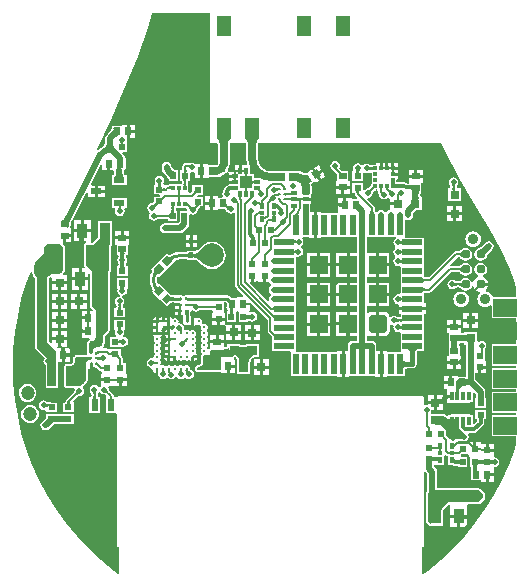
<source format=gbl>
G04*
G04 #@! TF.GenerationSoftware,Altium Limited,Altium Designer,19.1.9 (167)*
G04*
G04 Layer_Physical_Order=4*
G04 Layer_Color=16711680*
%FSAX25Y25*%
%MOIN*%
G70*
G01*
G75*
%ADD10C,0.00787*%
%ADD11C,0.00598*%
%ADD19C,0.01968*%
%ADD20C,0.03543*%
%ADD21C,0.00800*%
%ADD22C,0.01968*%
%ADD23C,0.01181*%
%ADD24C,0.02362*%
%ADD26C,0.01118*%
%ADD27C,0.02756*%
%ADD28R,0.01575X0.01968*%
%ADD29R,0.07874X0.05906*%
%ADD30R,0.03543X0.05118*%
%ADD31R,0.01575X0.01968*%
%ADD32R,0.01575X0.01181*%
%ADD33R,0.02362X0.01968*%
%ADD34R,0.01968X0.02362*%
%ADD35R,0.03150X0.03150*%
%ADD36R,0.02362X0.02520*%
%ADD37R,0.01181X0.02756*%
%ADD38R,0.03937X0.01968*%
%ADD39R,0.02520X0.02362*%
%ADD40R,0.05906X0.05906*%
G04:AMPARAMS|DCode=41|XSize=59.06mil|YSize=59.06mil|CornerRadius=5.91mil|HoleSize=0mil|Usage=FLASHONLY|Rotation=90.000|XOffset=0mil|YOffset=0mil|HoleType=Round|Shape=RoundedRectangle|*
%AMROUNDEDRECTD41*
21,1,0.05906,0.04724,0,0,90.0*
21,1,0.04724,0.05906,0,0,90.0*
1,1,0.01181,0.02362,0.02362*
1,1,0.01181,0.02362,-0.02362*
1,1,0.01181,-0.02362,-0.02362*
1,1,0.01181,-0.02362,0.02362*
%
%ADD41ROUNDEDRECTD41*%
%ADD42R,0.06693X0.01968*%
%ADD43R,0.01968X0.06693*%
%ADD44R,0.03150X0.03150*%
%ADD45R,0.01181X0.01181*%
%ADD46R,0.01181X0.01181*%
G04:AMPARAMS|DCode=47|XSize=24.41mil|YSize=22.44mil|CornerRadius=0mil|HoleSize=0mil|Usage=FLASHONLY|Rotation=120.000|XOffset=0mil|YOffset=0mil|HoleType=Round|Shape=Rectangle|*
%AMROTATEDRECTD47*
4,1,4,0.01582,-0.00496,-0.00362,-0.01618,-0.01582,0.00496,0.00362,0.01618,0.01582,-0.00496,0.0*
%
%ADD47ROTATEDRECTD47*%

%ADD48C,0.01181*%
%ADD49R,0.01968X0.01181*%
%ADD50R,0.01181X0.01772*%
%ADD51C,0.00500*%
%ADD52R,0.04331X0.04331*%
%ADD53R,0.01870X0.01181*%
%ADD54R,0.01181X0.01870*%
%ADD55R,0.01181X0.00787*%
G04:AMPARAMS|DCode=56|XSize=24.41mil|YSize=22.44mil|CornerRadius=0mil|HoleSize=0mil|Usage=FLASHONLY|Rotation=45.000|XOffset=0mil|YOffset=0mil|HoleType=Round|Shape=Rectangle|*
%AMROTATEDRECTD56*
4,1,4,-0.00070,-0.01656,-0.01656,-0.00070,0.00070,0.01656,0.01656,0.00070,-0.00070,-0.01656,0.0*
%
%ADD56ROTATEDRECTD56*%

G04:AMPARAMS|DCode=57|XSize=25.2mil|YSize=23.62mil|CornerRadius=0mil|HoleSize=0mil|Usage=FLASHONLY|Rotation=315.000|XOffset=0mil|YOffset=0mil|HoleType=Round|Shape=Rectangle|*
%AMROTATEDRECTD57*
4,1,4,-0.01726,0.00056,-0.00056,0.01726,0.01726,-0.00056,0.00056,-0.01726,-0.01726,0.00056,0.0*
%
%ADD57ROTATEDRECTD57*%

%ADD58R,0.02756X0.06693*%
%ADD59C,0.04724*%
%ADD60R,0.02362X0.04331*%
%ADD61R,0.03740X0.01890*%
%ADD62C,0.03110*%
%ADD63R,0.05118X0.07087*%
%ADD64C,0.00984*%
%ADD65C,0.01575*%
%ADD66R,0.02200X0.00600*%
%ADD67C,0.07874*%
G36*
X0735490Y3326889D02*
X0735396Y3326952D01*
X0735273Y3326970D01*
X0735122Y3326942D01*
X0734942Y3326870D01*
X0734733Y3326752D01*
X0734496Y3326589D01*
X0734230Y3326381D01*
X0733613Y3325829D01*
X0733261Y3325485D01*
X0731948Y3326956D01*
X0732286Y3327303D01*
X0733037Y3328178D01*
X0733199Y3328414D01*
X0733318Y3328623D01*
X0733392Y3328805D01*
X0733423Y3328959D01*
X0733409Y3329086D01*
X0733352Y3329185D01*
X0735490Y3326889D01*
D02*
G37*
G36*
X0736560Y3324851D02*
X0736572Y3324715D01*
X0736586Y3324627D01*
X0736851D01*
X0736795Y3324567D01*
X0736745Y3324503D01*
X0736701Y3324434D01*
X0736670Y3324377D01*
X0736698Y3324332D01*
X0736749Y3324276D01*
X0736808Y3324236D01*
X0736875Y3324212D01*
X0736950Y3324203D01*
X0736603D01*
X0736583Y3324118D01*
X0736568Y3324029D01*
X0736559Y3323935D01*
X0736556Y3323837D01*
X0735769D01*
X0735766Y3323935D01*
X0735757Y3324029D01*
X0735742Y3324118D01*
X0735721Y3324203D01*
X0735375D01*
X0735450Y3324212D01*
X0735517Y3324236D01*
X0735576Y3324276D01*
X0735627Y3324332D01*
X0735654Y3324377D01*
X0735624Y3324434D01*
X0735579Y3324503D01*
X0735529Y3324567D01*
X0735473Y3324627D01*
X0735738D01*
X0735753Y3324715D01*
X0735765Y3324851D01*
X0735769Y3325003D01*
X0736556D01*
X0736560Y3324851D01*
D02*
G37*
G36*
X0781912Y3325787D02*
X0781714Y3325704D01*
X0781538Y3325566D01*
X0781386Y3325373D01*
X0781258Y3325126D01*
X0781152Y3324822D01*
X0781071Y3324464D01*
X0781012Y3324051D01*
X0780977Y3323582D01*
X0780965Y3323058D01*
X0778209D01*
X0778198Y3323582D01*
X0778163Y3324051D01*
X0778104Y3324464D01*
X0778022Y3324822D01*
X0777917Y3325126D01*
X0777789Y3325373D01*
X0777637Y3325566D01*
X0777461Y3325704D01*
X0777262Y3325787D01*
X0777040Y3325814D01*
X0782134D01*
X0781912Y3325787D01*
D02*
G37*
G36*
X0772464D02*
X0772265Y3325704D01*
X0772089Y3325566D01*
X0771937Y3325373D01*
X0771809Y3325126D01*
X0771704Y3324822D01*
X0771622Y3324464D01*
X0771563Y3324051D01*
X0771528Y3323582D01*
X0771517Y3323058D01*
X0768761D01*
X0768749Y3323582D01*
X0768714Y3324051D01*
X0768655Y3324464D01*
X0768574Y3324822D01*
X0768468Y3325126D01*
X0768340Y3325373D01*
X0768188Y3325566D01*
X0768012Y3325704D01*
X0767814Y3325787D01*
X0767591Y3325814D01*
X0772686D01*
X0772464Y3325787D01*
D02*
G37*
G36*
X0733211Y3323970D02*
X0733253Y3323722D01*
X0733323Y3323470D01*
X0733420Y3323215D01*
X0733545Y3322956D01*
X0733699Y3322693D01*
X0733880Y3322427D01*
X0734088Y3322157D01*
X0734325Y3321884D01*
X0734589Y3321608D01*
X0732928Y3320485D01*
X0732660Y3320750D01*
X0731933Y3321391D01*
X0731452Y3321056D01*
X0731173Y3320839D01*
X0730881Y3320595D01*
X0729760Y3322226D01*
X0730043Y3322477D01*
X0730715Y3323160D01*
X0730880Y3323365D01*
X0731014Y3323558D01*
X0731118Y3323740D01*
X0731193Y3323910D01*
X0731238Y3324068D01*
X0731253Y3324216D01*
X0732225Y3323046D01*
X0733197Y3324216D01*
X0733211Y3323970D01*
D02*
G37*
G36*
X0777517Y3323981D02*
X0777549Y3323550D01*
X0777560Y3323044D01*
X0777571Y3323020D01*
Y3319023D01*
X0777570D01*
X0777726Y3317440D01*
X0777787Y3317241D01*
X0777600Y3316990D01*
X0777162Y3316840D01*
X0777162Y3316840D01*
X0777162Y3316840D01*
X0776072D01*
Y3314905D01*
X0775072D01*
Y3316840D01*
X0773981D01*
Y3314676D01*
X0771851D01*
X0771506Y3315048D01*
X0771549Y3315104D01*
X0772001Y3316196D01*
X0772155Y3317367D01*
X0772155Y3317367D01*
Y3323020D01*
X0772166Y3323044D01*
X0772177Y3323550D01*
X0772209Y3323981D01*
X0772244Y3324228D01*
X0777482D01*
X0777517Y3323981D01*
D02*
G37*
G36*
X0776974Y3314306D02*
X0776967Y3314363D01*
X0776949Y3314414D01*
X0776919Y3314459D01*
X0776876Y3314498D01*
X0776821Y3314531D01*
X0776754Y3314558D01*
X0776675Y3314579D01*
X0776583Y3314594D01*
X0776556Y3314596D01*
X0776529Y3314594D01*
X0776437Y3314579D01*
X0776358Y3314558D01*
X0776291Y3314531D01*
X0776236Y3314498D01*
X0776193Y3314459D01*
X0776163Y3314414D01*
X0776144Y3314363D01*
X0776138Y3314306D01*
Y3315503D01*
X0776144Y3315446D01*
X0776163Y3315395D01*
X0776193Y3315351D01*
X0776236Y3315312D01*
X0776291Y3315279D01*
X0776358Y3315252D01*
X0776437Y3315231D01*
X0776529Y3315216D01*
X0776556Y3315214D01*
X0776583Y3315216D01*
X0776675Y3315231D01*
X0776754Y3315252D01*
X0776821Y3315279D01*
X0776876Y3315312D01*
X0776919Y3315351D01*
X0776949Y3315395D01*
X0776967Y3315446D01*
X0776974Y3315503D01*
Y3314306D01*
D02*
G37*
G36*
X0775005Y3314306D02*
X0774999Y3314363D01*
X0774981Y3314414D01*
X0774950Y3314459D01*
X0774907Y3314498D01*
X0774853Y3314531D01*
X0774785Y3314558D01*
X0774706Y3314579D01*
X0774614Y3314594D01*
X0774511Y3314603D01*
X0774395Y3314605D01*
Y3315204D01*
X0774511Y3315207D01*
X0774614Y3315216D01*
X0774706Y3315231D01*
X0774785Y3315252D01*
X0774853Y3315279D01*
X0774907Y3315312D01*
X0774950Y3315351D01*
X0774981Y3315395D01*
X0774999Y3315446D01*
X0775005Y3315503D01*
Y3314306D01*
D02*
G37*
G36*
X0774053Y3314147D02*
X0774062Y3314043D01*
X0774077Y3313951D01*
X0774098Y3313872D01*
X0774125Y3313805D01*
X0774158Y3313750D01*
X0774197Y3313707D01*
X0774241Y3313677D01*
X0774292Y3313659D01*
X0774349Y3313652D01*
X0773152D01*
X0773209Y3313659D01*
X0773260Y3313677D01*
X0773305Y3313707D01*
X0773344Y3313750D01*
X0773377Y3313805D01*
X0773404Y3313872D01*
X0773425Y3313951D01*
X0773440Y3314043D01*
X0773449Y3314147D01*
X0773452Y3314263D01*
X0774050D01*
X0774053Y3314147D01*
D02*
G37*
G36*
X0766635Y3313480D02*
X0765312D01*
X0765269Y3313498D01*
X0765235Y3313531D01*
X0765217Y3313574D01*
Y3313597D01*
Y3316117D01*
Y3316141D01*
X0765235Y3316184D01*
X0765269Y3316217D01*
X0765312Y3316235D01*
X0766635D01*
Y3313480D01*
D02*
G37*
G36*
X0778066Y3313976D02*
X0778018Y3313958D01*
X0777976Y3313928D01*
X0777940Y3313886D01*
X0777909Y3313832D01*
X0777884Y3313766D01*
X0777865Y3313689D01*
X0777855Y3313627D01*
X0777866Y3313558D01*
X0777887Y3313478D01*
X0777914Y3313411D01*
X0777947Y3313356D01*
X0777986Y3313314D01*
X0778031Y3313283D01*
X0778082Y3313265D01*
X0778139Y3313259D01*
X0776942D01*
X0776999Y3313265D01*
X0777049Y3313283D01*
X0777094Y3313314D01*
X0777133Y3313356D01*
X0777166Y3313411D01*
X0777193Y3313478D01*
X0777214Y3313558D01*
X0777225Y3313627D01*
X0777216Y3313689D01*
X0777196Y3313766D01*
X0777171Y3313832D01*
X0777140Y3313886D01*
X0777104Y3313928D01*
X0777062Y3313958D01*
X0777015Y3313976D01*
X0776962Y3313982D01*
X0778119D01*
X0778066Y3313976D01*
D02*
G37*
G36*
X0736328Y3314432D02*
X0736355Y3314097D01*
X0736398Y3313802D01*
X0736459Y3313546D01*
X0736538Y3313330D01*
X0736634Y3313153D01*
X0736748Y3313015D01*
X0736879Y3312917D01*
X0737028Y3312857D01*
X0737193Y3312838D01*
X0733477D01*
X0733643Y3312857D01*
X0733792Y3312917D01*
X0733923Y3313015D01*
X0734037Y3313153D01*
X0734133Y3313330D01*
X0734211Y3313546D01*
X0734272Y3313802D01*
X0734316Y3314097D01*
X0734342Y3314432D01*
X0734351Y3314806D01*
X0736320D01*
X0736328Y3314432D01*
D02*
G37*
G36*
X0782263Y3312456D02*
X0780393D01*
Y3313637D01*
X0780387Y3313694D01*
X0780343Y3313800D01*
X0780262Y3313881D01*
X0780156Y3313925D01*
X0780099Y3313930D01*
X0778918D01*
Y3315800D01*
X0780099D01*
X0782263Y3312456D01*
D02*
G37*
G36*
X0774292Y3312513D02*
X0774241Y3312495D01*
X0774197Y3312464D01*
X0774158Y3312421D01*
X0774125Y3312367D01*
X0774098Y3312299D01*
X0774077Y3312220D01*
X0774062Y3312128D01*
X0774060Y3312102D01*
X0774062Y3312075D01*
X0774077Y3311983D01*
X0774098Y3311904D01*
X0774125Y3311837D01*
X0774158Y3311781D01*
X0774197Y3311739D01*
X0774241Y3311708D01*
X0774292Y3311690D01*
X0774349Y3311684D01*
X0773152D01*
X0773209Y3311690D01*
X0773260Y3311708D01*
X0773305Y3311739D01*
X0773344Y3311781D01*
X0773377Y3311837D01*
X0773404Y3311904D01*
X0773425Y3311983D01*
X0773440Y3312075D01*
X0773442Y3312102D01*
X0773440Y3312128D01*
X0773425Y3312220D01*
X0773404Y3312299D01*
X0773377Y3312367D01*
X0773344Y3312421D01*
X0773305Y3312464D01*
X0773260Y3312495D01*
X0773209Y3312513D01*
X0773152Y3312519D01*
X0774349D01*
X0774292Y3312513D01*
D02*
G37*
G36*
X0793249Y3311551D02*
X0792005D01*
X0791961Y3311568D01*
X0791928Y3311602D01*
X0791910Y3311645D01*
Y3311668D01*
Y3314188D01*
Y3314212D01*
X0791928Y3314255D01*
X0791961Y3314288D01*
X0792005Y3314306D01*
X0793249D01*
Y3311551D01*
D02*
G37*
G36*
X0790442Y3314288D02*
X0790475Y3314255D01*
X0790493Y3314212D01*
Y3314188D01*
Y3311668D01*
Y3311645D01*
X0790475Y3311602D01*
X0790442Y3311568D01*
X0790398Y3311551D01*
X0789154D01*
Y3314306D01*
X0790398D01*
X0790442Y3314288D01*
D02*
G37*
G36*
X0779688Y3311659D02*
X0779706Y3311608D01*
X0779737Y3311563D01*
X0779779Y3311524D01*
X0779834Y3311491D01*
X0779901Y3311464D01*
X0779981Y3311443D01*
X0780050Y3311432D01*
X0780111Y3311442D01*
X0780189Y3311461D01*
X0780255Y3311486D01*
X0780309Y3311517D01*
X0780351Y3311554D01*
X0780381Y3311595D01*
X0780399Y3311643D01*
X0780405Y3311696D01*
Y3310539D01*
X0780399Y3310592D01*
X0780381Y3310639D01*
X0780351Y3310681D01*
X0780309Y3310717D01*
X0780255Y3310748D01*
X0780189Y3310773D01*
X0780111Y3310793D01*
X0780050Y3310802D01*
X0779981Y3310791D01*
X0779901Y3310770D01*
X0779834Y3310743D01*
X0779779Y3310711D01*
X0779737Y3310672D01*
X0779706Y3310627D01*
X0779688Y3310576D01*
X0779681Y3310519D01*
Y3311716D01*
X0779688Y3311659D01*
D02*
G37*
G36*
X0765650Y3324228D02*
X0768033D01*
X0768068Y3323981D01*
X0768100Y3323550D01*
X0768111Y3323044D01*
X0768122Y3323020D01*
Y3317367D01*
X0768131Y3317321D01*
X0767998Y3316999D01*
X0767675Y3316865D01*
X0767629Y3316874D01*
X0766660D01*
X0766635Y3316885D01*
X0765312D01*
X0765300Y3316880D01*
X0765222Y3316914D01*
X0764800Y3317117D01*
X0764800Y3317117D01*
X0764800Y3317117D01*
X0763119D01*
Y3316114D01*
X0763161Y3316100D01*
X0763217Y3316093D01*
X0763119D01*
Y3314857D01*
Y3313622D01*
X0763217D01*
X0763161Y3313615D01*
X0763119Y3313601D01*
Y3312598D01*
X0764800D01*
Y3312598D01*
X0764837Y3312637D01*
X0765269Y3312848D01*
X0765312Y3312830D01*
X0766635D01*
X0766660Y3312841D01*
X0767629D01*
X0767629Y3312841D01*
X0768800Y3312995D01*
X0769892Y3313447D01*
X0770829Y3314167D01*
X0771209Y3314661D01*
X0771335Y3314676D01*
X0771816Y3314252D01*
Y3313586D01*
X0773751D01*
Y3312586D01*
X0771816D01*
Y3311617D01*
X0772812D01*
X0772822Y3311643D01*
X0772828Y3311696D01*
Y3311617D01*
X0773751D01*
Y3310617D01*
X0772828D01*
Y3310539D01*
X0772822Y3310592D01*
X0772812Y3310617D01*
X0771816D01*
Y3310320D01*
X0771564Y3310270D01*
X0771170Y3310007D01*
X0771170Y3310007D01*
X0770691Y3309528D01*
X0770648Y3309497D01*
X0770646Y3309485D01*
X0770637Y3309478D01*
X0770632Y3309469D01*
X0770343Y3309180D01*
X0770080Y3308787D01*
X0770002Y3308394D01*
X0769709Y3307956D01*
X0769586Y3307338D01*
X0769709Y3306720D01*
X0769850Y3306509D01*
X0769583Y3306009D01*
X0768343D01*
Y3306409D01*
X0766662D01*
Y3305406D01*
X0766704Y3305391D01*
X0766761Y3305385D01*
X0766662D01*
Y3304149D01*
Y3302913D01*
X0766761D01*
X0766704Y3302907D01*
X0766662Y3302892D01*
Y3301889D01*
X0768343D01*
Y3302289D01*
X0770455D01*
X0770570Y3302255D01*
X0770876Y3301875D01*
X0770919Y3301789D01*
X0770957Y3301701D01*
X0771027Y3301633D01*
X0771319Y3301196D01*
X0771843Y3300845D01*
X0772461Y3300723D01*
X0773080Y3300845D01*
X0773350Y3301026D01*
X0773850Y3300759D01*
Y3276763D01*
X0773920Y3276412D01*
X0774119Y3276114D01*
X0774666Y3275567D01*
X0774838Y3275309D01*
X0776702Y3273446D01*
X0776511Y3272984D01*
X0774453D01*
Y3272583D01*
X0772711D01*
X0772132Y3273156D01*
X0772130Y3273157D01*
X0772129Y3273159D01*
X0772005Y3273209D01*
X0771733Y3273390D01*
X0771280Y3273480D01*
X0757861D01*
X0757816Y3273499D01*
X0757351D01*
X0757232Y3273450D01*
X0757103D01*
X0757045Y3273426D01*
X0757001Y3273381D01*
X0757001D01*
X0756953Y3273334D01*
X0756852Y3273292D01*
X0756418D01*
X0756316Y3273334D01*
X0756224Y3273426D01*
X0756167Y3273450D01*
X0756037D01*
X0755918Y3273499D01*
X0755453D01*
X0755408Y3273480D01*
X0753473D01*
X0753415Y3273507D01*
X0753415Y3273507D01*
X0753415Y3273507D01*
X0752832Y3273528D01*
X0752624Y3273551D01*
X0752455Y3273581D01*
X0752399Y3273596D01*
X0752216Y3273780D01*
X0752181Y3273867D01*
X0752132Y3273889D01*
X0752105Y3273935D01*
X0752045Y3273951D01*
X0751413Y3274583D01*
X0751241Y3274755D01*
X0748624Y3277372D01*
Y3277372D01*
X0748624D01*
X0748151Y3277468D01*
X0748044Y3277498D01*
X0747958Y3277706D01*
X0747840Y3278597D01*
X0747958Y3279488D01*
X0747980Y3279543D01*
X0748485Y3279676D01*
X0748557Y3279659D01*
X0748588Y3279641D01*
X0748622Y3279608D01*
X0750941Y3281927D01*
X0751141Y3282127D01*
X0751494Y3282481D01*
X0753288Y3284274D01*
X0753356Y3284294D01*
X0753374Y3284328D01*
X0753409Y3284343D01*
X0753446Y3284432D01*
X0753813Y3284800D01*
Y3284800D01*
X0754069Y3285251D01*
X0754436Y3285403D01*
X0755752Y3285576D01*
X0755806Y3285566D01*
X0757305D01*
X0757366Y3285539D01*
X0757564Y3285535D01*
X0757721Y3285525D01*
X0757846Y3285509D01*
X0757885Y3285501D01*
Y3285163D01*
X0758407D01*
X0758497Y3285126D01*
X0758542Y3285144D01*
X0758589Y3285132D01*
X0758641Y3285163D01*
X0759904D01*
X0759956Y3285132D01*
X0760003Y3285144D01*
X0760048Y3285126D01*
X0760138Y3285163D01*
X0760660D01*
X0760660Y3285163D01*
X0761124Y3285076D01*
X0761423Y3284872D01*
X0761761Y3284611D01*
X0762524Y3283935D01*
X0762933Y3283530D01*
X0762960Y3283519D01*
X0762966Y3283511D01*
X0763913Y3282784D01*
X0765017Y3282327D01*
X0766202Y3282171D01*
X0767386Y3282327D01*
X0768490Y3282784D01*
X0769437Y3283511D01*
X0770165Y3284459D01*
X0770622Y3285563D01*
X0770778Y3286747D01*
X0770622Y3287932D01*
X0770165Y3289035D01*
X0769437Y3289983D01*
X0768490Y3290710D01*
X0767386Y3291167D01*
X0766202Y3291323D01*
X0765017Y3291167D01*
X0763913Y3290710D01*
X0762966Y3289983D01*
X0762960Y3289976D01*
X0762933Y3289965D01*
X0762524Y3289560D01*
X0761761Y3288884D01*
X0761423Y3288623D01*
X0761124Y3288418D01*
X0760660Y3288332D01*
X0760660Y3288332D01*
X0760660Y3288332D01*
X0760138D01*
X0760048Y3288369D01*
X0760003Y3288350D01*
X0759956Y3288363D01*
X0759904Y3288332D01*
X0758641D01*
X0758589Y3288363D01*
X0758542Y3288350D01*
X0758497Y3288369D01*
X0758407Y3288332D01*
X0757885D01*
Y3287993D01*
X0757856Y3287987D01*
X0757555Y3287959D01*
X0757366Y3287955D01*
X0757305Y3287929D01*
X0755806D01*
Y3287943D01*
X0754313Y3287796D01*
X0752877Y3287360D01*
X0752511Y3287165D01*
X0752391Y3287153D01*
X0752217Y3287059D01*
X0752075Y3286993D01*
X0751954Y3286947D01*
X0751856Y3286919D01*
X0751785Y3286906D01*
X0751744Y3286904D01*
X0751722Y3286921D01*
X0751678Y3286934D01*
X0751183Y3287430D01*
X0748864Y3285111D01*
X0748664Y3284911D01*
X0748311Y3284557D01*
X0746517Y3282764D01*
X0746449Y3282744D01*
X0746432Y3282713D01*
X0746400Y3282700D01*
X0746362Y3282608D01*
X0745992Y3282238D01*
X0746332Y3281898D01*
X0746340Y3281872D01*
X0746340Y3281870D01*
X0746341Y3281868D01*
X0746348Y3281842D01*
X0746346Y3281821D01*
X0746332Y3281754D01*
X0746300Y3281659D01*
X0746250Y3281541D01*
X0746241Y3281522D01*
X0746233Y3281512D01*
X0746220Y3281480D01*
X0746180Y3281402D01*
X0746082Y3281231D01*
X0746067Y3281111D01*
X0745651Y3280106D01*
X0745452Y3278597D01*
X0745651Y3277088D01*
X0746153Y3275875D01*
X0746164Y3275809D01*
X0746215Y3275726D01*
X0746233Y3275682D01*
X0746273Y3275629D01*
X0746341Y3275504D01*
X0746394Y3275388D01*
X0746426Y3275296D01*
X0746441Y3275233D01*
X0746442Y3275221D01*
X0746442Y3275220D01*
X0746428Y3275176D01*
X0746050Y3274797D01*
X0746480Y3274367D01*
X0746486Y3274352D01*
X0746502Y3274345D01*
X0746531Y3274315D01*
X0746536Y3274306D01*
X0746542Y3274305D01*
X0748313Y3272534D01*
X0748485Y3272362D01*
X0748839Y3272008D01*
X0751102Y3269745D01*
X0751994Y3270638D01*
X0752044Y3270649D01*
X0752073Y3270693D01*
X0752122Y3270713D01*
X0752163Y3270806D01*
X0752353Y3270996D01*
X0752424Y3271016D01*
X0752583Y3271045D01*
X0753065Y3271085D01*
X0753360Y3271090D01*
X0753363Y3271091D01*
X0753863Y3270909D01*
Y3270830D01*
X0755453D01*
Y3269948D01*
X0756032D01*
X0755979Y3269942D01*
X0755932Y3269924D01*
X0755890Y3269894D01*
X0755853Y3269852D01*
X0755823Y3269799D01*
X0755797Y3269733D01*
X0755778Y3269655D01*
X0755764Y3269565D01*
X0755756Y3269463D01*
X0755753Y3269350D01*
X0755154D01*
X0755152Y3269463D01*
X0755143Y3269565D01*
X0755129Y3269655D01*
X0755110Y3269733D01*
X0755085Y3269799D01*
X0755067Y3269830D01*
X0753863D01*
Y3268861D01*
X0755066D01*
X0755085Y3268893D01*
X0755110Y3268959D01*
X0755129Y3269036D01*
X0755143Y3269126D01*
X0755152Y3269228D01*
X0755154Y3269342D01*
X0755753D01*
X0755756Y3269228D01*
X0755764Y3269126D01*
X0755778Y3269036D01*
X0755797Y3268959D01*
X0755823Y3268893D01*
X0755853Y3268839D01*
X0755890Y3268797D01*
X0755932Y3268767D01*
X0755979Y3268749D01*
X0756032Y3268743D01*
X0755454D01*
Y3268361D01*
X0755954D01*
Y3267980D01*
X0756032D01*
X0755979Y3267974D01*
X0755954Y3267964D01*
Y3266968D01*
X0756605D01*
X0756607Y3266850D01*
X0756634Y3266789D01*
Y3265099D01*
X0756563Y3264739D01*
X0756655Y3264275D01*
X0756918Y3263881D01*
X0757312Y3263618D01*
X0757776Y3263525D01*
X0758241Y3263618D01*
X0758476Y3263775D01*
X0758598Y3263593D01*
X0759124Y3263241D01*
X0759245Y3263217D01*
Y3264739D01*
Y3266512D01*
X0758997Y3266708D01*
Y3266793D01*
X0759024Y3266857D01*
X0759031Y3267785D01*
X0759035Y3267890D01*
X0759037Y3267905D01*
X0759036Y3267907D01*
X0759036Y3267908D01*
X0759033Y3267917D01*
X0759027Y3267938D01*
X0759044Y3267980D01*
X0759026Y3268021D01*
X0759105Y3268339D01*
X0759385Y3268443D01*
X0759626Y3268492D01*
X0760111Y3268168D01*
X0760729Y3268045D01*
X0761347Y3268168D01*
X0761549Y3268303D01*
X0761673Y3268328D01*
X0761834Y3268435D01*
X0761886Y3268464D01*
X0761941Y3268491D01*
X0761992Y3268513D01*
X0762039Y3268529D01*
X0762082Y3268541D01*
X0762121Y3268549D01*
X0762158Y3268553D01*
X0762217Y3268555D01*
X0762285Y3268586D01*
X0766138D01*
X0766625Y3268117D01*
Y3267919D01*
X0766308Y3267550D01*
X0766225D01*
Y3266066D01*
X0767228D01*
X0767243Y3266108D01*
X0767249Y3266165D01*
Y3266066D01*
X0770587D01*
Y3267550D01*
X0770505D01*
X0770187Y3267919D01*
X0770187Y3268050D01*
Y3271087D01*
X0770675Y3271117D01*
X0770751D01*
X0771074Y3270791D01*
Y3269615D01*
X0771042Y3269559D01*
X0771054Y3269515D01*
X0771037Y3269472D01*
X0771074Y3269383D01*
Y3268864D01*
X0771211D01*
X0771418Y3268468D01*
X0771176Y3268056D01*
X0771113D01*
Y3267534D01*
X0771076Y3267444D01*
X0771095Y3267399D01*
X0771082Y3267352D01*
X0771113Y3267300D01*
Y3264494D01*
X0774282D01*
Y3267300D01*
X0774313Y3267352D01*
X0774301Y3267399D01*
X0774319Y3267444D01*
X0774282Y3267534D01*
Y3267791D01*
X0774694Y3268248D01*
X0774946D01*
X0775050Y3268056D01*
X0775050Y3267964D01*
Y3264494D01*
X0778219D01*
Y3264689D01*
X0778248Y3264748D01*
X0778323Y3264837D01*
X0778395Y3264904D01*
X0778450Y3264939D01*
X0778719Y3265015D01*
X0779009Y3264822D01*
X0779627Y3264699D01*
X0780245Y3264822D01*
X0780769Y3265172D01*
X0781119Y3265696D01*
X0781242Y3266314D01*
X0781119Y3266932D01*
X0780769Y3267456D01*
X0780245Y3267807D01*
X0779627Y3267929D01*
X0779009Y3267807D01*
X0779008Y3267806D01*
X0778496Y3268011D01*
X0778816Y3268464D01*
X0778816D01*
Y3270678D01*
X0779278Y3270870D01*
X0784765Y3265382D01*
Y3261549D01*
X0784835Y3261198D01*
X0785033Y3260900D01*
X0786153Y3259781D01*
Y3254840D01*
X0792366D01*
X0792668Y3254465D01*
X0792668Y3254340D01*
Y3246572D01*
X0798468D01*
X0798947Y3246572D01*
X0799447Y3246572D01*
X0808017D01*
Y3246172D01*
X0809501D01*
Y3247164D01*
X0809459Y3247179D01*
X0809402Y3247184D01*
X0809501D01*
Y3250519D01*
Y3253841D01*
X0809402D01*
X0809459Y3253848D01*
X0809501Y3253862D01*
Y3254865D01*
X0808017D01*
Y3254465D01*
X0799447D01*
X0798968Y3254465D01*
X0798468Y3254465D01*
X0794348D01*
X0794046Y3254840D01*
X0794046Y3254965D01*
Y3257998D01*
Y3261147D01*
Y3264297D01*
X0794046D01*
Y3267465D01*
X0794046D01*
Y3270596D01*
X0794046D01*
Y3273746D01*
Y3276895D01*
X0794050D01*
Y3280064D01*
X0794050D01*
Y3283213D01*
X0794046D01*
Y3286152D01*
X0794179Y3286288D01*
X0794437Y3286461D01*
X0794546Y3286486D01*
X0795020Y3286392D01*
X0795639Y3286515D01*
X0796163Y3286865D01*
X0796513Y3287389D01*
X0796636Y3288007D01*
X0796513Y3288625D01*
X0796163Y3289149D01*
X0795833Y3289370D01*
X0795820Y3289407D01*
X0795840Y3289930D01*
X0796202Y3290172D01*
X0796552Y3290696D01*
X0796675Y3291314D01*
X0796552Y3291932D01*
X0796373Y3292201D01*
X0796253Y3292537D01*
X0796479Y3293037D01*
X0798560D01*
Y3292637D01*
X0800044D01*
Y3293628D01*
X0800002Y3293643D01*
X0799946Y3293649D01*
X0800044D01*
Y3296983D01*
Y3300306D01*
X0799946D01*
X0800002Y3300312D01*
X0800044Y3300327D01*
Y3301330D01*
X0799002D01*
Y3302810D01*
X0798967Y3302986D01*
Y3303976D01*
X0799367D01*
Y3305066D01*
X0798371D01*
X0798361Y3305041D01*
X0798355Y3304988D01*
Y3305066D01*
X0797383D01*
Y3306066D01*
X0798355D01*
Y3306145D01*
X0798361Y3306092D01*
X0798371Y3306066D01*
X0799367D01*
Y3307097D01*
X0799368Y3307097D01*
X0799439Y3307271D01*
Y3307400D01*
X0799489Y3307520D01*
Y3308480D01*
X0799461Y3308547D01*
X0799474Y3308646D01*
X0799403Y3309768D01*
X0799405Y3309770D01*
X0799395Y3309896D01*
X0799381Y3309950D01*
X0799342Y3310245D01*
X0799282Y3310702D01*
X0800105Y3311177D01*
X0800305Y3310830D01*
X0801709Y3311641D01*
X0801199Y3312526D01*
X0801176Y3312515D01*
X0801198Y3312528D01*
X0800599Y3313564D01*
X0799489Y3315487D01*
X0798084Y3314676D01*
X0798114Y3314624D01*
X0797829Y3314119D01*
X0797811Y3314111D01*
X0797714Y3314091D01*
X0797560Y3314084D01*
X0797352Y3314100D01*
X0797093Y3314143D01*
X0796900Y3314191D01*
X0796815Y3314257D01*
X0795565Y3314774D01*
X0795226Y3314819D01*
X0795155Y3314850D01*
X0795095Y3314852D01*
X0795046Y3314888D01*
X0794887Y3314864D01*
X0794224Y3314951D01*
Y3314945D01*
X0793328D01*
X0793292Y3314938D01*
X0793249Y3314956D01*
X0792005D01*
X0791886Y3314906D01*
X0791756Y3314906D01*
X0791713Y3314888D01*
X0791680Y3314855D01*
X0791680D01*
X0791621Y3314797D01*
X0791600Y3314788D01*
X0790803D01*
X0790782Y3314797D01*
X0790690Y3314888D01*
X0790647Y3314906D01*
X0790518Y3314906D01*
X0790398Y3314956D01*
X0789154D01*
X0789111Y3314938D01*
X0789076Y3314945D01*
X0785682D01*
X0785610Y3314931D01*
X0784620Y3315061D01*
X0783631Y3315471D01*
X0782782Y3316122D01*
X0782130Y3316972D01*
X0781720Y3317961D01*
X0781590Y3318951D01*
X0781604Y3319023D01*
Y3323020D01*
X0781615Y3323044D01*
X0781626Y3323550D01*
X0781658Y3323981D01*
X0781693Y3324228D01*
X0842608D01*
X0843603Y3322147D01*
X0848695Y3312413D01*
X0854131Y3302867D01*
X0858503Y3295789D01*
X0858503Y3295789D01*
X0858473Y3295770D01*
X0858729Y3295359D01*
X0860241Y3292926D01*
X0862895Y3287963D01*
X0865217Y3282836D01*
X0867200Y3277568D01*
X0867679Y3275988D01*
Y3272899D01*
X0859721D01*
X0859484Y3273471D01*
X0859074Y3274005D01*
X0858539Y3274415D01*
X0857917Y3274673D01*
X0857561Y3274720D01*
X0857421Y3275243D01*
X0857571Y3275358D01*
X0857981Y3275892D01*
X0858238Y3276513D01*
X0858260Y3276680D01*
X0855749D01*
Y3277680D01*
X0858260D01*
X0858238Y3277847D01*
X0857981Y3278469D01*
X0857571Y3279003D01*
X0857037Y3279412D01*
X0856520Y3279626D01*
X0856501Y3280024D01*
X0856528Y3280138D01*
X0856590Y3280150D01*
X0857303Y3280627D01*
X0857779Y3281339D01*
X0857946Y3282180D01*
X0857779Y3283021D01*
X0857303Y3283734D01*
X0856590Y3284211D01*
X0855749Y3284378D01*
X0854908Y3284211D01*
X0854195Y3283734D01*
X0853719Y3283021D01*
X0853551Y3282180D01*
X0853719Y3281339D01*
X0854195Y3280627D01*
X0854908Y3280150D01*
X0854969Y3280138D01*
X0854996Y3280024D01*
X0854978Y3279626D01*
X0854460Y3279412D01*
X0853926Y3279003D01*
X0853517Y3278469D01*
X0853303Y3277951D01*
X0852905Y3277933D01*
X0852791Y3277960D01*
X0852779Y3278021D01*
X0852303Y3278734D01*
X0851590Y3279210D01*
X0850749Y3279378D01*
X0849908Y3279210D01*
X0849195Y3278734D01*
X0848946Y3278362D01*
X0848888Y3278334D01*
X0848867Y3278276D01*
X0848816Y3278239D01*
X0848796Y3278205D01*
X0848791Y3278202D01*
X0848772Y3278193D01*
X0848739Y3278180D01*
X0848689Y3278167D01*
X0848621Y3278156D01*
X0848538Y3278148D01*
X0848420Y3278144D01*
X0848412Y3278141D01*
X0848405Y3278144D01*
X0848344Y3278115D01*
X0847898D01*
X0847832Y3278144D01*
X0847755Y3278147D01*
X0847704Y3278151D01*
X0847661Y3278159D01*
X0847624Y3278168D01*
X0847593Y3278178D01*
X0847567Y3278189D01*
X0847544Y3278201D01*
X0847524Y3278214D01*
X0847505Y3278228D01*
X0847466Y3278265D01*
X0847384Y3278296D01*
X0846938Y3278594D01*
X0846320Y3278717D01*
X0845702Y3278594D01*
X0845177Y3278244D01*
X0844827Y3277720D01*
X0844704Y3277102D01*
X0844827Y3276484D01*
X0845177Y3275959D01*
X0845702Y3275609D01*
X0846320Y3275486D01*
X0846938Y3275609D01*
X0847384Y3275908D01*
X0847466Y3275938D01*
X0847505Y3275975D01*
X0847524Y3275990D01*
X0847544Y3276003D01*
X0847566Y3276014D01*
X0847593Y3276025D01*
X0847624Y3276036D01*
X0847661Y3276044D01*
X0847704Y3276052D01*
X0847755Y3276056D01*
X0847832Y3276059D01*
X0847898Y3276088D01*
X0848395D01*
X0848462Y3276059D01*
X0848581Y3276056D01*
X0848669Y3276048D01*
X0848742Y3276036D01*
X0848799Y3276022D01*
X0848842Y3276008D01*
X0848872Y3275994D01*
X0848889Y3275984D01*
X0848898Y3275977D01*
X0848903Y3275972D01*
X0848931Y3275934D01*
X0848987Y3275902D01*
X0849014Y3275844D01*
X0849061Y3275827D01*
X0849195Y3275627D01*
X0849758Y3275250D01*
X0849908Y3275150D01*
X0849759Y3274694D01*
X0849602Y3274715D01*
X0849249Y3274761D01*
X0848581Y3274673D01*
X0847958Y3274415D01*
X0847424Y3274005D01*
X0847014Y3273471D01*
X0846756Y3272848D01*
X0846668Y3272180D01*
X0846756Y3271512D01*
X0847014Y3270890D01*
X0847424Y3270356D01*
X0847958Y3269945D01*
X0848581Y3269688D01*
X0849249Y3269600D01*
X0849917Y3269688D01*
X0850539Y3269945D01*
X0851074Y3270356D01*
X0851484Y3270890D01*
X0851742Y3271512D01*
X0851830Y3272180D01*
X0851742Y3272848D01*
X0851484Y3273471D01*
X0851074Y3274005D01*
X0850539Y3274415D01*
X0850236Y3274541D01*
X0850077Y3274607D01*
X0850223Y3275088D01*
X0850379Y3275056D01*
X0850749Y3274983D01*
X0851590Y3275150D01*
X0852303Y3275627D01*
X0852779Y3276339D01*
X0852791Y3276401D01*
X0852905Y3276428D01*
X0853303Y3276409D01*
X0853517Y3275892D01*
X0853926Y3275358D01*
X0854460Y3274949D01*
X0855082Y3274691D01*
X0855436Y3274644D01*
X0855576Y3274121D01*
X0855424Y3274005D01*
X0855014Y3273471D01*
X0854756Y3272848D01*
X0854668Y3272180D01*
X0854756Y3271512D01*
X0855014Y3270890D01*
X0855424Y3270356D01*
X0855958Y3269945D01*
X0856581Y3269688D01*
X0857249Y3269600D01*
X0857917Y3269688D01*
X0858539Y3269945D01*
X0858921Y3270238D01*
X0859421Y3270034D01*
Y3265794D01*
X0867679D01*
Y3257151D01*
X0859421D01*
Y3250046D01*
X0867679D01*
Y3249277D01*
X0859421D01*
Y3242172D01*
X0867679D01*
Y3241403D01*
X0859421D01*
Y3234298D01*
X0867679D01*
Y3233529D01*
X0859421D01*
Y3226424D01*
X0867679D01*
Y3223854D01*
X0867200Y3222274D01*
X0865217Y3217007D01*
X0862895Y3211880D01*
X0860241Y3206916D01*
X0857269Y3202137D01*
X0853991Y3197561D01*
X0850420Y3193211D01*
X0846573Y3189103D01*
X0842465Y3185255D01*
X0838114Y3181685D01*
X0836568Y3180577D01*
X0836123Y3180805D01*
Y3189405D01*
X0836582Y3189595D01*
X0836772Y3190054D01*
Y3214671D01*
X0837272Y3214823D01*
X0837458Y3214545D01*
X0838011Y3213992D01*
Y3208216D01*
X0837671Y3207876D01*
X0837481Y3207417D01*
Y3198322D01*
X0837671Y3197863D01*
X0838594Y3196941D01*
Y3196659D01*
X0839074D01*
X0839194Y3196610D01*
X0839250Y3196633D01*
X0839310Y3196620D01*
X0839370Y3196659D01*
X0843337D01*
Y3202059D01*
X0844972Y3203694D01*
X0845503Y3203653D01*
X0845674Y3203377D01*
X0845674Y3203275D01*
Y3200319D01*
X0848446D01*
X0851217D01*
Y3203275D01*
X0851217Y3203377D01*
X0851464Y3203775D01*
X0855021D01*
X0855480Y3203965D01*
X0857094Y3205579D01*
X0857284Y3206039D01*
Y3207023D01*
X0857094Y3207482D01*
X0855677Y3208899D01*
X0855217Y3209090D01*
X0841242D01*
Y3214661D01*
X0841119Y3215279D01*
X0840769Y3215803D01*
X0840272Y3216300D01*
X0840298Y3216822D01*
X0840362Y3216870D01*
X0840835Y3216938D01*
Y3216938D01*
X0843609D01*
Y3220067D01*
X0844071Y3220258D01*
X0844172Y3220157D01*
X0844172Y3220157D01*
X0844470Y3219958D01*
X0844772Y3219898D01*
Y3216938D01*
X0846559D01*
X0846868Y3216731D01*
X0847332Y3216639D01*
X0848197D01*
Y3216072D01*
X0851365D01*
Y3219634D01*
X0849207D01*
X0849056Y3220087D01*
X0849361Y3220442D01*
X0851273D01*
X0851405Y3220442D01*
X0851773Y3220124D01*
Y3220042D01*
X0851911D01*
X0852134Y3219634D01*
X0852134Y3219542D01*
Y3216072D01*
X0852504D01*
Y3215458D01*
X0852452D01*
Y3211738D01*
X0855832D01*
Y3211338D01*
X0857513D01*
Y3213598D01*
X0858013D01*
Y3214098D01*
X0860194D01*
Y3215800D01*
X0860316Y3216119D01*
X0860389Y3216277D01*
X0860993Y3216397D01*
X0861517Y3216747D01*
X0861867Y3217271D01*
X0861990Y3217889D01*
X0861867Y3218507D01*
X0861517Y3219031D01*
X0860993Y3219381D01*
X0860478Y3219484D01*
X0860293Y3219646D01*
X0860112Y3219962D01*
Y3221290D01*
X0857931D01*
Y3221790D01*
X0857431D01*
Y3223774D01*
X0855750Y3223774D01*
X0855742Y3224271D01*
Y3224404D01*
X0854257D01*
Y3222223D01*
X0853257D01*
Y3224404D01*
X0851773D01*
Y3224321D01*
X0851405Y3224004D01*
X0851273Y3224004D01*
X0848368D01*
X0848047Y3224426D01*
X0848152Y3224799D01*
X0849536D01*
X0849582Y3224818D01*
X0850168Y3224701D01*
X0850217Y3224680D01*
X0850219Y3224681D01*
X0850221Y3224680D01*
X0850342Y3224731D01*
X0850796Y3224822D01*
X0851320Y3225172D01*
X0851670Y3225696D01*
X0851793Y3226314D01*
X0851670Y3226932D01*
X0851571Y3227081D01*
X0851838Y3227581D01*
X0853538D01*
X0853538Y3227581D01*
X0854002Y3227673D01*
X0854396Y3227936D01*
X0856601Y3230141D01*
X0856601Y3230141D01*
X0856864Y3230535D01*
X0856957Y3230999D01*
Y3232132D01*
X0857524D01*
Y3235300D01*
X0853962D01*
Y3232132D01*
X0854529D01*
Y3231502D01*
X0853598Y3230571D01*
X0853136Y3230763D01*
Y3233591D01*
X0852390D01*
X0851962Y3233762D01*
Y3233877D01*
X0846025Y3233876D01*
Y3233762D01*
X0845596Y3233591D01*
X0844850D01*
Y3233514D01*
X0844388Y3233323D01*
X0844199Y3233511D01*
X0843806Y3233774D01*
X0843341Y3233867D01*
X0843341Y3233867D01*
X0842839D01*
Y3233961D01*
X0839355D01*
X0839088Y3234461D01*
X0839229Y3234672D01*
X0839318Y3235117D01*
X0840164D01*
Y3237192D01*
X0838086D01*
X0837737Y3236906D01*
X0837272Y3236813D01*
X0836772Y3237107D01*
Y3239346D01*
X0836582Y3239805D01*
X0836123Y3239995D01*
X0735335D01*
X0734876Y3239805D01*
X0734832Y3239699D01*
X0734361Y3239631D01*
X0734263Y3239631D01*
X0733528D01*
X0733528Y3239634D01*
X0733496Y3239705D01*
Y3239779D01*
X0733427Y3240129D01*
X0733228Y3240427D01*
X0733228Y3240427D01*
X0732093Y3241562D01*
X0732067Y3241632D01*
X0732027Y3241675D01*
X0732010Y3241698D01*
X0731994Y3241724D01*
X0731980Y3241752D01*
X0731966Y3241784D01*
X0731954Y3241822D01*
X0731944Y3241867D01*
X0731936Y3241919D01*
X0731931Y3241979D01*
X0731930Y3242065D01*
X0731895Y3242144D01*
X0731788Y3242680D01*
X0731704Y3242806D01*
X0731972Y3243306D01*
X0733430D01*
Y3243267D01*
X0735111D01*
Y3245251D01*
X0735611D01*
Y3245751D01*
X0737792D01*
Y3247235D01*
X0737710D01*
X0737392Y3247604D01*
X0737392Y3247735D01*
Y3250772D01*
X0736559D01*
X0736559Y3250776D01*
X0736528Y3250847D01*
Y3252371D01*
X0736458Y3252722D01*
X0736259Y3253020D01*
X0736259Y3253020D01*
X0736090Y3253189D01*
X0736063Y3253260D01*
X0735841Y3253498D01*
X0735778Y3253575D01*
X0735802Y3253624D01*
X0735778Y3253695D01*
Y3255570D01*
X0732216D01*
X0732216Y3255570D01*
X0731721Y3255582D01*
X0731589Y3255670D01*
X0731202Y3255747D01*
X0729974D01*
X0729766Y3256247D01*
X0730111Y3256591D01*
X0730160Y3256710D01*
X0730252Y3256802D01*
X0730581Y3257598D01*
Y3257727D01*
X0730631Y3257846D01*
Y3259977D01*
X0731976Y3261322D01*
X0732166Y3261781D01*
Y3281242D01*
X0732448Y3281524D01*
X0732638Y3281984D01*
X0732638Y3290061D01*
X0732741Y3290164D01*
X0732931Y3290623D01*
Y3297578D01*
X0732882Y3297697D01*
Y3298178D01*
X0732401D01*
X0732282Y3298227D01*
X0728739D01*
X0728619Y3298178D01*
X0728139D01*
Y3297697D01*
X0728089Y3297578D01*
Y3292728D01*
X0726340Y3290979D01*
X0725850D01*
X0725802Y3291460D01*
X0725802Y3291479D01*
Y3294519D01*
X0723530D01*
Y3291460D01*
X0724264D01*
X0724312Y3290979D01*
X0723853Y3290789D01*
X0723662Y3290330D01*
X0723662Y3283322D01*
X0723797Y3282997D01*
X0723551Y3282511D01*
X0722765D01*
Y3281508D01*
X0722806Y3281493D01*
X0722863Y3281487D01*
X0722765D01*
Y3279452D01*
X0725036D01*
Y3280442D01*
X0725536Y3280709D01*
X0725552Y3280698D01*
Y3279739D01*
Y3269852D01*
X0725602Y3269732D01*
Y3269252D01*
X0725883D01*
X0726420Y3268715D01*
X0726228Y3268253D01*
X0725481D01*
Y3267250D01*
X0725523Y3267236D01*
X0725580Y3267229D01*
X0725481D01*
Y3265993D01*
X0724981D01*
Y3265494D01*
X0722800D01*
Y3263734D01*
X0722839D01*
Y3262005D01*
X0722926D01*
X0723041Y3262248D01*
X0723074Y3262164D01*
X0723114Y3262088D01*
X0723160Y3262022D01*
X0723175Y3262005D01*
X0723831D01*
X0723845Y3262047D01*
X0723851Y3262104D01*
Y3262005D01*
X0725021D01*
Y3261005D01*
X0723851D01*
Y3260907D01*
X0723845Y3260964D01*
X0723831Y3261005D01*
X0722839D01*
Y3259245D01*
X0725261D01*
X0725375Y3258810D01*
X0725377Y3258746D01*
X0725298Y3258666D01*
X0725178Y3258616D01*
X0724957Y3258395D01*
X0724907Y3258275D01*
X0724816Y3258184D01*
X0724696Y3257895D01*
Y3257766D01*
X0724647Y3257646D01*
Y3254182D01*
X0724660Y3254151D01*
X0724531Y3253868D01*
X0724281Y3253651D01*
X0721556Y3253651D01*
X0721556Y3253651D01*
X0721329Y3253651D01*
X0721209Y3253601D01*
X0721080Y3253601D01*
X0720661Y3253428D01*
X0720569Y3253336D01*
X0720450Y3253287D01*
X0720129Y3252966D01*
X0720079Y3252846D01*
X0719988Y3252755D01*
X0719814Y3252335D01*
Y3252206D01*
X0719765Y3252087D01*
X0719765Y3251459D01*
X0719747Y3251279D01*
X0719598Y3250919D01*
X0719347Y3250668D01*
X0718987Y3250519D01*
X0718808Y3250501D01*
X0717658D01*
X0717539Y3250452D01*
X0717058D01*
Y3249971D01*
X0717009Y3249852D01*
Y3243159D01*
X0717058Y3243039D01*
Y3242559D01*
X0717539D01*
X0717658Y3242509D01*
X0720169Y3242509D01*
X0720465Y3242009D01*
X0720392Y3241642D01*
X0720356Y3241562D01*
X0720354Y3241509D01*
X0720351Y3241485D01*
X0720346Y3241462D01*
X0720338Y3241438D01*
X0720328Y3241411D01*
X0720313Y3241382D01*
X0720293Y3241349D01*
X0720267Y3241314D01*
X0720235Y3241275D01*
X0720182Y3241219D01*
X0720157Y3241151D01*
X0717611Y3238605D01*
X0717391Y3238277D01*
X0717340Y3238019D01*
X0717285Y3237894D01*
X0717281Y3237765D01*
X0717276Y3237701D01*
X0716546D01*
Y3234533D01*
X0720109D01*
Y3237701D01*
X0720109D01*
X0719952Y3238080D01*
X0721590Y3239718D01*
X0721657Y3239743D01*
X0721713Y3239796D01*
X0721752Y3239829D01*
X0721788Y3239854D01*
X0721821Y3239874D01*
X0721850Y3239889D01*
X0721876Y3239900D01*
X0721901Y3239907D01*
X0721924Y3239912D01*
X0721947Y3239915D01*
X0722001Y3239917D01*
X0722081Y3239953D01*
X0722607Y3240058D01*
X0723131Y3240408D01*
X0723481Y3240932D01*
X0723604Y3241550D01*
X0723481Y3242168D01*
X0723228Y3242548D01*
X0723264Y3243064D01*
X0723304Y3243178D01*
X0723506Y3243313D01*
X0723543Y3243368D01*
X0723604Y3243394D01*
X0724037Y3243827D01*
X0724063Y3243888D01*
X0724118Y3243925D01*
X0724459Y3244435D01*
X0724472Y3244500D01*
X0724519Y3244547D01*
X0724753Y3245113D01*
Y3245180D01*
X0724790Y3245235D01*
X0724909Y3245836D01*
X0724896Y3245901D01*
X0724922Y3245963D01*
X0724922Y3246269D01*
X0724922Y3248776D01*
X0725387Y3249050D01*
Y3250600D01*
X0726387D01*
Y3250516D01*
X0726467Y3250524D01*
X0726451Y3250493D01*
X0726437Y3250453D01*
X0726424Y3250404D01*
X0726413Y3250346D01*
X0726396Y3250206D01*
X0726387Y3250040D01*
Y3249756D01*
X0726398Y3249670D01*
X0726418Y3249584D01*
X0726445Y3249500D01*
X0726480Y3249417D01*
X0726523Y3249335D01*
X0726574Y3249254D01*
X0726627Y3249181D01*
X0727033Y3249453D01*
X0727101Y3249554D01*
X0727213Y3249478D01*
X0727641Y3249393D01*
X0727660Y3249375D01*
X0727734Y3249345D01*
X0728500Y3248579D01*
X0728500Y3248579D01*
X0728798Y3248381D01*
X0729149Y3248311D01*
X0729539Y3247842D01*
Y3247643D01*
X0729221Y3247275D01*
X0729139D01*
Y3245790D01*
X0730141D01*
X0730157Y3245832D01*
X0730163Y3245889D01*
Y3245790D01*
X0731320D01*
Y3244791D01*
X0730163D01*
Y3244692D01*
X0730157Y3244749D01*
X0730141Y3244791D01*
X0729139D01*
Y3243306D01*
X0728942Y3242887D01*
X0728906Y3242834D01*
X0728408Y3242795D01*
X0728338Y3242815D01*
X0728131Y3243126D01*
X0727607Y3243476D01*
X0726989Y3243599D01*
X0726371Y3243476D01*
X0725847Y3243126D01*
X0725497Y3242602D01*
X0725374Y3241983D01*
X0725497Y3241365D01*
X0725847Y3240841D01*
X0725889Y3240813D01*
X0725919Y3240750D01*
X0725954Y3240718D01*
X0725963Y3240707D01*
X0725971Y3240696D01*
X0725979Y3240682D01*
X0725988Y3240664D01*
X0725996Y3240639D01*
X0726005Y3240607D01*
X0726011Y3240568D01*
X0726016Y3240519D01*
X0726019Y3240442D01*
X0726027Y3240424D01*
X0726021Y3240406D01*
X0726048Y3240353D01*
Y3239902D01*
X0726018Y3239835D01*
X0726015Y3239701D01*
X0726009Y3239631D01*
X0725287D01*
Y3234100D01*
X0728849D01*
Y3239631D01*
X0728126D01*
X0728120Y3239701D01*
X0728117Y3239835D01*
X0728087Y3239902D01*
Y3240449D01*
X0728117Y3240516D01*
X0728119Y3240595D01*
X0728124Y3240651D01*
X0728131Y3240701D01*
X0728140Y3240744D01*
X0728151Y3240782D01*
X0728163Y3240814D01*
X0728176Y3240842D01*
X0728190Y3240868D01*
X0728206Y3240891D01*
X0728239Y3240932D01*
X0728275Y3241057D01*
X0728379Y3241212D01*
X0728877Y3241251D01*
X0728947Y3241230D01*
X0729154Y3240920D01*
X0729678Y3240570D01*
X0730214Y3240463D01*
X0730293Y3240429D01*
X0730379Y3240427D01*
X0730439Y3240422D01*
X0730491Y3240414D01*
X0730536Y3240404D01*
X0730574Y3240392D01*
X0730607Y3240379D01*
X0730635Y3240364D01*
X0730660Y3240348D01*
X0730683Y3240331D01*
X0730727Y3240291D01*
X0730871Y3239807D01*
X0730798Y3239631D01*
X0730798D01*
Y3234100D01*
X0734186D01*
X0734361Y3234100D01*
X0734686Y3233735D01*
X0734686Y3190054D01*
X0734876Y3189595D01*
X0735335Y3189405D01*
X0735335Y3180841D01*
X0734891Y3180613D01*
X0733394Y3181685D01*
X0729044Y3185255D01*
X0724936Y3189103D01*
X0721088Y3193211D01*
X0717518Y3197561D01*
X0714239Y3202137D01*
X0711267Y3206916D01*
X0708614Y3211880D01*
X0706291Y3217007D01*
X0704309Y3222274D01*
X0702675Y3227660D01*
X0701397Y3233141D01*
X0700480Y3238695D01*
X0699928Y3244296D01*
X0699744Y3249921D01*
X0699928Y3255547D01*
X0700480Y3261148D01*
X0701397Y3266701D01*
X0702675Y3272182D01*
X0704309Y3277568D01*
X0705707Y3281283D01*
X0706255Y3281320D01*
X0706340Y3281162D01*
X0706340Y3280936D01*
X0706365Y3280875D01*
X0706352Y3280809D01*
X0706440Y3280366D01*
X0706477Y3280311D01*
Y3280244D01*
X0706650Y3279827D01*
X0706697Y3279780D01*
X0706710Y3279715D01*
X0706961Y3279339D01*
X0707017Y3279302D01*
X0707042Y3279240D01*
X0707190Y3279093D01*
X0707200Y3279081D01*
X0707225Y3279044D01*
X0707236Y3279018D01*
X0707244Y3278975D01*
X0707245Y3278960D01*
X0707245Y3276078D01*
X0707284Y3275983D01*
Y3255915D01*
X0707475Y3255455D01*
X0710414Y3252516D01*
X0710103Y3252050D01*
X0709980Y3251432D01*
X0710103Y3250814D01*
X0710453Y3250290D01*
X0710710Y3250119D01*
X0710710Y3243159D01*
X0710759Y3243039D01*
Y3242559D01*
X0711240D01*
X0711359Y3242509D01*
X0714115D01*
X0714234Y3242559D01*
X0714715D01*
Y3243039D01*
X0714764Y3243159D01*
X0714764Y3251253D01*
X0716056D01*
Y3253513D01*
Y3254749D01*
X0715603D01*
X0715660Y3254755D01*
X0715711Y3254773D01*
X0715756Y3254804D01*
X0715795Y3254847D01*
X0715828Y3254902D01*
X0715855Y3254969D01*
X0715875Y3255048D01*
X0715890Y3255140D01*
X0715899Y3255243D01*
X0715902Y3255359D01*
X0716056D01*
Y3255773D01*
X0714437D01*
X0714374Y3255832D01*
X0714553Y3256300D01*
X0714582Y3256332D01*
X0714914D01*
Y3257335D01*
X0714873Y3257350D01*
X0714816Y3257356D01*
X0714914D01*
Y3258407D01*
X0712839D01*
Y3257620D01*
X0712378Y3257429D01*
X0711733Y3258073D01*
Y3278998D01*
X0712142Y3279407D01*
X0712276Y3279528D01*
X0712300Y3279544D01*
X0712800Y3279277D01*
Y3278153D01*
X0715375D01*
X0716926D01*
Y3278251D01*
X0716932Y3278194D01*
X0716947Y3278153D01*
X0717950D01*
Y3280228D01*
X0716763D01*
X0716556Y3280728D01*
X0716657Y3280829D01*
X0716707Y3280949D01*
X0716798Y3281040D01*
X0717038Y3281618D01*
Y3281748D01*
X0717087Y3281867D01*
X0717087Y3282180D01*
X0717087Y3282180D01*
X0717087Y3282180D01*
X0717087Y3289267D01*
X0717087Y3289267D01*
X0717087Y3289502D01*
X0717038Y3289621D01*
X0717038Y3289750D01*
X0716858Y3290184D01*
X0716767Y3290276D01*
X0716717Y3290395D01*
X0716471Y3290641D01*
X0716568Y3291034D01*
Y3293322D01*
X0717068D01*
Y3293822D01*
X0719328D01*
Y3295503D01*
X0719254D01*
X0719080Y3295749D01*
X0718968Y3296003D01*
X0718973Y3296182D01*
X0718997Y3296439D01*
X0719037Y3296706D01*
X0719092Y3296973D01*
X0719262Y3297564D01*
X0719366Y3297851D01*
X0719642Y3298489D01*
X0719807Y3298819D01*
X0719811Y3298865D01*
X0724342Y3307543D01*
X0724828Y3307424D01*
Y3306141D01*
X0727198D01*
Y3307144D01*
X0727156Y3307159D01*
X0727099Y3307165D01*
X0727198D01*
Y3308086D01*
Y3309007D01*
X0727099D01*
X0727156Y3309013D01*
X0727198Y3309028D01*
Y3310031D01*
X0726089D01*
X0725827Y3310456D01*
X0729164Y3317131D01*
X0729650Y3317016D01*
Y3315078D01*
X0731332D01*
Y3316081D01*
X0731290Y3316096D01*
X0731233Y3316102D01*
X0731332D01*
Y3317338D01*
X0732332D01*
Y3316102D01*
X0732430D01*
X0732373Y3316096D01*
X0732332Y3316081D01*
Y3315078D01*
X0733322D01*
X0733697Y3314600D01*
X0733694Y3314465D01*
X0733671Y3314170D01*
X0733634Y3313926D01*
X0733588Y3313733D01*
X0733539Y3313597D01*
X0733496Y3313517D01*
X0733474Y3313491D01*
X0733401Y3313483D01*
X0733342Y3313449D01*
X0732865D01*
Y3312928D01*
X0732828Y3312838D01*
X0732843Y3312800D01*
X0732832Y3312761D01*
X0732865Y3312703D01*
Y3310360D01*
X0734981D01*
X0735335Y3310289D01*
X0735689Y3310360D01*
X0737806D01*
Y3312703D01*
X0737838Y3312761D01*
X0737827Y3312800D01*
X0737843Y3312838D01*
X0737806Y3312928D01*
Y3313449D01*
X0737329D01*
X0737270Y3313483D01*
X0737197Y3313491D01*
X0737175Y3313517D01*
X0737132Y3313597D01*
X0737083Y3313733D01*
X0737037Y3313926D01*
X0737000Y3314170D01*
X0736977Y3314465D01*
X0736969Y3314821D01*
X0736951Y3314862D01*
Y3315212D01*
X0737169Y3315478D01*
X0737392D01*
Y3319197D01*
X0737226D01*
Y3319228D01*
X0737103Y3319846D01*
X0736753Y3320370D01*
X0736652Y3320437D01*
X0736286Y3320803D01*
X0736477Y3321265D01*
X0737746D01*
Y3324828D01*
X0737746D01*
X0737691Y3324895D01*
X0737778Y3325330D01*
X0737748Y3325479D01*
X0737788Y3325528D01*
Y3328125D01*
Y3330385D01*
X0736107D01*
Y3329985D01*
X0732728D01*
Y3329356D01*
X0732724Y3329351D01*
X0732728Y3329324D01*
Y3329263D01*
X0732702Y3329208D01*
X0732728Y3329141D01*
Y3328899D01*
X0732648Y3328759D01*
X0732521Y3328574D01*
X0731807Y3327742D01*
X0731483Y3327410D01*
X0731466Y3327367D01*
X0731083Y3326984D01*
X0730733Y3326460D01*
X0730610Y3325842D01*
Y3324287D01*
X0730607Y3324281D01*
X0730598Y3324191D01*
X0730581Y3324130D01*
X0730538Y3324033D01*
X0730465Y3323906D01*
X0730359Y3323754D01*
X0730229Y3323592D01*
X0729596Y3322949D01*
X0729329Y3322713D01*
X0729309Y3322672D01*
X0728283Y3321790D01*
X0727884Y3322107D01*
X0727906Y3322147D01*
X0732647Y3332057D01*
X0737031Y3342130D01*
X0741053Y3352353D01*
X0744708Y3362712D01*
X0746180Y3367412D01*
X0765650D01*
Y3324228D01*
D02*
G37*
G36*
X0795372Y3314042D02*
X0796614Y3313593D01*
X0796961Y3313507D01*
X0797273Y3313454D01*
X0797552Y3313433D01*
X0797796Y3313445D01*
X0798007Y3313489D01*
X0798184Y3313565D01*
X0797470Y3310362D01*
X0797482Y3310297D01*
X0797420Y3310272D01*
X0797282Y3310289D01*
X0797070Y3310346D01*
X0796783Y3310445D01*
X0795472Y3310985D01*
X0794224Y3311551D01*
X0794891Y3314257D01*
X0795372Y3314042D01*
D02*
G37*
G36*
X0778082Y3308970D02*
X0778031Y3308952D01*
X0777986Y3308921D01*
X0777947Y3308878D01*
X0777914Y3308823D01*
X0777887Y3308756D01*
X0777866Y3308677D01*
X0777855Y3308607D01*
X0777865Y3308546D01*
X0777884Y3308468D01*
X0777909Y3308403D01*
X0777940Y3308349D01*
X0777976Y3308307D01*
X0778018Y3308277D01*
X0778066Y3308259D01*
X0778119Y3308253D01*
X0776962D01*
X0777015Y3308259D01*
X0777062Y3308277D01*
X0777104Y3308307D01*
X0777140Y3308349D01*
X0777171Y3308403D01*
X0777196Y3308468D01*
X0777216Y3308546D01*
X0777225Y3308607D01*
X0777214Y3308677D01*
X0777193Y3308756D01*
X0777166Y3308823D01*
X0777133Y3308878D01*
X0777094Y3308921D01*
X0777049Y3308952D01*
X0776999Y3308970D01*
X0776942Y3308976D01*
X0778139D01*
X0778082Y3308970D01*
D02*
G37*
G36*
X0772237Y3308522D02*
X0772159Y3308443D01*
X0771943Y3308194D01*
X0771913Y3308150D01*
X0771893Y3308112D01*
X0771882Y3308081D01*
X0771882Y3308057D01*
X0771891Y3308041D01*
X0770619Y3308131D01*
X0771202Y3309157D01*
X0772237Y3308522D01*
D02*
G37*
G36*
X0787691Y3309339D02*
X0787866Y3309226D01*
X0787953Y3309181D01*
X0788040Y3309142D01*
X0788126Y3309111D01*
X0788213Y3309086D01*
X0788299Y3309068D01*
X0788385Y3309058D01*
X0788471Y3309054D01*
X0788547Y3308456D01*
X0788457Y3308452D01*
X0788370Y3308439D01*
X0788285Y3308418D01*
X0788204Y3308389D01*
X0788125Y3308351D01*
X0788048Y3308305D01*
X0787974Y3308251D01*
X0787903Y3308188D01*
X0787835Y3308117D01*
X0787770Y3308037D01*
X0787604Y3309405D01*
X0787691Y3309339D01*
D02*
G37*
G36*
X0782190Y3309042D02*
X0782162Y3309001D01*
X0782152Y3308949D01*
X0782162Y3308885D01*
X0782192Y3308810D01*
X0782241Y3308724D01*
X0782310Y3308627D01*
X0782399Y3308517D01*
X0782472Y3308439D01*
X0782969Y3307959D01*
X0781686Y3307794D01*
X0781734Y3307856D01*
X0781769Y3307918D01*
X0781791Y3307981D01*
X0781801Y3308046D01*
X0781799Y3308111D01*
X0781784Y3308178D01*
X0781756Y3308245D01*
X0781716Y3308314D01*
X0781705Y3308329D01*
X0781597Y3308420D01*
X0781504Y3308484D01*
X0781417Y3308534D01*
X0781335Y3308570D01*
X0781258Y3308594D01*
X0781187Y3308604D01*
X0781121Y3308600D01*
X0781060Y3308582D01*
X0782239Y3309072D01*
X0782190Y3309042D01*
D02*
G37*
G36*
X0792773Y3307165D02*
X0792766Y3307170D01*
X0792754Y3307168D01*
X0792735Y3307158D01*
X0792710Y3307141D01*
X0792680Y3307118D01*
X0792601Y3307048D01*
X0792437Y3306890D01*
X0792050Y3307350D01*
X0792136Y3307436D01*
X0792484Y3307833D01*
X0792485Y3307846D01*
X0792773Y3307165D01*
D02*
G37*
G36*
X0798839Y3308480D02*
Y3307613D01*
Y3307520D01*
X0798768Y3307346D01*
X0798635Y3307213D01*
X0798461Y3307141D01*
X0796336D01*
X0796220Y3307189D01*
X0796131Y3307278D01*
X0796083Y3307393D01*
Y3307456D01*
Y3308598D01*
X0798839Y3308480D01*
D02*
G37*
G36*
X0790740Y3307581D02*
X0790798Y3307543D01*
X0790861Y3307510D01*
X0790929Y3307481D01*
X0791002Y3307457D01*
X0791080Y3307436D01*
X0791163Y3307421D01*
X0791251Y3307410D01*
X0791344Y3307403D01*
X0791442Y3307401D01*
X0791348Y3306802D01*
X0791241Y3306801D01*
X0790890Y3306774D01*
X0790821Y3306762D01*
X0790761Y3306747D01*
X0790707Y3306730D01*
X0790662Y3306711D01*
X0790625Y3306690D01*
X0790687Y3307623D01*
X0790740Y3307581D01*
D02*
G37*
G36*
X0788490Y3306637D02*
X0788433Y3306658D01*
X0788377Y3306673D01*
X0788322Y3306680D01*
X0788269Y3306681D01*
X0788217Y3306675D01*
X0788167Y3306662D01*
X0788118Y3306642D01*
X0788071Y3306615D01*
X0788025Y3306582D01*
X0787981Y3306542D01*
X0787557Y3306965D01*
X0788204Y3307466D01*
X0788490Y3306637D01*
D02*
G37*
G36*
X0776097Y3306401D02*
X0776050Y3306383D01*
X0776008Y3306353D01*
X0775972Y3306311D01*
X0775941Y3306257D01*
X0775916Y3306191D01*
X0775896Y3306113D01*
X0775882Y3306024D01*
X0775874Y3305922D01*
X0775871Y3305808D01*
X0775273D01*
X0775270Y3305922D01*
X0775261Y3306024D01*
X0775247Y3306113D01*
X0775228Y3306191D01*
X0775203Y3306257D01*
X0775172Y3306311D01*
X0775136Y3306353D01*
X0775094Y3306383D01*
X0775046Y3306401D01*
X0774993Y3306407D01*
X0776150D01*
X0776097Y3306401D01*
D02*
G37*
G36*
X0796410Y3304988D02*
X0796404Y3305041D01*
X0796386Y3305088D01*
X0796357Y3305130D01*
X0796315Y3305166D01*
X0796261Y3305197D01*
X0796195Y3305222D01*
X0796117Y3305242D01*
X0796103Y3305244D01*
X0796096Y3305243D01*
X0796007Y3305213D01*
X0795929Y3305171D01*
X0795863Y3305117D01*
X0795809Y3305051D01*
X0795767Y3304974D01*
X0795737Y3304884D01*
X0795719Y3304782D01*
X0795713Y3304668D01*
X0795115D01*
X0795109Y3304782D01*
X0795091Y3304884D01*
X0795061Y3304974D01*
X0795019Y3305051D01*
X0794965Y3305117D01*
X0794900Y3305171D01*
X0794822Y3305213D01*
X0794732Y3305243D01*
X0794726Y3305244D01*
X0794711Y3305242D01*
X0794633Y3305222D01*
X0794567Y3305197D01*
X0794514Y3305166D01*
X0794472Y3305130D01*
X0794442Y3305088D01*
X0794424Y3305041D01*
X0794418Y3304988D01*
Y3306145D01*
X0794424Y3306092D01*
X0794442Y3306044D01*
X0794472Y3306002D01*
X0794514Y3305966D01*
X0794567Y3305935D01*
X0794633Y3305910D01*
X0794711Y3305891D01*
X0794801Y3305877D01*
X0794903Y3305868D01*
X0795016Y3305865D01*
Y3305600D01*
X0795414Y3305865D01*
X0795812Y3305600D01*
Y3305865D01*
X0795926Y3305868D01*
X0796027Y3305877D01*
X0796117Y3305891D01*
X0796195Y3305910D01*
X0796261Y3305935D01*
X0796315Y3305966D01*
X0796357Y3306002D01*
X0796386Y3306044D01*
X0796404Y3306092D01*
X0796410Y3306145D01*
Y3304988D01*
D02*
G37*
G36*
X0792473D02*
X0792467Y3305041D01*
X0792450Y3305088D01*
X0792420Y3305130D01*
X0792378Y3305166D01*
X0792324Y3305197D01*
X0792258Y3305222D01*
X0792180Y3305242D01*
X0792090Y3305256D01*
X0791989Y3305264D01*
X0791875Y3305267D01*
Y3305865D01*
X0791989Y3305868D01*
X0792090Y3305877D01*
X0792180Y3305891D01*
X0792258Y3305910D01*
X0792324Y3305935D01*
X0792378Y3305966D01*
X0792420Y3306002D01*
X0792450Y3306044D01*
X0792467Y3306092D01*
X0792473Y3306145D01*
Y3304988D01*
D02*
G37*
G36*
X0786428Y3305015D02*
X0786321Y3305013D01*
X0786219Y3305004D01*
X0786121Y3304989D01*
X0786028Y3304968D01*
X0785940Y3304940D01*
X0785856Y3304906D01*
X0785778Y3304866D01*
X0785703Y3304819D01*
X0785634Y3304766D01*
X0785569Y3304707D01*
X0785145Y3305130D01*
X0785205Y3305195D01*
X0785258Y3305265D01*
X0785305Y3305339D01*
X0785345Y3305418D01*
X0785379Y3305502D01*
X0785407Y3305590D01*
X0785428Y3305682D01*
X0785443Y3305780D01*
X0785451Y3305882D01*
X0785453Y3305989D01*
X0786428Y3305015D01*
D02*
G37*
G36*
X0783118Y3304619D02*
X0783127Y3304515D01*
X0783142Y3304424D01*
X0783163Y3304345D01*
X0783190Y3304277D01*
X0783223Y3304222D01*
X0783262Y3304180D01*
X0783307Y3304149D01*
X0783357Y3304131D01*
X0783414Y3304125D01*
X0782217D01*
X0782274Y3304131D01*
X0782325Y3304149D01*
X0782370Y3304180D01*
X0782409Y3304222D01*
X0782442Y3304277D01*
X0782469Y3304345D01*
X0782490Y3304424D01*
X0782505Y3304515D01*
X0782514Y3304619D01*
X0782516Y3304735D01*
X0783115D01*
X0783118Y3304619D01*
D02*
G37*
G36*
X0774589Y3305213D02*
X0774598Y3305111D01*
X0774613Y3305014D01*
X0774634Y3304921D01*
X0774662Y3304832D01*
X0774696Y3304749D01*
X0774736Y3304670D01*
X0774783Y3304596D01*
X0774836Y3304526D01*
X0774895Y3304461D01*
X0774472Y3304038D01*
X0774407Y3304097D01*
X0774337Y3304150D01*
X0774263Y3304197D01*
X0774184Y3304237D01*
X0774101Y3304271D01*
X0774012Y3304299D01*
X0773919Y3304320D01*
X0773822Y3304335D01*
X0773720Y3304343D01*
X0773613Y3304346D01*
X0774587Y3305320D01*
X0774589Y3305213D01*
D02*
G37*
G36*
X0781572Y3304503D02*
X0781588Y3304492D01*
X0781610Y3304482D01*
X0781638Y3304473D01*
X0781674Y3304465D01*
X0781716Y3304459D01*
X0781819Y3304451D01*
X0781950Y3304448D01*
Y3303849D01*
X0781881Y3303849D01*
X0781674Y3303833D01*
X0781638Y3303825D01*
X0781610Y3303816D01*
X0781588Y3303806D01*
X0781572Y3303794D01*
X0781564Y3303782D01*
Y3304516D01*
X0781572Y3304503D01*
D02*
G37*
G36*
X0793987Y3302816D02*
X0793936Y3302798D01*
X0793891Y3302768D01*
X0793853Y3302726D01*
X0793820Y3302673D01*
X0793793Y3302607D01*
X0793772Y3302529D01*
X0793757Y3302439D01*
X0793748Y3302338D01*
X0793745Y3302224D01*
X0793147D01*
X0793144Y3302338D01*
X0793134Y3302439D01*
X0793119Y3302529D01*
X0793099Y3302607D01*
X0793072Y3302673D01*
X0793039Y3302726D01*
X0793000Y3302768D01*
X0792955Y3302798D01*
X0792904Y3302816D01*
X0792847Y3302822D01*
X0794044D01*
X0793987Y3302816D01*
D02*
G37*
G36*
X0771088Y3303926D02*
X0771079Y3303863D01*
X0771085Y3303794D01*
X0771105Y3303718D01*
X0771140Y3303637D01*
X0771190Y3303549D01*
X0771254Y3303455D01*
X0771333Y3303355D01*
X0771374Y3303308D01*
X0771427Y3303270D01*
X0771499Y3303228D01*
X0771574Y3303198D01*
X0771651Y3303178D01*
X0771729Y3303168D01*
X0771810Y3303170D01*
X0771892Y3303182D01*
X0771976Y3303204D01*
X0772063Y3303238D01*
X0771553Y3301958D01*
X0771508Y3302063D01*
X0771366Y3302346D01*
X0771317Y3302429D01*
X0771217Y3302580D01*
X0771165Y3302647D01*
X0771160Y3302652D01*
X0770979Y3302807D01*
X0770879Y3302879D01*
X0770789Y3302930D01*
X0770709Y3302963D01*
X0770641Y3302977D01*
X0770583Y3302971D01*
X0770537Y3302945D01*
X0770501Y3302901D01*
X0771111Y3303984D01*
X0771088Y3303926D01*
D02*
G37*
G36*
X0789776Y3301860D02*
X0788492Y3301686D01*
X0788502Y3301707D01*
X0788503Y3301734D01*
X0788494Y3301768D01*
X0788475Y3301808D01*
X0788446Y3301855D01*
X0788408Y3301908D01*
X0788359Y3301968D01*
X0788233Y3302107D01*
X0788156Y3302187D01*
X0789157Y3302855D01*
X0789776Y3301860D01*
D02*
G37*
G36*
X0782052Y3300436D02*
X0782047Y3300486D01*
X0782029Y3300531D01*
X0782001Y3300571D01*
X0781960Y3300605D01*
X0781909Y3300634D01*
X0781845Y3300658D01*
X0781771Y3300676D01*
X0781684Y3300689D01*
X0781587Y3300697D01*
X0781477Y3300700D01*
Y3301299D01*
X0781587Y3301301D01*
X0781684Y3301309D01*
X0781771Y3301322D01*
X0781845Y3301341D01*
X0781909Y3301365D01*
X0781960Y3301394D01*
X0782001Y3301428D01*
X0782029Y3301468D01*
X0782047Y3301512D01*
X0782052Y3301562D01*
Y3300436D01*
D02*
G37*
G36*
X0794920Y3300852D02*
X0794879Y3300748D01*
X0794848Y3300655D01*
X0794828Y3300573D01*
X0794818Y3300502D01*
X0794820Y3300443D01*
X0794833Y3300393D01*
X0794856Y3300355D01*
X0794890Y3300328D01*
X0794935Y3300311D01*
X0794990Y3300306D01*
X0793690D01*
X0793750Y3300312D01*
X0793810Y3300329D01*
X0793868Y3300357D01*
X0793925Y3300397D01*
X0793981Y3300449D01*
X0794035Y3300511D01*
X0794089Y3300585D01*
X0794141Y3300671D01*
X0794192Y3300768D01*
X0794242Y3300876D01*
X0794920Y3300852D01*
D02*
G37*
G36*
X0779504Y3300769D02*
X0779475Y3300750D01*
X0779449Y3300721D01*
X0779426Y3300682D01*
X0779406Y3300633D01*
X0779389Y3300574D01*
X0779376Y3300504D01*
X0779365Y3300425D01*
X0779353Y3300235D01*
X0779351Y3300125D01*
X0778170Y3300771D01*
X0778214Y3301251D01*
X0779504Y3300769D01*
D02*
G37*
G36*
X0787294Y3300426D02*
X0787244Y3300408D01*
X0787199Y3300378D01*
X0787160Y3300335D01*
X0787127Y3300280D01*
X0787100Y3300213D01*
X0787079Y3300134D01*
X0787076Y3300113D01*
X0787079Y3300093D01*
X0787100Y3300014D01*
X0787127Y3299947D01*
X0787160Y3299892D01*
X0787199Y3299849D01*
X0787244Y3299818D01*
X0787294Y3299800D01*
X0787351Y3299794D01*
X0786154D01*
X0786211Y3299800D01*
X0786262Y3299818D01*
X0786307Y3299849D01*
X0786346Y3299892D01*
X0786379Y3299947D01*
X0786406Y3300014D01*
X0786427Y3300093D01*
X0786430Y3300113D01*
X0786427Y3300134D01*
X0786406Y3300213D01*
X0786379Y3300280D01*
X0786346Y3300335D01*
X0786307Y3300378D01*
X0786262Y3300408D01*
X0786211Y3300426D01*
X0786154Y3300433D01*
X0787351D01*
X0787294Y3300426D01*
D02*
G37*
G36*
X0783596Y3299724D02*
X0783609Y3299699D01*
X0783631Y3299677D01*
X0783662Y3299658D01*
X0783702Y3299642D01*
X0783751Y3299629D01*
X0783809Y3299619D01*
X0783876Y3299611D01*
X0784036Y3299606D01*
Y3299007D01*
X0783952Y3299006D01*
X0783809Y3298994D01*
X0783751Y3298984D01*
X0783702Y3298970D01*
X0783662Y3298955D01*
X0783631Y3298936D01*
X0783609Y3298914D01*
X0783596Y3298889D01*
X0783591Y3298861D01*
Y3299751D01*
X0783596Y3299724D01*
D02*
G37*
G36*
X0791145Y3299069D02*
X0791084Y3299002D01*
X0791031Y3298931D01*
X0790988Y3298856D01*
X0790954Y3298779D01*
X0790928Y3298698D01*
X0790912Y3298614D01*
X0790905Y3298527D01*
X0790906Y3298436D01*
X0790917Y3298342D01*
X0790937Y3298244D01*
X0789766Y3298970D01*
X0789875Y3298997D01*
X0790078Y3299061D01*
X0790171Y3299097D01*
X0790259Y3299137D01*
X0790341Y3299181D01*
X0790418Y3299228D01*
X0790490Y3299277D01*
X0790556Y3299331D01*
X0790617Y3299387D01*
X0791145Y3299069D01*
D02*
G37*
G36*
X0785989Y3298102D02*
X0785983Y3298159D01*
X0785965Y3298210D01*
X0785934Y3298255D01*
X0785892Y3298294D01*
X0785837Y3298326D01*
X0785770Y3298353D01*
X0785690Y3298374D01*
X0785599Y3298389D01*
X0785495Y3298398D01*
X0785379Y3298401D01*
Y3299000D01*
X0785495Y3299002D01*
X0785599Y3299012D01*
X0785690Y3299026D01*
X0785770Y3299047D01*
X0785837Y3299075D01*
X0785892Y3299107D01*
X0785934Y3299146D01*
X0785965Y3299191D01*
X0785983Y3299242D01*
X0785989Y3299299D01*
Y3298102D01*
D02*
G37*
G36*
X0789973Y3297026D02*
X0789866Y3297024D01*
X0789764Y3297015D01*
X0789667Y3297000D01*
X0789574Y3296978D01*
X0789486Y3296951D01*
X0789402Y3296917D01*
X0789323Y3296876D01*
X0789249Y3296830D01*
X0789179Y3296777D01*
X0789114Y3296717D01*
X0788690Y3297139D01*
X0788750Y3297204D01*
X0788803Y3297274D01*
X0788849Y3297348D01*
X0788890Y3297427D01*
X0788924Y3297511D01*
X0788951Y3297599D01*
X0788972Y3297692D01*
X0788987Y3297789D01*
X0788995Y3297891D01*
X0788997Y3297998D01*
X0789973Y3297026D01*
D02*
G37*
G36*
X0719227Y3299110D02*
X0719054Y3298764D01*
X0718762Y3298091D01*
X0718644Y3297764D01*
X0718461Y3297128D01*
X0718398Y3296820D01*
X0718352Y3296518D01*
X0718325Y3296222D01*
X0718316Y3295932D01*
X0715820Y3298271D01*
X0715971Y3298288D01*
X0716126Y3298341D01*
X0716283Y3298428D01*
X0716444Y3298550D01*
X0716609Y3298707D01*
X0716776Y3298899D01*
X0716947Y3299126D01*
X0717121Y3299387D01*
X0717479Y3300016D01*
X0719227Y3299110D01*
D02*
G37*
G36*
X0781017Y3296499D02*
X0781029Y3295219D01*
X0781024Y3295303D01*
X0781010Y3295386D01*
X0780988Y3295470D01*
X0780957Y3295554D01*
X0780918Y3295639D01*
X0780870Y3295723D01*
X0780814Y3295808D01*
X0780749Y3295894D01*
X0780676Y3295980D01*
X0780594Y3296066D01*
X0780665Y3296841D01*
X0781017Y3296499D01*
D02*
G37*
G36*
X0786902Y3295715D02*
X0786914Y3295697D01*
X0786935Y3295681D01*
X0786963Y3295668D01*
X0787000Y3295656D01*
X0787044Y3295646D01*
X0787097Y3295639D01*
X0787158Y3295633D01*
X0787304Y3295629D01*
Y3295031D01*
X0787227Y3295029D01*
X0787044Y3295014D01*
X0787000Y3295004D01*
X0786963Y3294992D01*
X0786935Y3294978D01*
X0786914Y3294963D01*
X0786902Y3294944D01*
X0786898Y3294924D01*
Y3295736D01*
X0786902Y3295715D01*
D02*
G37*
G36*
X0782373Y3294167D02*
X0782322Y3294148D01*
X0782277Y3294118D01*
X0782238Y3294075D01*
X0782205Y3294020D01*
X0782179Y3293953D01*
X0782158Y3293874D01*
X0782143Y3293782D01*
X0782134Y3293678D01*
X0782131Y3293562D01*
X0781532D01*
X0781529Y3293678D01*
X0781520Y3293782D01*
X0781505Y3293874D01*
X0781484Y3293953D01*
X0781458Y3294020D01*
X0781425Y3294075D01*
X0781386Y3294118D01*
X0781341Y3294148D01*
X0781290Y3294167D01*
X0781233Y3294173D01*
X0782430D01*
X0782373Y3294167D01*
D02*
G37*
G36*
X0784299Y3292611D02*
X0784308Y3292508D01*
X0784323Y3292416D01*
X0784344Y3292337D01*
X0784371Y3292270D01*
X0784404Y3292215D01*
X0784443Y3292172D01*
X0784488Y3292141D01*
X0784538Y3292123D01*
X0784595Y3292117D01*
X0783398D01*
X0783455Y3292123D01*
X0783506Y3292141D01*
X0783551Y3292172D01*
X0783590Y3292215D01*
X0783623Y3292270D01*
X0783650Y3292337D01*
X0783671Y3292416D01*
X0783686Y3292508D01*
X0783695Y3292611D01*
X0783698Y3292727D01*
X0784296D01*
X0784299Y3292611D01*
D02*
G37*
G36*
X0780466Y3292117D02*
X0779260D01*
X0779263Y3292123D01*
X0779265Y3292141D01*
X0779268Y3292215D01*
X0779273Y3292731D01*
X0780453D01*
X0780466Y3292117D01*
D02*
G37*
G36*
X0793442Y3292027D02*
X0793465Y3291960D01*
X0793505Y3291901D01*
X0793560Y3291850D01*
X0793631Y3291806D01*
X0793717Y3291771D01*
X0793820Y3291743D01*
X0793858Y3291737D01*
X0793934Y3291755D01*
X0794015Y3291782D01*
X0794092Y3291814D01*
X0794164Y3291853D01*
X0794233Y3291897D01*
X0794297Y3291947D01*
X0794357Y3292003D01*
Y3290625D01*
X0794297Y3290681D01*
X0794233Y3290731D01*
X0794164Y3290776D01*
X0794092Y3290814D01*
X0794015Y3290847D01*
X0793934Y3290873D01*
X0793858Y3290892D01*
X0793820Y3290885D01*
X0793717Y3290857D01*
X0793631Y3290822D01*
X0793560Y3290779D01*
X0793505Y3290728D01*
X0793465Y3290668D01*
X0793442Y3290602D01*
X0793434Y3290527D01*
Y3292102D01*
X0793442Y3292027D01*
D02*
G37*
G36*
X0794318Y3287318D02*
X0794241Y3287392D01*
X0794162Y3287458D01*
X0794083Y3287517D01*
X0794002Y3287568D01*
X0793920Y3287610D01*
X0793837Y3287645D01*
X0793753Y3287673D01*
X0793722Y3287680D01*
X0793649Y3287660D01*
X0793583Y3287633D01*
X0793529Y3287600D01*
X0793488Y3287561D01*
X0793458Y3287516D01*
X0793440Y3287466D01*
X0793434Y3287409D01*
Y3288605D01*
X0793440Y3288549D01*
X0793458Y3288498D01*
X0793488Y3288453D01*
X0793529Y3288414D01*
X0793583Y3288381D01*
X0793649Y3288354D01*
X0793722Y3288335D01*
X0793753Y3288342D01*
X0793837Y3288369D01*
X0793920Y3288404D01*
X0794002Y3288446D01*
X0794083Y3288497D01*
X0794162Y3288556D01*
X0794241Y3288622D01*
X0794318Y3288696D01*
Y3287318D01*
D02*
G37*
G36*
X0763390Y3283991D02*
X0762968Y3284409D01*
X0762175Y3285112D01*
X0761805Y3285397D01*
X0761451Y3285639D01*
X0761115Y3285837D01*
X0760796Y3285991D01*
X0760494Y3286100D01*
X0760429Y3286116D01*
X0760327Y3286085D01*
X0760227Y3286039D01*
X0760148Y3285986D01*
X0760093Y3285924D01*
X0760059Y3285854D01*
X0760048Y3285775D01*
Y3286179D01*
X0759942Y3286188D01*
Y3287306D01*
X0760048Y3287315D01*
Y3287719D01*
X0760059Y3287641D01*
X0760093Y3287571D01*
X0760148Y3287509D01*
X0760227Y3287455D01*
X0760327Y3287410D01*
X0760429Y3287379D01*
X0760494Y3287394D01*
X0760796Y3287504D01*
X0761115Y3287658D01*
X0761451Y3287856D01*
X0761805Y3288097D01*
X0762175Y3288383D01*
X0762968Y3289086D01*
X0763390Y3289503D01*
Y3283991D01*
D02*
G37*
G36*
X0753528Y3285730D02*
X0753348Y3285623D01*
X0753196Y3285518D01*
X0753071Y3285417D01*
X0752973Y3285319D01*
X0752901Y3285224D01*
X0752856Y3285132D01*
X0752839Y3285044D01*
X0752848Y3284959D01*
X0752884Y3284878D01*
X0752948Y3284800D01*
X0751313Y3286417D01*
X0751399Y3286347D01*
X0751497Y3286297D01*
X0751606Y3286265D01*
X0751727Y3286253D01*
X0751860Y3286260D01*
X0752004Y3286286D01*
X0752160Y3286331D01*
X0752328Y3286395D01*
X0752507Y3286478D01*
X0752698Y3286581D01*
X0753528Y3285730D01*
D02*
G37*
G36*
X0758497Y3285775D02*
X0758486Y3285854D01*
X0758452Y3285924D01*
X0758396Y3285986D01*
X0758318Y3286039D01*
X0758217Y3286085D01*
X0758095Y3286122D01*
X0757949Y3286151D01*
X0757782Y3286172D01*
X0757591Y3286184D01*
X0757379Y3286188D01*
Y3287306D01*
X0757591Y3287310D01*
X0757949Y3287344D01*
X0758095Y3287373D01*
X0758217Y3287410D01*
X0758318Y3287455D01*
X0758396Y3287509D01*
X0758452Y3287571D01*
X0758486Y3287641D01*
X0758497Y3287719D01*
Y3285775D01*
D02*
G37*
G36*
X0784142Y3285446D02*
X0784151Y3285342D01*
X0784165Y3285251D01*
X0784187Y3285171D01*
X0784213Y3285104D01*
X0784246Y3285049D01*
X0784285Y3285006D01*
X0784330Y3284976D01*
X0784381Y3284958D01*
X0784438Y3284952D01*
X0783241D01*
X0783298Y3284958D01*
X0783349Y3284976D01*
X0783393Y3285006D01*
X0783432Y3285049D01*
X0783465Y3285104D01*
X0783492Y3285171D01*
X0783513Y3285251D01*
X0783528Y3285342D01*
X0783537Y3285446D01*
X0783540Y3285562D01*
X0784139D01*
X0784142Y3285446D01*
D02*
G37*
G36*
X0779850D02*
X0779859Y3285342D01*
X0779874Y3285251D01*
X0779895Y3285171D01*
X0779922Y3285104D01*
X0779955Y3285049D01*
X0779994Y3285006D01*
X0780039Y3284976D01*
X0780090Y3284958D01*
X0780147Y3284952D01*
X0778950D01*
X0779006Y3284958D01*
X0779057Y3284976D01*
X0779102Y3285006D01*
X0779141Y3285049D01*
X0779174Y3285104D01*
X0779201Y3285171D01*
X0779222Y3285251D01*
X0779237Y3285342D01*
X0779246Y3285446D01*
X0779249Y3285562D01*
X0779847D01*
X0779850Y3285446D01*
D02*
G37*
G36*
X0748450Y3280629D02*
X0748372Y3280693D01*
X0748289Y3280730D01*
X0748204Y3280742D01*
X0748114Y3280726D01*
X0748021Y3280685D01*
X0747924Y3280616D01*
X0747823Y3280521D01*
X0747719Y3280400D01*
X0747611Y3280252D01*
X0747500Y3280079D01*
X0746646Y3280908D01*
X0746753Y3281094D01*
X0746840Y3281268D01*
X0746909Y3281431D01*
X0746959Y3281582D01*
X0746989Y3281721D01*
X0747001Y3281848D01*
X0746993Y3281963D01*
X0746967Y3282067D01*
X0746922Y3282158D01*
X0746857Y3282238D01*
X0748450Y3280629D01*
D02*
G37*
G36*
X0715257Y3290448D02*
X0715492Y3290448D01*
X0715926Y3290268D01*
X0716258Y3289936D01*
X0716438Y3289502D01*
X0716438Y3289267D01*
X0716438Y3289267D01*
X0716438Y3282180D01*
X0716438Y3281867D01*
X0716198Y3281288D01*
X0715755Y3280845D01*
X0715176Y3280605D01*
X0714863Y3280605D01*
X0714863Y3280605D01*
X0713451D01*
X0713208Y3280593D01*
X0712730Y3280499D01*
X0712280Y3280312D01*
X0711875Y3280042D01*
X0711694Y3279878D01*
X0711694Y3279878D01*
X0711044Y3279227D01*
X0711084D01*
Y3257804D01*
X0714115Y3254773D01*
X0714115Y3243159D01*
X0711359D01*
X0711359Y3252489D01*
X0707934Y3255915D01*
Y3276117D01*
X0707895Y3276078D01*
X0707894Y3278976D01*
X0707891Y3279054D01*
X0707860Y3279208D01*
X0707800Y3279352D01*
X0707714Y3279482D01*
X0707661Y3279540D01*
X0707661Y3279540D01*
X0707501Y3279700D01*
X0707250Y3280075D01*
X0707077Y3280493D01*
X0706989Y3280936D01*
X0706989Y3281162D01*
Y3281162D01*
X0706989Y3282842D01*
Y3283153D01*
X0707110Y3283762D01*
X0707348Y3284336D01*
X0707693Y3284853D01*
X0707913Y3285073D01*
X0707913Y3285073D01*
X0709467Y3286626D01*
X0709618Y3286793D01*
X0709868Y3287167D01*
X0710040Y3287583D01*
X0710127Y3288024D01*
X0710139Y3288249D01*
X0710139Y3288249D01*
Y3288873D01*
X0710139Y3289186D01*
X0710378Y3289766D01*
X0710821Y3290208D01*
X0711400Y3290448D01*
X0711713D01*
X0711714Y3290448D01*
X0715257Y3290448D01*
D02*
G37*
G36*
X0784339Y3279082D02*
X0784438D01*
X0784381Y3279076D01*
X0784339Y3279062D01*
Y3278070D01*
X0785223D01*
X0785264Y3277861D01*
X0785614Y3277337D01*
X0785782Y3277225D01*
X0785810Y3277202D01*
Y3276605D01*
X0785611Y3276472D01*
X0785260Y3275948D01*
X0785138Y3275330D01*
X0785260Y3274712D01*
X0785611Y3274188D01*
X0785808Y3274056D01*
Y3273455D01*
X0785611Y3273323D01*
X0785260Y3272799D01*
X0785138Y3272180D01*
X0785217Y3271781D01*
X0784756Y3271535D01*
X0778683Y3277608D01*
X0778874Y3278070D01*
X0779048D01*
Y3279062D01*
X0779006Y3279076D01*
X0778950Y3279082D01*
X0779048D01*
Y3280054D01*
X0780048D01*
Y3279082D01*
X0780147D01*
X0780090Y3279076D01*
X0780048Y3279062D01*
Y3278070D01*
X0783339D01*
Y3279062D01*
X0783298Y3279076D01*
X0783241Y3279082D01*
X0783339D01*
Y3280054D01*
X0784339D01*
Y3279082D01*
D02*
G37*
G36*
X0847083Y3277734D02*
X0847147Y3277684D01*
X0847215Y3277640D01*
X0847288Y3277602D01*
X0847365Y3277569D01*
X0847446Y3277542D01*
X0847531Y3277522D01*
X0847621Y3277507D01*
X0847714Y3277498D01*
X0847812Y3277495D01*
Y3276708D01*
X0847714Y3276705D01*
X0847621Y3276696D01*
X0847531Y3276681D01*
X0847446Y3276661D01*
X0847365Y3276634D01*
X0847288Y3276601D01*
X0847215Y3276563D01*
X0847147Y3276519D01*
X0847083Y3276469D01*
X0847023Y3276413D01*
Y3277790D01*
X0847083Y3277734D01*
D02*
G37*
G36*
X0849449Y3276326D02*
X0849395Y3276398D01*
X0849330Y3276463D01*
X0849257Y3276521D01*
X0849174Y3276571D01*
X0849082Y3276612D01*
X0848980Y3276647D01*
X0848869Y3276674D01*
X0848748Y3276693D01*
X0848619Y3276704D01*
X0848480Y3276708D01*
X0848438Y3277495D01*
X0848578Y3277499D01*
X0848707Y3277511D01*
X0848825Y3277531D01*
X0848934Y3277560D01*
X0849032Y3277596D01*
X0849120Y3277641D01*
X0849198Y3277693D01*
X0849265Y3277753D01*
X0849323Y3277822D01*
X0849370Y3277899D01*
X0849449Y3276326D01*
D02*
G37*
G36*
X0747679Y3276799D02*
X0747794Y3276651D01*
X0747905Y3276529D01*
X0748012Y3276435D01*
X0748114Y3276366D01*
X0748212Y3276325D01*
X0748305Y3276310D01*
X0748394Y3276321D01*
X0748478Y3276358D01*
X0748558Y3276423D01*
X0746946Y3274811D01*
X0747014Y3274894D01*
X0747061Y3274989D01*
X0747089Y3275095D01*
X0747096Y3275212D01*
X0747083Y3275340D01*
X0747050Y3275480D01*
X0746997Y3275630D01*
X0746924Y3275792D01*
X0746830Y3275965D01*
X0746716Y3276150D01*
X0747559Y3276973D01*
X0747679Y3276799D01*
D02*
G37*
G36*
X0757816Y3271747D02*
X0757351D01*
X0757294Y3271771D01*
X0757249Y3271815D01*
X0757225Y3271873D01*
Y3271905D01*
Y3272692D01*
Y3272723D01*
X0757249Y3272781D01*
X0757294Y3272826D01*
X0757351Y3272850D01*
X0757816D01*
Y3271747D01*
D02*
G37*
G36*
X0755976Y3272826D02*
X0756020Y3272781D01*
X0756044Y3272723D01*
Y3272692D01*
Y3271905D01*
Y3271873D01*
X0756020Y3271815D01*
X0755976Y3271771D01*
X0755918Y3271747D01*
X0755453D01*
Y3272850D01*
X0755918D01*
X0755976Y3272826D01*
D02*
G37*
G36*
X0751729Y3273310D02*
X0751778Y3273215D01*
X0751860Y3273132D01*
X0751977Y3273059D01*
X0752128Y3272997D01*
X0752313Y3272947D01*
X0752531Y3272908D01*
X0752784Y3272880D01*
X0753391Y3272858D01*
X0753349Y3271740D01*
X0753032Y3271734D01*
X0752498Y3271689D01*
X0752281Y3271650D01*
X0752096Y3271600D01*
X0751945Y3271538D01*
X0751827Y3271465D01*
X0751742Y3271382D01*
X0751690Y3271286D01*
X0751672Y3271180D01*
X0751714Y3273417D01*
X0751729Y3273310D01*
D02*
G37*
G36*
X0772419Y3271960D02*
X0771698Y3271081D01*
X0771691Y3271090D01*
X0771667Y3271115D01*
X0770895Y3271893D01*
X0771676Y3272694D01*
X0772419Y3271960D01*
D02*
G37*
G36*
X0777810Y3271265D02*
X0777828Y3271214D01*
X0777858Y3271170D01*
X0777900Y3271130D01*
X0777953Y3271098D01*
X0778019Y3271071D01*
X0778097Y3271050D01*
X0778187Y3271035D01*
X0778289Y3271026D01*
X0778402Y3271023D01*
Y3270424D01*
X0778289Y3270421D01*
X0778187Y3270412D01*
X0778097Y3270398D01*
X0778019Y3270377D01*
X0777953Y3270350D01*
X0777900Y3270317D01*
X0777858Y3270278D01*
X0777828Y3270233D01*
X0777810Y3270182D01*
X0777804Y3270125D01*
Y3271322D01*
X0777810Y3271265D01*
D02*
G37*
G36*
X0758400Y3270696D02*
X0758418Y3270682D01*
X0758448Y3270670D01*
X0758490Y3270659D01*
X0758544Y3270650D01*
X0758610Y3270642D01*
X0758777Y3270633D01*
X0758993Y3270629D01*
Y3270031D01*
X0758879Y3270030D01*
X0758490Y3270001D01*
X0758448Y3269990D01*
X0758418Y3269978D01*
X0758400Y3269964D01*
X0758394Y3269948D01*
Y3270712D01*
X0758400Y3270696D01*
D02*
G37*
G36*
X0759745Y3269633D02*
X0759738Y3269709D01*
X0759721Y3269777D01*
X0759694Y3269836D01*
X0759657Y3269888D01*
X0759610Y3269931D01*
X0759553Y3269967D01*
X0759486Y3269995D01*
X0759410Y3270015D01*
X0759323Y3270027D01*
X0759227Y3270031D01*
X0759417Y3270629D01*
X0760557Y3270630D01*
X0759745Y3269633D01*
D02*
G37*
G36*
X0767249Y3268905D02*
X0767243Y3268962D01*
X0767225Y3269012D01*
X0767194Y3269057D01*
X0767151Y3269096D01*
X0767097Y3269129D01*
X0767029Y3269156D01*
X0766950Y3269177D01*
X0766858Y3269192D01*
X0766755Y3269201D01*
X0766639Y3269204D01*
Y3269802D01*
X0766755Y3269806D01*
X0766858Y3269814D01*
X0766950Y3269829D01*
X0767029Y3269850D01*
X0767097Y3269877D01*
X0767151Y3269910D01*
X0767194Y3269949D01*
X0767225Y3269994D01*
X0767243Y3270045D01*
X0767249Y3270102D01*
Y3268905D01*
D02*
G37*
G36*
X0761595Y3270147D02*
X0761660Y3270075D01*
X0761728Y3270011D01*
X0761799Y3269956D01*
X0761874Y3269909D01*
X0761951Y3269870D01*
X0762032Y3269841D01*
X0762116Y3269819D01*
X0762203Y3269807D01*
X0762294Y3269802D01*
X0762192Y3269204D01*
X0762107Y3269201D01*
X0762021Y3269191D01*
X0761935Y3269174D01*
X0761848Y3269150D01*
X0761761Y3269120D01*
X0761672Y3269083D01*
X0761583Y3269040D01*
X0761494Y3268989D01*
X0761313Y3268868D01*
X0761533Y3270228D01*
X0761595Y3270147D01*
D02*
G37*
G36*
X0786777Y3268432D02*
X0786771Y3268489D01*
X0786752Y3268540D01*
X0786722Y3268585D01*
X0786679Y3268624D01*
X0786624Y3268657D01*
X0786557Y3268684D01*
X0786478Y3268705D01*
X0786386Y3268719D01*
X0786282Y3268729D01*
X0786166Y3268732D01*
Y3269330D01*
X0786282Y3269333D01*
X0786386Y3269342D01*
X0786478Y3269357D01*
X0786557Y3269378D01*
X0786624Y3269405D01*
X0786679Y3269438D01*
X0786722Y3269477D01*
X0786752Y3269521D01*
X0786771Y3269572D01*
X0786777Y3269629D01*
Y3268432D01*
D02*
G37*
G36*
X0773709Y3269476D02*
X0773615Y3269442D01*
X0773531Y3269385D01*
X0773458Y3269305D01*
X0773396Y3269204D01*
X0773346Y3269080D01*
X0773307Y3268933D01*
X0773279Y3268763D01*
X0773262Y3268572D01*
X0773259Y3268445D01*
X0773261Y3268349D01*
X0773294Y3267992D01*
X0773323Y3267846D01*
X0773360Y3267723D01*
X0773406Y3267623D01*
X0773459Y3267545D01*
X0773521Y3267488D01*
X0773591Y3267455D01*
X0773670Y3267444D01*
X0771725D01*
X0771804Y3267455D01*
X0771874Y3267488D01*
X0771936Y3267545D01*
X0771990Y3267623D01*
X0772035Y3267723D01*
X0772073Y3267846D01*
X0772101Y3267992D01*
X0772122Y3268159D01*
X0772134Y3268349D01*
X0772136Y3268455D01*
X0772134Y3268570D01*
X0772098Y3268928D01*
X0772066Y3269073D01*
X0772025Y3269196D01*
X0771976Y3269297D01*
X0771917Y3269375D01*
X0771849Y3269431D01*
X0771772Y3269464D01*
X0771686Y3269476D01*
X0773816Y3269488D01*
X0773709Y3269476D01*
D02*
G37*
G36*
X0758391Y3267968D02*
X0758387Y3267935D01*
X0758382Y3267801D01*
X0758375Y3266862D01*
X0757257D01*
X0757237Y3267980D01*
X0758394D01*
X0758391Y3267968D01*
D02*
G37*
G36*
X0786512Y3267139D02*
X0786757Y3266927D01*
X0786861Y3266853D01*
X0786951Y3266799D01*
X0787030Y3266766D01*
X0787096Y3266753D01*
X0787149Y3266762D01*
X0787189Y3266791D01*
X0787217Y3266842D01*
X0786777Y3265613D01*
X0786792Y3265676D01*
X0786794Y3265744D01*
X0786783Y3265816D01*
X0786759Y3265894D01*
X0786722Y3265976D01*
X0786672Y3266063D01*
X0786609Y3266155D01*
X0786533Y3266252D01*
X0786444Y3266353D01*
X0786342Y3266460D01*
X0786371Y3267276D01*
X0786512Y3267139D01*
D02*
G37*
G36*
X0777605Y3267166D02*
X0777635Y3267082D01*
X0777685Y3267008D01*
X0777754Y3266944D01*
X0777844Y3266890D01*
X0777954Y3266846D01*
X0778083Y3266811D01*
X0778232Y3266787D01*
X0778351Y3266776D01*
X0778458Y3266785D01*
X0778542Y3266800D01*
X0778619Y3266819D01*
X0778689Y3266842D01*
X0778752Y3266869D01*
X0778807Y3266900D01*
X0778856Y3266935D01*
X0778897Y3266975D01*
X0778952Y3265598D01*
X0778909Y3265633D01*
X0778859Y3265664D01*
X0778802Y3265692D01*
X0778739Y3265716D01*
X0778668Y3265736D01*
X0778590Y3265753D01*
X0778505Y3265766D01*
X0778379Y3265776D01*
X0778232Y3265763D01*
X0778083Y3265738D01*
X0777954Y3265704D01*
X0777844Y3265660D01*
X0777754Y3265606D01*
X0777685Y3265541D01*
X0777635Y3265468D01*
X0777605Y3265384D01*
X0777595Y3265290D01*
Y3267259D01*
X0777605Y3267166D01*
D02*
G37*
G36*
X0725562Y3264751D02*
X0725511Y3264733D01*
X0725466Y3264703D01*
X0725427Y3264660D01*
X0725394Y3264605D01*
X0725368Y3264538D01*
X0725347Y3264458D01*
X0725332Y3264367D01*
X0725323Y3264263D01*
X0725320Y3264147D01*
X0724721D01*
X0724718Y3264263D01*
X0724709Y3264367D01*
X0724694Y3264458D01*
X0724673Y3264538D01*
X0724647Y3264605D01*
X0724614Y3264660D01*
X0724575Y3264703D01*
X0724530Y3264733D01*
X0724479Y3264751D01*
X0724422Y3264758D01*
X0725619D01*
X0725562Y3264751D01*
D02*
G37*
G36*
X0725323Y3263235D02*
X0725332Y3263132D01*
X0725347Y3263040D01*
X0725368Y3262961D01*
X0725394Y3262894D01*
X0725427Y3262839D01*
X0725466Y3262796D01*
X0725511Y3262766D01*
X0725562Y3262747D01*
X0725619Y3262741D01*
X0724422D01*
X0724479Y3262747D01*
X0724530Y3262766D01*
X0724575Y3262796D01*
X0724614Y3262839D01*
X0724647Y3262894D01*
X0724673Y3262961D01*
X0724694Y3263040D01*
X0724709Y3263132D01*
X0724718Y3263235D01*
X0724721Y3263351D01*
X0725320D01*
X0725323Y3263235D01*
D02*
G37*
G36*
X0732282Y3290623D02*
X0731989Y3290330D01*
X0731989Y3281984D01*
X0731517Y3281511D01*
Y3261781D01*
X0729981Y3260246D01*
Y3258277D01*
Y3257846D01*
X0729651Y3257050D01*
X0729042Y3256441D01*
X0728246Y3256112D01*
X0727816D01*
X0727555Y3256086D01*
X0727072Y3255886D01*
X0726703Y3255517D01*
X0726503Y3255034D01*
X0726477Y3254773D01*
Y3254182D01*
X0725296D01*
Y3257489D01*
Y3257646D01*
X0725416Y3257936D01*
X0725637Y3258157D01*
X0725927Y3258277D01*
X0726084D01*
X0726383Y3258307D01*
X0726936Y3258536D01*
X0727360Y3258959D01*
X0727589Y3259513D01*
X0727619Y3259813D01*
Y3260246D01*
Y3264734D01*
X0727580D01*
Y3268474D01*
X0726202Y3269852D01*
Y3279739D01*
Y3281432D01*
X0724312Y3283322D01*
X0724312Y3290330D01*
X0726609D01*
X0728739Y3292459D01*
Y3297578D01*
X0732282D01*
Y3290623D01*
D02*
G37*
G36*
X0728567Y3254455D02*
X0728486Y3254373D01*
X0728204Y3254055D01*
X0728172Y3254010D01*
X0728149Y3253970D01*
X0728133Y3253938D01*
X0728126Y3253910D01*
X0727465Y3254572D01*
X0727492Y3254578D01*
X0727525Y3254594D01*
X0727564Y3254617D01*
X0727609Y3254649D01*
X0727718Y3254737D01*
X0727852Y3254858D01*
X0728010Y3255012D01*
X0728567Y3254455D01*
D02*
G37*
G36*
X0732840Y3253198D02*
X0732832Y3253273D01*
X0732808Y3253340D01*
X0732768Y3253399D01*
X0732712Y3253450D01*
X0732640Y3253493D01*
X0732552Y3253529D01*
X0732448Y3253556D01*
X0732328Y3253576D01*
X0732192Y3253588D01*
X0732040Y3253592D01*
Y3254379D01*
X0732192Y3254383D01*
X0732328Y3254395D01*
X0732448Y3254415D01*
X0732552Y3254442D01*
X0732640Y3254478D01*
X0732712Y3254521D01*
X0732768Y3254572D01*
X0732808Y3254631D01*
X0732832Y3254698D01*
X0732840Y3254773D01*
Y3253198D01*
D02*
G37*
G36*
X0729278Y3251722D02*
X0729218Y3251778D01*
X0729154Y3251828D01*
X0729086Y3251872D01*
X0729013Y3251911D01*
X0728936Y3251943D01*
X0728855Y3251970D01*
X0728770Y3251991D01*
X0728680Y3252005D01*
X0728586Y3252014D01*
X0728583Y3252014D01*
X0727973Y3251977D01*
X0727937Y3251966D01*
X0727915Y3251954D01*
Y3252868D01*
X0727937Y3252855D01*
X0727973Y3252845D01*
X0728024Y3252835D01*
X0728088Y3252827D01*
X0728259Y3252814D01*
X0728592Y3252808D01*
X0728680Y3252816D01*
X0728770Y3252831D01*
X0728855Y3252852D01*
X0728936Y3252878D01*
X0729013Y3252911D01*
X0729086Y3252949D01*
X0729154Y3252993D01*
X0729218Y3253044D01*
X0729278Y3253100D01*
Y3251722D01*
D02*
G37*
G36*
X0735113Y3253626D02*
X0735090Y3253579D01*
X0735086Y3253521D01*
X0735102Y3253452D01*
X0735136Y3253373D01*
X0735189Y3253283D01*
X0735260Y3253182D01*
X0735351Y3253071D01*
X0735589Y3252816D01*
X0734969Y3252590D01*
X0734854Y3252701D01*
X0734644Y3252878D01*
X0734549Y3252944D01*
X0734461Y3252995D01*
X0734380Y3253031D01*
X0734306Y3253052D01*
X0734238Y3253058D01*
X0734177Y3253049D01*
X0734123Y3253025D01*
X0735154Y3253663D01*
X0735113Y3253626D01*
D02*
G37*
G36*
X0725887Y3253001D02*
Y3251820D01*
X0725099Y3251820D01*
X0724938Y3251804D01*
X0724640Y3251681D01*
X0724412Y3251453D01*
X0724288Y3251155D01*
X0724272Y3250993D01*
X0724272Y3250993D01*
X0724272Y3246269D01*
X0724272Y3245963D01*
X0724153Y3245362D01*
X0723918Y3244796D01*
X0723578Y3244286D01*
X0723145Y3243853D01*
X0722636Y3243513D01*
X0722070Y3243278D01*
X0721469Y3243159D01*
X0721162Y3243159D01*
X0721162D01*
X0717658Y3243159D01*
Y3249852D01*
X0718839D01*
X0719147Y3249882D01*
X0719714Y3250117D01*
X0720149Y3250552D01*
X0720384Y3251119D01*
X0720414Y3251427D01*
X0720414Y3251427D01*
X0720414Y3251860D01*
X0720414Y3252087D01*
X0720588Y3252506D01*
X0720909Y3252827D01*
X0721329Y3253001D01*
X0721556Y3253001D01*
X0721556Y3253001D01*
X0725887Y3253001D01*
D02*
G37*
G36*
X0735913Y3250643D02*
X0735922Y3250539D01*
X0735937Y3250447D01*
X0735958Y3250368D01*
X0735985Y3250301D01*
X0736018Y3250246D01*
X0736057Y3250203D01*
X0736102Y3250173D01*
X0736153Y3250154D01*
X0736209Y3250148D01*
X0735013D01*
X0735069Y3250154D01*
X0735120Y3250173D01*
X0735165Y3250203D01*
X0735204Y3250246D01*
X0735237Y3250301D01*
X0735264Y3250368D01*
X0735285Y3250447D01*
X0735300Y3250539D01*
X0735309Y3250643D01*
X0735312Y3250759D01*
X0735910D01*
X0735913Y3250643D01*
D02*
G37*
G36*
X0728136Y3250856D02*
X0728154Y3250798D01*
X0728177Y3250739D01*
X0728208Y3250677D01*
X0728246Y3250613D01*
X0728290Y3250547D01*
X0728341Y3250480D01*
X0728464Y3250338D01*
X0728535Y3250264D01*
X0728112Y3249841D01*
X0728038Y3249913D01*
X0727897Y3250035D01*
X0727829Y3250086D01*
X0727763Y3250130D01*
X0727699Y3250168D01*
X0727638Y3250199D01*
X0727578Y3250223D01*
X0727520Y3250240D01*
X0727464Y3250250D01*
X0728126Y3250912D01*
X0728136Y3250856D01*
D02*
G37*
G36*
X0730163Y3248629D02*
X0730157Y3248686D01*
X0730138Y3248737D01*
X0730108Y3248782D01*
X0730065Y3248820D01*
X0730010Y3248854D01*
X0729943Y3248880D01*
X0729864Y3248901D01*
X0729772Y3248916D01*
X0729668Y3248925D01*
X0729552Y3248928D01*
Y3249527D01*
X0729668Y3249530D01*
X0729772Y3249539D01*
X0729864Y3249554D01*
X0729943Y3249575D01*
X0730010Y3249602D01*
X0730065Y3249635D01*
X0730108Y3249673D01*
X0730138Y3249718D01*
X0730157Y3249769D01*
X0730163Y3249826D01*
Y3248629D01*
D02*
G37*
G36*
X0734454Y3244692D02*
X0734448Y3244749D01*
X0734430Y3244800D01*
X0734399Y3244845D01*
X0734356Y3244884D01*
X0734301Y3244917D01*
X0734234Y3244944D01*
X0734155Y3244964D01*
X0734063Y3244979D01*
X0733959Y3244988D01*
X0733844Y3244991D01*
Y3245590D01*
X0733959Y3245593D01*
X0734063Y3245602D01*
X0734155Y3245617D01*
X0734234Y3245638D01*
X0734301Y3245665D01*
X0734356Y3245697D01*
X0734399Y3245736D01*
X0734430Y3245781D01*
X0734448Y3245832D01*
X0734454Y3245889D01*
Y3244692D01*
D02*
G37*
G36*
X0732483Y3245832D02*
X0732501Y3245781D01*
X0732532Y3245736D01*
X0732575Y3245697D01*
X0732629Y3245665D01*
X0732696Y3245638D01*
X0732776Y3245617D01*
X0732867Y3245602D01*
X0732971Y3245593D01*
X0733087Y3245590D01*
Y3244991D01*
X0732971Y3244988D01*
X0732867Y3244979D01*
X0732776Y3244964D01*
X0732696Y3244944D01*
X0732629Y3244917D01*
X0732575Y3244884D01*
X0732532Y3244845D01*
X0732501Y3244800D01*
X0732483Y3244749D01*
X0732477Y3244692D01*
Y3245889D01*
X0732483Y3245832D01*
D02*
G37*
G36*
X0731282Y3241946D02*
X0731291Y3241843D01*
X0731306Y3241746D01*
X0731327Y3241653D01*
X0731355Y3241565D01*
X0731389Y3241481D01*
X0731429Y3241402D01*
X0731476Y3241328D01*
X0731529Y3241258D01*
X0731588Y3241193D01*
X0731165Y3240770D01*
X0731100Y3240829D01*
X0731030Y3240882D01*
X0730956Y3240929D01*
X0730877Y3240970D01*
X0730794Y3241004D01*
X0730705Y3241031D01*
X0730612Y3241053D01*
X0730515Y3241068D01*
X0730413Y3241076D01*
X0730306Y3241078D01*
X0731280Y3242052D01*
X0731282Y3241946D01*
D02*
G37*
G36*
X0727682Y3241275D02*
X0727637Y3241208D01*
X0727597Y3241138D01*
X0727563Y3241063D01*
X0727534Y3240985D01*
X0727510Y3240902D01*
X0727492Y3240816D01*
X0727478Y3240725D01*
X0727470Y3240631D01*
X0727468Y3240533D01*
X0726668Y3240462D01*
X0726665Y3240562D01*
X0726655Y3240656D01*
X0726640Y3240744D01*
X0726618Y3240828D01*
X0726590Y3240907D01*
X0726556Y3240981D01*
X0726516Y3241050D01*
X0726470Y3241114D01*
X0726417Y3241174D01*
X0726358Y3241228D01*
X0727732Y3241338D01*
X0727682Y3241275D01*
D02*
G37*
G36*
X0721979Y3240566D02*
X0721897Y3240563D01*
X0721816Y3240553D01*
X0721736Y3240536D01*
X0721658Y3240512D01*
X0721581Y3240481D01*
X0721504Y3240442D01*
X0721429Y3240396D01*
X0721356Y3240343D01*
X0721283Y3240284D01*
X0721212Y3240216D01*
X0720655Y3240773D01*
X0720722Y3240844D01*
X0720782Y3240917D01*
X0720835Y3240991D01*
X0720881Y3241066D01*
X0720919Y3241142D01*
X0720951Y3241219D01*
X0720975Y3241298D01*
X0720992Y3241377D01*
X0721002Y3241458D01*
X0721005Y3241541D01*
X0721979Y3240566D01*
D02*
G37*
G36*
X0732882Y3239501D02*
X0732891Y3239397D01*
X0732906Y3239306D01*
X0732927Y3239227D01*
X0732954Y3239159D01*
X0732986Y3239104D01*
X0733025Y3239062D01*
X0733070Y3239031D01*
X0733121Y3239013D01*
X0733178Y3239007D01*
X0731981D01*
X0732038Y3239013D01*
X0732089Y3239031D01*
X0732134Y3239062D01*
X0732173Y3239104D01*
X0732205Y3239159D01*
X0732232Y3239227D01*
X0732253Y3239306D01*
X0732268Y3239397D01*
X0732277Y3239501D01*
X0732280Y3239617D01*
X0732879D01*
X0732882Y3239501D01*
D02*
G37*
G36*
X0727472Y3239664D02*
X0727484Y3239526D01*
X0727504Y3239405D01*
X0727532Y3239299D01*
X0727568Y3239210D01*
X0727612Y3239137D01*
X0727664Y3239080D01*
X0727724Y3239039D01*
X0727792Y3239015D01*
X0727868Y3239007D01*
X0726268D01*
X0726344Y3239015D01*
X0726412Y3239039D01*
X0726472Y3239080D01*
X0726524Y3239137D01*
X0726568Y3239210D01*
X0726604Y3239299D01*
X0726632Y3239405D01*
X0726652Y3239526D01*
X0726664Y3239664D01*
X0726668Y3239819D01*
X0727468D01*
X0727472Y3239664D01*
D02*
G37*
G36*
X0718725Y3237727D02*
X0718737Y3237593D01*
X0718757Y3237476D01*
X0718784Y3237373D01*
X0718820Y3237286D01*
X0718863Y3237215D01*
X0718914Y3237160D01*
X0718973Y3237121D01*
X0719040Y3237098D01*
X0719115Y3237090D01*
X0717540D01*
X0717615Y3237098D01*
X0717682Y3237121D01*
X0717741Y3237160D01*
X0717792Y3237215D01*
X0717835Y3237286D01*
X0717871Y3237373D01*
X0717898Y3237476D01*
X0717918Y3237593D01*
X0717930Y3237727D01*
X0717934Y3237877D01*
X0718721D01*
X0718725Y3237727D01*
D02*
G37*
G36*
X0844381Y3231613D02*
X0847025D01*
X0848402Y3230235D01*
X0848599D01*
Y3229024D01*
X0850217Y3227406D01*
Y3227405D01*
X0850855Y3226767D01*
X0850217Y3226129D01*
Y3225330D01*
X0850213Y3226125D01*
X0849536Y3225448D01*
X0845653D01*
X0844199Y3226902D01*
X0844199Y3228513D01*
X0842501Y3230212D01*
X0840664Y3230212D01*
Y3232653D01*
X0843341D01*
X0844381Y3231613D01*
D02*
G37*
G36*
X0856635Y3207023D02*
Y3206039D01*
X0855021Y3204424D01*
X0844784D01*
X0842737Y3202377D01*
X0839194Y3197259D01*
X0838131Y3198322D01*
Y3207417D01*
X0839154Y3208440D01*
X0855217D01*
X0856635Y3207023D01*
D02*
G37*
%LPC*%
G36*
X0740469Y3330385D02*
X0738788D01*
Y3328625D01*
X0739457D01*
Y3328724D01*
X0739463Y3328667D01*
X0739478Y3328625D01*
X0740469D01*
Y3330385D01*
D02*
G37*
G36*
Y3327625D02*
X0739478D01*
X0739463Y3327584D01*
X0739457Y3327527D01*
Y3327625D01*
X0738788D01*
Y3325866D01*
X0740469D01*
Y3327625D01*
D02*
G37*
G36*
X0759469Y3317693D02*
X0759066Y3317613D01*
X0758918Y3317642D01*
X0758597Y3317579D01*
X0757639D01*
X0757318Y3317642D01*
X0756930Y3317565D01*
X0756840Y3317505D01*
X0756559Y3317388D01*
X0756443Y3317107D01*
X0756382Y3317017D01*
X0756305Y3316629D01*
Y3315343D01*
X0756275Y3315276D01*
X0756272Y3315144D01*
X0756267Y3315083D01*
X0755680D01*
Y3312226D01*
X0755674Y3312214D01*
X0755680Y3312193D01*
Y3312170D01*
X0755670Y3312145D01*
X0755680Y3312121D01*
Y3311521D01*
X0756055D01*
X0756061Y3311461D01*
X0756064Y3311329D01*
X0756094Y3311262D01*
Y3310986D01*
X0756064Y3310917D01*
X0756062Y3310782D01*
X0756060Y3310733D01*
X0752723D01*
X0752662Y3310767D01*
X0752623Y3310756D01*
X0752587Y3310770D01*
X0752498Y3310733D01*
X0751979D01*
Y3310397D01*
X0751918Y3310392D01*
X0751788Y3310389D01*
X0751721Y3310359D01*
X0751359D01*
X0750971Y3310282D01*
X0750845Y3310197D01*
X0750345Y3310280D01*
X0750078Y3310670D01*
X0750020Y3310780D01*
X0750174Y3311011D01*
X0750297Y3311629D01*
X0750174Y3312247D01*
X0749824Y3312771D01*
X0749300Y3313121D01*
X0748682Y3313244D01*
X0748064Y3313121D01*
X0747540Y3312771D01*
X0747190Y3312247D01*
X0747067Y3311629D01*
X0747190Y3311011D01*
X0747344Y3310780D01*
X0747086Y3310287D01*
X0747075Y3310280D01*
X0746783D01*
Y3307112D01*
X0748635D01*
X0748822Y3306649D01*
X0748547Y3306343D01*
X0748378D01*
X0748308Y3306359D01*
X0748284Y3306343D01*
X0746783D01*
Y3304790D01*
X0746745Y3304697D01*
X0746749Y3304689D01*
X0746631Y3304453D01*
X0746433Y3304235D01*
X0746346Y3304208D01*
X0746241Y3304229D01*
X0745623Y3304106D01*
X0745099Y3303756D01*
X0744749Y3303231D01*
X0744626Y3302613D01*
X0744749Y3301995D01*
X0745099Y3301471D01*
X0745268Y3301358D01*
X0745588Y3301060D01*
X0745396Y3300717D01*
X0745260Y3300515D01*
X0745138Y3299897D01*
X0745260Y3299279D01*
X0745611Y3298755D01*
X0746135Y3298404D01*
X0746753Y3298281D01*
X0747371Y3298404D01*
X0747817Y3298703D01*
X0747899Y3298734D01*
X0747938Y3298770D01*
X0747957Y3298785D01*
X0747977Y3298798D01*
X0747999Y3298809D01*
X0748026Y3298820D01*
X0748057Y3298831D01*
X0748094Y3298840D01*
X0748137Y3298847D01*
X0748188Y3298852D01*
X0748265Y3298854D01*
X0748331Y3298884D01*
X0749050D01*
X0749371Y3298948D01*
X0750330D01*
X0750650Y3298884D01*
X0751208D01*
X0751275Y3298854D01*
X0751405Y3298851D01*
X0751468Y3298845D01*
Y3298096D01*
X0754636D01*
Y3301658D01*
X0754104D01*
X0754098Y3301719D01*
X0754095Y3301851D01*
X0754065Y3301917D01*
Y3302190D01*
X0754095Y3302258D01*
X0754098Y3302392D01*
X0754101Y3302446D01*
X0757651D01*
X0757915Y3302128D01*
X0757825Y3301699D01*
X0757748Y3301658D01*
X0755405D01*
Y3300033D01*
X0755374Y3299877D01*
Y3297889D01*
X0754981Y3297496D01*
X0750493D01*
X0749875Y3297374D01*
X0749351Y3297023D01*
X0749001Y3296499D01*
X0748878Y3295881D01*
X0749001Y3295263D01*
X0749351Y3294739D01*
X0749875Y3294389D01*
X0750493Y3294266D01*
X0755650D01*
X0756269Y3294389D01*
X0756793Y3294739D01*
X0758131Y3296077D01*
X0758481Y3296601D01*
X0758604Y3297220D01*
Y3299877D01*
X0758573Y3300033D01*
Y3300233D01*
X0759073Y3300501D01*
X0759205Y3300412D01*
X0759824Y3300290D01*
X0760442Y3300412D01*
X0760966Y3300763D01*
X0761316Y3301287D01*
X0761421Y3301813D01*
X0761457Y3301893D01*
X0761459Y3301946D01*
X0761462Y3301970D01*
X0761467Y3301993D01*
X0761474Y3302018D01*
X0761485Y3302044D01*
X0761500Y3302073D01*
X0761519Y3302105D01*
X0761545Y3302141D01*
X0761577Y3302180D01*
X0761630Y3302237D01*
X0761656Y3302304D01*
X0762194Y3302842D01*
X0762363Y3303096D01*
X0763258D01*
Y3306264D01*
X0761406D01*
X0761219Y3306728D01*
X0761494Y3307033D01*
X0761663D01*
X0761733Y3307018D01*
X0761757Y3307033D01*
X0763258D01*
Y3310202D01*
X0759696D01*
Y3308620D01*
X0759671Y3308558D01*
X0759693Y3308504D01*
X0759681Y3308448D01*
X0759696Y3308424D01*
Y3308368D01*
X0759664Y3308322D01*
X0759437Y3308057D01*
X0759285Y3307900D01*
X0759257Y3307830D01*
X0759148Y3307721D01*
X0758781D01*
X0758298Y3307761D01*
Y3309948D01*
X0758319Y3309979D01*
X0758307Y3310052D01*
X0758335Y3310121D01*
X0758298Y3310212D01*
Y3310733D01*
X0758156D01*
X0758152Y3310788D01*
X0758150Y3310917D01*
X0758120Y3310986D01*
Y3311262D01*
X0758150Y3311329D01*
X0758153Y3311461D01*
X0758159Y3311521D01*
X0758849D01*
Y3314076D01*
X0759349Y3314487D01*
X0759469Y3314463D01*
X0759938Y3314556D01*
X0760438Y3314264D01*
Y3312598D01*
X0762119D01*
Y3313601D01*
X0762077Y3313615D01*
X0762020Y3313622D01*
X0762119D01*
Y3314857D01*
Y3316093D01*
X0762020D01*
X0762077Y3316100D01*
X0762119Y3316114D01*
Y3317117D01*
X0760680D01*
X0760611Y3317220D01*
X0760087Y3317570D01*
X0759469Y3317693D01*
D02*
G37*
G36*
X0828068Y3317432D02*
X0826977D01*
Y3316341D01*
X0828068D01*
Y3317432D01*
D02*
G37*
G36*
X0801760Y3316798D02*
X0800355Y3315987D01*
X0801215Y3314497D01*
X0802620Y3315308D01*
X0801760Y3316798D01*
D02*
G37*
G36*
X0814784Y3317457D02*
X0814166Y3317334D01*
X0813642Y3316984D01*
X0813292Y3316460D01*
X0813169Y3315842D01*
X0813271Y3315327D01*
X0813215Y3315223D01*
X0812964Y3314828D01*
X0812964Y3314828D01*
X0812964Y3314827D01*
Y3311659D01*
X0816526D01*
Y3314092D01*
X0817026Y3314359D01*
X0817158Y3314271D01*
X0817776Y3314148D01*
X0818394Y3314271D01*
X0818840Y3314568D01*
X0818881Y3314584D01*
X0819053Y3314555D01*
X0819223Y3314498D01*
X0819225Y3314496D01*
X0819250Y3314476D01*
X0819275Y3314450D01*
X0819303Y3314418D01*
X0819328Y3314381D01*
X0819365Y3314312D01*
X0819381Y3314271D01*
Y3310603D01*
X0819364Y3310575D01*
X0819377Y3310522D01*
X0819356Y3310471D01*
X0819372Y3310431D01*
X0819371Y3310428D01*
Y3310272D01*
X0819327Y3310209D01*
X0819112Y3309957D01*
X0818969Y3309809D01*
X0818942Y3309739D01*
X0818594Y3309392D01*
X0818527Y3309366D01*
X0818470Y3309313D01*
X0818431Y3309281D01*
X0818395Y3309255D01*
X0818363Y3309235D01*
X0818334Y3309221D01*
X0818307Y3309210D01*
X0818283Y3309202D01*
X0818260Y3309197D01*
X0818236Y3309194D01*
X0818183Y3309193D01*
X0818103Y3309156D01*
X0817577Y3309052D01*
X0817052Y3308701D01*
X0817026Y3308662D01*
X0816526Y3308813D01*
Y3310891D01*
X0812964D01*
Y3307722D01*
X0813703D01*
X0813708Y3307659D01*
X0813712Y3307529D01*
X0813742Y3307463D01*
Y3307210D01*
X0813819Y3306822D01*
X0814038Y3306493D01*
X0814534Y3305998D01*
X0814342Y3305536D01*
X0812713D01*
Y3305936D01*
X0811032D01*
Y3304933D01*
X0811074Y3304918D01*
X0811131Y3304912D01*
X0811032D01*
Y3303677D01*
X0810532D01*
Y3303176D01*
X0809363D01*
Y3302700D01*
X0809357Y3302756D01*
X0809339Y3302807D01*
X0809309Y3302851D01*
X0809268Y3302890D01*
X0809214Y3302923D01*
X0809149Y3302950D01*
X0809071Y3302970D01*
X0808982Y3302985D01*
X0808880Y3302994D01*
X0808767Y3302997D01*
Y3303176D01*
X0808351D01*
Y3301417D01*
X0808351Y3301416D01*
X0808351D01*
X0808319Y3300930D01*
X0805266D01*
Y3300930D01*
X0802528D01*
Y3301330D01*
X0801044D01*
Y3300327D01*
X0801086Y3300312D01*
X0801143Y3300306D01*
X0801044D01*
Y3296983D01*
Y3293649D01*
X0801143D01*
X0801086Y3293643D01*
X0801044Y3293628D01*
Y3292637D01*
X0802528D01*
Y3293037D01*
X0805247D01*
Y3293037D01*
X0808416D01*
Y3293037D01*
X0811527D01*
Y3293029D01*
X0814685D01*
Y3287550D01*
X0812056D01*
Y3283598D01*
Y3280669D01*
X0812154D01*
X0812097Y3280663D01*
X0812056Y3280648D01*
Y3279645D01*
X0814685D01*
Y3277708D01*
X0812056D01*
Y3276705D01*
X0812097Y3276690D01*
X0812154Y3276684D01*
X0812056D01*
Y3273755D01*
Y3270826D01*
X0812154D01*
X0812097Y3270820D01*
X0812056Y3270805D01*
Y3269802D01*
X0814685D01*
Y3267865D01*
X0812056D01*
Y3266862D01*
X0812097Y3266848D01*
X0812154Y3266842D01*
X0812056D01*
Y3263913D01*
Y3259960D01*
X0814685D01*
Y3258228D01*
X0813164D01*
X0812546Y3258105D01*
X0812022Y3257755D01*
X0811672Y3257231D01*
X0811549Y3256613D01*
Y3256428D01*
X0811496Y3256163D01*
Y3254865D01*
X0810501D01*
Y3253862D01*
X0810542Y3253848D01*
X0810599Y3253841D01*
X0810501D01*
Y3250519D01*
Y3247184D01*
X0810599D01*
X0810542Y3247179D01*
X0810501Y3247164D01*
Y3246172D01*
X0811985D01*
Y3246572D01*
X0820576D01*
Y3246172D01*
X0822060D01*
Y3247164D01*
X0822018Y3247179D01*
X0821961Y3247184D01*
X0822060D01*
Y3250519D01*
Y3253841D01*
X0821961D01*
X0822018Y3253848D01*
X0822060Y3253862D01*
Y3254865D01*
X0821025D01*
Y3256613D01*
X0820903Y3257231D01*
X0820552Y3257755D01*
X0820028Y3258105D01*
X0819410Y3258228D01*
X0817915D01*
Y3259856D01*
X0818356Y3260092D01*
X0818416Y3260052D01*
X0819036Y3259929D01*
X0820898D01*
Y3263913D01*
Y3266853D01*
X0820800D01*
X0820857Y3266859D01*
X0820898Y3266874D01*
Y3267897D01*
X0819036D01*
X0818416Y3267773D01*
X0818356Y3267733D01*
X0817915Y3267969D01*
Y3269802D01*
X0820899D01*
Y3273755D01*
Y3276684D01*
X0820800D01*
X0820857Y3276690D01*
X0820899Y3276705D01*
Y3277708D01*
X0817915D01*
Y3279645D01*
X0820899D01*
Y3280648D01*
X0820857Y3280663D01*
X0820800Y3280669D01*
X0820899D01*
Y3283598D01*
Y3287550D01*
X0817915D01*
Y3293029D01*
X0824144D01*
Y3293029D01*
X0824165D01*
Y3293029D01*
X0827411D01*
X0827522Y3292529D01*
X0827107Y3292252D01*
X0826756Y3291727D01*
X0826633Y3291109D01*
X0826756Y3290491D01*
X0827107Y3289967D01*
X0827334Y3289816D01*
Y3289214D01*
X0827107Y3289063D01*
X0826756Y3288539D01*
X0826633Y3287920D01*
X0826756Y3287302D01*
X0827107Y3286778D01*
X0827275Y3286666D01*
Y3286065D01*
X0827107Y3285952D01*
X0826756Y3285428D01*
X0826633Y3284810D01*
X0826756Y3284192D01*
X0827107Y3283668D01*
X0827631Y3283318D01*
X0828249Y3283195D01*
X0828586Y3283262D01*
X0828609Y3283260D01*
X0829071Y3282920D01*
X0829086Y3282890D01*
Y3280076D01*
Y3276927D01*
Y3274132D01*
X0829071Y3274103D01*
X0828596Y3273760D01*
X0828586Y3273760D01*
X0828249Y3273827D01*
X0827631Y3273704D01*
X0827107Y3273354D01*
X0826756Y3272830D01*
X0826633Y3272212D01*
X0826756Y3271594D01*
X0827107Y3271070D01*
X0827631Y3270720D01*
X0828249Y3270596D01*
X0828299Y3270607D01*
X0828686Y3270289D01*
Y3269562D01*
X0829689D01*
X0829704Y3269604D01*
X0829710Y3269661D01*
Y3269562D01*
X0833032D01*
X0837379D01*
Y3271046D01*
X0836979D01*
Y3274302D01*
X0837052Y3274309D01*
X0837184Y3274312D01*
X0837250Y3274342D01*
X0838635D01*
X0839025Y3274419D01*
X0839356Y3274641D01*
X0845876Y3281161D01*
X0848361D01*
X0848428Y3281131D01*
X0848548Y3281128D01*
X0848636Y3281120D01*
X0848707Y3281108D01*
X0848763Y3281094D01*
X0848804Y3281079D01*
X0848830Y3281067D01*
X0848845Y3281058D01*
X0848852Y3281052D01*
X0848855Y3281049D01*
X0848882Y3281009D01*
X0848933Y3280977D01*
X0848956Y3280921D01*
X0849014Y3280897D01*
X0849195Y3280627D01*
X0849908Y3280150D01*
X0850749Y3279983D01*
X0851590Y3280150D01*
X0852303Y3280627D01*
X0852779Y3281339D01*
X0852946Y3282180D01*
X0852779Y3283021D01*
X0852303Y3283734D01*
X0851590Y3284211D01*
X0850749Y3284378D01*
X0849908Y3284211D01*
X0849195Y3283734D01*
X0849014Y3283464D01*
X0848956Y3283440D01*
X0848933Y3283384D01*
X0848882Y3283351D01*
X0848855Y3283312D01*
X0848852Y3283308D01*
X0848845Y3283303D01*
X0848830Y3283294D01*
X0848804Y3283281D01*
X0848763Y3283267D01*
X0848707Y3283253D01*
X0848636Y3283241D01*
X0848548Y3283233D01*
X0848428Y3283229D01*
X0848361Y3283200D01*
X0845857D01*
X0845650Y3283700D01*
X0848117Y3286167D01*
X0848372D01*
X0848439Y3286137D01*
X0848557Y3286134D01*
X0848643Y3286126D01*
X0848713Y3286115D01*
X0848767Y3286101D01*
X0848805Y3286088D01*
X0848829Y3286076D01*
X0848841Y3286068D01*
X0848845Y3286065D01*
X0848846Y3286064D01*
X0848872Y3286026D01*
X0848924Y3285992D01*
X0848949Y3285934D01*
X0849006Y3285910D01*
X0849195Y3285627D01*
X0849908Y3285150D01*
X0850749Y3284983D01*
X0851590Y3285150D01*
X0852303Y3285627D01*
X0852779Y3286340D01*
X0852946Y3287180D01*
X0852779Y3288021D01*
X0852303Y3288734D01*
X0851590Y3289211D01*
X0850749Y3289378D01*
X0849908Y3289211D01*
X0849195Y3288734D01*
X0849006Y3288451D01*
X0848949Y3288427D01*
X0848924Y3288369D01*
X0848872Y3288334D01*
X0848846Y3288297D01*
X0848845Y3288296D01*
X0848841Y3288292D01*
X0848829Y3288284D01*
X0848805Y3288273D01*
X0848767Y3288260D01*
X0848713Y3288246D01*
X0848643Y3288234D01*
X0848557Y3288227D01*
X0848439Y3288223D01*
X0848372Y3288194D01*
X0847698D01*
X0847310Y3288116D01*
X0846981Y3287897D01*
X0838609Y3279524D01*
X0837238D01*
X0837171Y3279554D01*
X0837042Y3279557D01*
X0836979Y3279563D01*
Y3283226D01*
Y3286336D01*
Y3289505D01*
X0836979D01*
Y3289525D01*
X0836979D01*
Y3292694D01*
X0830844D01*
X0830483Y3293029D01*
Y3298520D01*
X0830924Y3298755D01*
X0830977Y3298719D01*
X0831595Y3298597D01*
X0832213Y3298719D01*
X0832738Y3299070D01*
X0833088Y3299594D01*
X0833211Y3300212D01*
Y3300928D01*
X0833440Y3301153D01*
X0834046Y3301704D01*
X0834171Y3301804D01*
X0834243Y3301856D01*
X0836172D01*
Y3305436D01*
X0836199Y3305479D01*
X0836186Y3305538D01*
X0836209Y3305593D01*
X0836172Y3305684D01*
Y3306205D01*
X0835773D01*
X0835749Y3306272D01*
X0835711Y3306429D01*
X0835679Y3306633D01*
X0835654Y3306971D01*
X0835663Y3307162D01*
X0835686Y3307383D01*
X0835714Y3307558D01*
X0835716Y3307565D01*
X0835975D01*
Y3308086D01*
X0836012Y3308176D01*
X0835978Y3308258D01*
X0835990Y3308347D01*
X0835975Y3308366D01*
Y3310944D01*
X0836375D01*
Y3312625D01*
X0835372D01*
X0835357Y3312584D01*
X0835351Y3312527D01*
Y3312625D01*
X0834115D01*
X0832879D01*
Y3312527D01*
X0832873Y3312584D01*
X0832858Y3312625D01*
X0831855D01*
Y3310944D01*
X0831482Y3310638D01*
X0831311D01*
X0831154Y3310794D01*
X0830761Y3311058D01*
X0830296Y3311150D01*
X0830296Y3311150D01*
X0827691D01*
Y3311905D01*
X0828049Y3312283D01*
X0828068D01*
Y3313373D01*
X0827071D01*
X0827062Y3313348D01*
X0827056Y3313295D01*
Y3313373D01*
X0826477D01*
Y3314373D01*
X0827056D01*
Y3314452D01*
X0827062Y3314399D01*
X0827071Y3314373D01*
X0828068D01*
Y3315342D01*
X0826477D01*
Y3315842D01*
X0825977D01*
Y3317432D01*
X0825008D01*
Y3315842D01*
X0824008D01*
Y3317432D01*
X0823040D01*
Y3315842D01*
X0822040D01*
Y3317432D01*
X0820950D01*
Y3317032D01*
X0820145D01*
X0820098Y3317061D01*
X0820044Y3317049D01*
X0819993Y3317070D01*
X0819903Y3317032D01*
X0819381D01*
Y3317032D01*
X0818916Y3316948D01*
X0818881Y3316942D01*
X0818840Y3316957D01*
X0818394Y3317255D01*
X0817776Y3317378D01*
X0817158Y3317255D01*
X0816634Y3316905D01*
X0816607Y3316865D01*
X0816006D01*
X0815926Y3316984D01*
X0815402Y3317334D01*
X0814784Y3317457D01*
D02*
G37*
G36*
X0836375Y3315306D02*
X0834615D01*
Y3313625D01*
X0835351D01*
Y3313724D01*
X0835357Y3313667D01*
X0835372Y3313625D01*
X0836375D01*
Y3315306D01*
D02*
G37*
G36*
X0833615D02*
X0831855D01*
Y3313625D01*
X0832858D01*
X0832873Y3313667D01*
X0832879Y3313724D01*
Y3313625D01*
X0833615D01*
Y3315306D01*
D02*
G37*
G36*
X0803120Y3314442D02*
X0801715Y3313631D01*
X0802063Y3313028D01*
X0802214Y3313115D01*
X0802168Y3313081D01*
X0802134Y3313041D01*
X0802112Y3312992D01*
X0802105Y3312956D01*
X0802575Y3312141D01*
X0803980Y3312952D01*
X0803120Y3314442D01*
D02*
G37*
G36*
X0751084Y3317969D02*
X0750465Y3317846D01*
X0749941Y3317496D01*
X0749591Y3316972D01*
X0749468Y3316354D01*
Y3315546D01*
X0749591Y3314928D01*
X0749941Y3314404D01*
X0750481Y3313865D01*
X0750498Y3313822D01*
X0750751Y3313561D01*
X0751173Y3313083D01*
X0751331Y3312879D01*
X0751462Y3312690D01*
X0751563Y3312522D01*
X0751635Y3312379D01*
X0751679Y3312264D01*
X0751699Y3312182D01*
X0751708Y3312076D01*
X0751709Y3312075D01*
X0751709Y3312074D01*
X0751743Y3312008D01*
Y3311521D01*
X0752302D01*
X0752413Y3311486D01*
X0752414Y3311487D01*
X0752415Y3311486D01*
X0752481Y3311521D01*
X0754912D01*
Y3313146D01*
X0754943Y3313302D01*
X0754912Y3313458D01*
Y3314347D01*
X0754947Y3314414D01*
X0754928Y3314473D01*
X0754947Y3314531D01*
X0754912Y3314597D01*
Y3315083D01*
X0754424D01*
X0754357Y3315118D01*
X0754251Y3315128D01*
X0754169Y3315148D01*
X0754054Y3315192D01*
X0753911Y3315263D01*
X0753743Y3315365D01*
X0753565Y3315488D01*
X0752867Y3316080D01*
X0752699Y3316244D01*
Y3316354D01*
X0752576Y3316972D01*
X0752226Y3317496D01*
X0751702Y3317846D01*
X0751084Y3317969D01*
D02*
G37*
G36*
X0807271Y3318205D02*
X0806653Y3318082D01*
X0806129Y3317732D01*
X0805779Y3317208D01*
X0805656Y3316590D01*
X0805779Y3315972D01*
X0806129Y3315448D01*
X0806454Y3315231D01*
X0806555Y3315079D01*
X0807964Y3313670D01*
Y3311645D01*
X0807564D01*
Y3309964D01*
X0812084D01*
Y3311645D01*
X0811683D01*
Y3315025D01*
X0809475D01*
X0808669Y3315831D01*
X0808764Y3315972D01*
X0808887Y3316590D01*
X0808764Y3317208D01*
X0808414Y3317732D01*
X0807889Y3318082D01*
X0807271Y3318205D01*
D02*
G37*
G36*
X0730568Y3310031D02*
X0728197D01*
Y3309028D01*
X0728239Y3309013D01*
X0728296Y3309007D01*
X0728197D01*
Y3308586D01*
X0730568D01*
Y3310031D01*
D02*
G37*
G36*
X0812084Y3308964D02*
X0810324D01*
Y3308295D01*
X0810422D01*
X0810365Y3308289D01*
X0810324Y3308274D01*
Y3307283D01*
X0812084D01*
Y3308964D01*
D02*
G37*
G36*
X0809324D02*
X0807564D01*
Y3307283D01*
X0809324D01*
Y3308274D01*
X0809282Y3308289D01*
X0809225Y3308295D01*
X0809324D01*
Y3308964D01*
D02*
G37*
G36*
X0730568Y3307586D02*
X0728197D01*
Y3307165D01*
X0728296D01*
X0728239Y3307159D01*
X0728197Y3307144D01*
Y3306141D01*
X0730568D01*
Y3307586D01*
D02*
G37*
G36*
X0846713Y3312851D02*
X0846095Y3312727D01*
X0845571Y3312377D01*
X0845221Y3311853D01*
X0845098Y3311235D01*
X0845221Y3310617D01*
X0845519Y3310171D01*
X0845550Y3310089D01*
X0845586Y3310049D01*
X0845601Y3310031D01*
X0845614Y3310011D01*
X0845626Y3309988D01*
X0845637Y3309962D01*
X0845647Y3309931D01*
X0845656Y3309894D01*
X0845663Y3309851D01*
X0845668Y3309800D01*
X0845670Y3309723D01*
X0845700Y3309657D01*
Y3309417D01*
X0845670Y3309351D01*
X0845667Y3309218D01*
X0845662Y3309158D01*
X0844893D01*
Y3304809D01*
X0849242D01*
Y3309158D01*
X0847765D01*
X0847759Y3309218D01*
X0847756Y3309351D01*
X0847726Y3309417D01*
Y3309657D01*
X0847756Y3309723D01*
X0847758Y3309800D01*
X0847763Y3309851D01*
X0847770Y3309894D01*
X0847779Y3309931D01*
X0847789Y3309962D01*
X0847800Y3309988D01*
X0847812Y3310011D01*
X0847825Y3310031D01*
X0847840Y3310049D01*
X0847876Y3310089D01*
X0847907Y3310171D01*
X0848205Y3310617D01*
X0848328Y3311235D01*
X0848205Y3311853D01*
X0847855Y3312377D01*
X0847331Y3312727D01*
X0846713Y3312851D01*
D02*
G37*
G36*
X0765662Y3306409D02*
X0763981D01*
Y3304649D01*
X0765662D01*
Y3305385D01*
X0765564D01*
X0765621Y3305391D01*
X0765662Y3305406D01*
Y3306409D01*
D02*
G37*
G36*
X0810032Y3305936D02*
X0808351D01*
Y3304176D01*
X0810032D01*
Y3304912D01*
X0809934D01*
X0809991Y3304918D01*
X0810032Y3304933D01*
Y3305936D01*
D02*
G37*
G36*
X0765662Y3303649D02*
X0763981D01*
Y3301889D01*
X0765662D01*
Y3302892D01*
X0765621Y3302907D01*
X0765564Y3302913D01*
X0765662D01*
Y3303649D01*
D02*
G37*
G36*
X0849642Y3303259D02*
X0847568D01*
Y3301184D01*
X0849642D01*
Y3303259D01*
D02*
G37*
G36*
X0846568D02*
X0844493D01*
Y3301184D01*
X0846568D01*
Y3303259D01*
D02*
G37*
G36*
X0737806Y3305812D02*
X0732865D01*
Y3302722D01*
X0733782D01*
X0734050Y3302222D01*
X0733961Y3302090D01*
X0733838Y3301472D01*
X0733961Y3300853D01*
X0734311Y3300330D01*
X0734835Y3299979D01*
X0735454Y3299857D01*
X0736072Y3299979D01*
X0736596Y3300330D01*
X0736946Y3300853D01*
X0737069Y3301472D01*
X0736946Y3302090D01*
X0736858Y3302222D01*
X0737125Y3302722D01*
X0737806D01*
Y3305812D01*
D02*
G37*
G36*
X0849642Y3300184D02*
X0847568D01*
Y3298109D01*
X0849642D01*
Y3300184D01*
D02*
G37*
G36*
X0846568D02*
X0844493D01*
Y3298109D01*
X0846568D01*
Y3300184D01*
D02*
G37*
G36*
X0725802Y3298577D02*
X0723530D01*
Y3297575D01*
X0723572Y3297560D01*
X0723629Y3297554D01*
X0723530D01*
Y3295518D01*
X0725802D01*
Y3298577D01*
D02*
G37*
G36*
X0722530D02*
X0720258D01*
Y3295518D01*
X0722530D01*
Y3297554D01*
X0722432D01*
X0722488Y3297560D01*
X0722530Y3297575D01*
Y3298577D01*
D02*
G37*
G36*
X0738540Y3294755D02*
X0736780D01*
Y3293764D01*
X0736822Y3293749D01*
X0736879Y3293743D01*
X0736780D01*
Y3293074D01*
X0737516D01*
Y3293172D01*
X0737522Y3293116D01*
X0737537Y3293074D01*
X0738540D01*
Y3294755D01*
D02*
G37*
G36*
X0735780D02*
X0734021D01*
Y3293074D01*
X0735780D01*
Y3293743D01*
X0735682D01*
X0735739Y3293749D01*
X0735780Y3293764D01*
Y3294755D01*
D02*
G37*
G36*
X0738540Y3292074D02*
X0737537D01*
X0737522Y3292032D01*
X0737516Y3291976D01*
Y3292074D01*
X0736280D01*
X0734021D01*
Y3290393D01*
X0734420D01*
Y3287013D01*
X0734973D01*
X0734978Y3287001D01*
X0735001Y3286916D01*
X0735021Y3286792D01*
X0735035Y3286634D01*
X0735039Y3286485D01*
X0735033Y3286332D01*
X0735021Y3286220D01*
X0735018Y3286201D01*
X0735017Y3286197D01*
X0735012Y3286182D01*
X0735012Y3286177D01*
X0735010Y3286168D01*
X0735011Y3286164D01*
X0734788Y3285830D01*
X0734665Y3285212D01*
X0734788Y3284594D01*
X0735011Y3284260D01*
X0735010Y3284255D01*
X0735012Y3284247D01*
X0735012Y3284242D01*
X0735017Y3284227D01*
X0735018Y3284223D01*
X0735019Y3284214D01*
X0735040Y3283920D01*
X0735040Y3283828D01*
X0735055Y3283792D01*
X0735041Y3283759D01*
X0735036Y3283553D01*
X0735023Y3283393D01*
X0735004Y3283267D01*
X0734982Y3283179D01*
X0734980Y3283174D01*
X0734539D01*
Y3282652D01*
X0734501Y3282562D01*
X0734516Y3282526D01*
X0734505Y3282487D01*
X0734539Y3282428D01*
Y3280006D01*
X0738101D01*
Y3282482D01*
X0738107Y3282494D01*
X0738101Y3282516D01*
Y3282538D01*
X0738111Y3282562D01*
X0738101Y3282586D01*
Y3283174D01*
X0737592D01*
X0737590Y3283175D01*
X0737582Y3283195D01*
X0737559Y3283279D01*
X0737539Y3283400D01*
X0737526Y3283556D01*
X0737520Y3283760D01*
X0737505Y3283793D01*
X0737520Y3283828D01*
X0737521Y3283928D01*
X0737528Y3284092D01*
X0737539Y3284203D01*
X0737543Y3284223D01*
X0737543Y3284227D01*
X0737549Y3284242D01*
X0737548Y3284247D01*
X0737550Y3284255D01*
X0737550Y3284260D01*
X0737773Y3284594D01*
X0737896Y3285212D01*
X0737773Y3285830D01*
X0737550Y3286164D01*
X0737550Y3286168D01*
X0737548Y3286177D01*
X0737549Y3286182D01*
X0737543Y3286197D01*
X0737543Y3286201D01*
X0737541Y3286209D01*
X0737522Y3286493D01*
X0737526Y3286634D01*
X0737539Y3286792D01*
X0737560Y3286916D01*
X0737582Y3287001D01*
X0737587Y3287013D01*
X0738140D01*
Y3290393D01*
X0738540D01*
Y3292074D01*
D02*
G37*
G36*
X0761060Y3293456D02*
X0759772D01*
Y3292453D01*
X0759814Y3292438D01*
X0759871Y3292432D01*
X0759772D01*
Y3291972D01*
X0761060D01*
Y3293456D01*
D02*
G37*
G36*
X0758773D02*
X0757485D01*
Y3291972D01*
X0758488D01*
X0758503Y3292013D01*
X0758509Y3292070D01*
Y3291972D01*
X0758773D01*
Y3292432D01*
X0758674D01*
X0758731Y3292438D01*
X0758773Y3292453D01*
Y3293456D01*
D02*
G37*
G36*
X0722530Y3294519D02*
X0720258D01*
Y3291460D01*
X0722530D01*
Y3291873D01*
X0721965D01*
X0721962Y3291987D01*
X0721953Y3292088D01*
X0721938Y3292178D01*
X0721917Y3292256D01*
X0721891Y3292322D01*
X0721858Y3292376D01*
X0721819Y3292418D01*
X0721774Y3292448D01*
X0721723Y3292466D01*
X0721666Y3292471D01*
X0722530D01*
Y3294519D01*
D02*
G37*
G36*
X0719328Y3292822D02*
X0717568D01*
Y3291141D01*
X0719328D01*
Y3292822D01*
D02*
G37*
G36*
X0758773Y3290972D02*
X0758509D01*
Y3290873D01*
X0758503Y3290930D01*
X0758488Y3290972D01*
X0757485D01*
Y3289487D01*
X0758773D01*
Y3290972D01*
D02*
G37*
G36*
X0853249Y3294761D02*
X0852581Y3294673D01*
X0851958Y3294415D01*
X0851424Y3294005D01*
X0851014Y3293471D01*
X0850756Y3292848D01*
X0850668Y3292180D01*
X0850756Y3291512D01*
X0851014Y3290890D01*
X0851424Y3290356D01*
X0851958Y3289945D01*
X0852581Y3289687D01*
X0853249Y3289600D01*
X0853917Y3289687D01*
X0854539Y3289945D01*
X0855074Y3290356D01*
X0855484Y3290890D01*
X0855742Y3291512D01*
X0855830Y3292180D01*
X0855742Y3292848D01*
X0855484Y3293471D01*
X0855074Y3294005D01*
X0854539Y3294415D01*
X0853917Y3294673D01*
X0853249Y3294761D01*
D02*
G37*
G36*
X0761060Y3290972D02*
X0759772D01*
Y3289487D01*
X0761060D01*
Y3290972D01*
D02*
G37*
G36*
X0858446Y3291433D02*
X0857827Y3291311D01*
X0857304Y3290960D01*
X0856947Y3290604D01*
X0856906Y3290588D01*
X0856904Y3290585D01*
X0856901Y3290583D01*
X0856191Y3289906D01*
X0855832Y3289600D01*
X0855695Y3289496D01*
X0855583Y3289420D01*
X0855509Y3289378D01*
X0855489Y3289369D01*
X0855457Y3289362D01*
X0855376Y3289304D01*
X0854908Y3289211D01*
X0854195Y3288734D01*
X0853719Y3288021D01*
X0853551Y3287180D01*
X0853719Y3286340D01*
X0854195Y3285627D01*
X0854908Y3285150D01*
X0855749Y3284983D01*
X0856590Y3285150D01*
X0857303Y3285627D01*
X0857779Y3286340D01*
X0857860Y3286748D01*
X0857866Y3286756D01*
X0857894Y3286780D01*
X0857910Y3286811D01*
X0857918Y3286821D01*
X0857922Y3286835D01*
X0857926Y3286843D01*
X0857955Y3286888D01*
X0858908Y3287967D01*
X0859154Y3288216D01*
X0859172Y3288260D01*
X0859588Y3288676D01*
X0859938Y3289200D01*
X0860061Y3289818D01*
X0859938Y3290436D01*
X0859588Y3290960D01*
X0859064Y3291311D01*
X0858446Y3291433D01*
D02*
G37*
G36*
X0825351Y3287550D02*
X0821898D01*
Y3284098D01*
X0825351D01*
Y3287550D01*
D02*
G37*
G36*
X0811056D02*
X0807603D01*
Y3284098D01*
X0808606D01*
X0808621Y3284139D01*
X0808627Y3284196D01*
Y3284098D01*
X0811056D01*
Y3287550D01*
D02*
G37*
G36*
X0805666D02*
X0802214D01*
Y3286547D01*
X0802255Y3286533D01*
X0802312Y3286526D01*
X0802214D01*
Y3284098D01*
X0804654D01*
Y3284196D01*
X0804660Y3284139D01*
X0804675Y3284098D01*
X0805666D01*
Y3287550D01*
D02*
G37*
G36*
X0801214D02*
X0797761D01*
Y3284098D01*
X0801214D01*
Y3286526D01*
X0801115D01*
X0801172Y3286533D01*
X0801214Y3286547D01*
Y3287550D01*
D02*
G37*
G36*
X0811056Y3283098D02*
X0808627D01*
Y3282999D01*
X0808621Y3283056D01*
X0808606Y3283098D01*
X0807603D01*
Y3279645D01*
X0811056D01*
Y3280648D01*
X0811014Y3280663D01*
X0810958Y3280669D01*
X0811056D01*
Y3283098D01*
D02*
G37*
G36*
X0805666Y3283098D02*
X0804675D01*
X0804660Y3283056D01*
X0804654Y3282999D01*
Y3283098D01*
X0802214D01*
Y3280669D01*
X0802312D01*
X0802255Y3280663D01*
X0802214Y3280648D01*
Y3279645D01*
X0805666D01*
Y3283098D01*
D02*
G37*
G36*
X0825351Y3283098D02*
X0821898D01*
Y3280669D01*
X0821997D01*
X0821940Y3280663D01*
X0821898Y3280648D01*
Y3279645D01*
X0825351D01*
Y3283098D01*
D02*
G37*
G36*
X0801214Y3283098D02*
X0797761D01*
Y3279645D01*
X0801214D01*
Y3280648D01*
X0801172Y3280663D01*
X0801115Y3280669D01*
X0801214D01*
Y3283098D01*
D02*
G37*
G36*
X0721765Y3282511D02*
X0719493D01*
Y3279452D01*
X0720496D01*
X0720511Y3279493D01*
X0720517Y3279551D01*
Y3279452D01*
X0721765D01*
Y3281487D01*
X0721666D01*
X0721723Y3281493D01*
X0721765Y3281508D01*
Y3282511D01*
D02*
G37*
G36*
Y3278452D02*
X0720517D01*
Y3278354D01*
X0720511Y3278410D01*
X0720496Y3278452D01*
X0719493D01*
Y3275393D01*
X0721765D01*
Y3276384D01*
X0721723Y3276399D01*
X0721666Y3276405D01*
X0721765D01*
Y3278452D01*
D02*
G37*
G36*
X0717950Y3277153D02*
X0716947D01*
X0716932Y3277111D01*
X0716926Y3277054D01*
Y3277153D01*
X0715875D01*
Y3276102D01*
X0716013D01*
X0715956Y3276096D01*
X0715905Y3276078D01*
X0715875Y3276057D01*
Y3275078D01*
X0717950D01*
Y3277153D01*
D02*
G37*
G36*
X0725036Y3278452D02*
X0722765D01*
Y3276405D01*
X0722863D01*
X0722806Y3276399D01*
X0722765Y3276384D01*
Y3275393D01*
X0725036D01*
Y3278452D01*
D02*
G37*
G36*
X0714875Y3277153D02*
X0712800D01*
Y3275078D01*
X0714875D01*
Y3276095D01*
X0714873Y3276096D01*
X0714816Y3276102D01*
X0714875D01*
Y3277153D01*
D02*
G37*
G36*
X0825351Y3277708D02*
X0821898D01*
Y3276705D01*
X0821940Y3276690D01*
X0821997Y3276684D01*
X0821898D01*
Y3274255D01*
X0825351D01*
Y3277708D01*
D02*
G37*
G36*
X0811056Y3277708D02*
X0807603D01*
Y3274255D01*
X0808606D01*
X0808621Y3274297D01*
X0808627Y3274354D01*
Y3274255D01*
X0811056D01*
Y3276684D01*
X0810958D01*
X0811014Y3276690D01*
X0811056Y3276705D01*
Y3277708D01*
D02*
G37*
G36*
X0805666D02*
X0802213D01*
Y3276705D01*
X0802255Y3276690D01*
X0802312Y3276684D01*
X0802213D01*
Y3274255D01*
X0804654D01*
Y3274354D01*
X0804660Y3274297D01*
X0804675Y3274255D01*
X0805666D01*
Y3277708D01*
D02*
G37*
G36*
X0801213D02*
X0797761D01*
Y3274255D01*
X0801213D01*
Y3276684D01*
X0801115D01*
X0801172Y3276690D01*
X0801213Y3276705D01*
Y3277708D01*
D02*
G37*
G36*
X0811056Y3273255D02*
X0808627D01*
Y3273157D01*
X0808621Y3273214D01*
X0808606Y3273255D01*
X0807603D01*
Y3269802D01*
X0811056D01*
Y3270805D01*
X0811014Y3270820D01*
X0810958Y3270826D01*
X0811056D01*
Y3273255D01*
D02*
G37*
G36*
X0805666Y3273255D02*
X0804675D01*
X0804660Y3273214D01*
X0804654Y3273157D01*
Y3273255D01*
X0802213D01*
Y3270826D01*
X0802312D01*
X0802255Y3270820D01*
X0802213Y3270805D01*
Y3269802D01*
X0805666D01*
Y3273255D01*
D02*
G37*
G36*
X0717989Y3274001D02*
X0715914D01*
Y3273010D01*
X0715956Y3272995D01*
X0716013Y3272989D01*
X0715914D01*
Y3271926D01*
X0716965D01*
Y3272025D01*
X0716971Y3271968D01*
X0716986Y3271926D01*
X0717989D01*
Y3274001D01*
D02*
G37*
G36*
X0714914D02*
X0712839D01*
Y3271926D01*
X0714914D01*
Y3272989D01*
X0714816D01*
X0714873Y3272995D01*
X0714914Y3273010D01*
Y3274001D01*
D02*
G37*
G36*
X0724446D02*
X0722371D01*
Y3272998D01*
X0722412Y3272984D01*
X0722469Y3272977D01*
X0722371D01*
Y3271926D01*
X0723422D01*
Y3272025D01*
X0723428Y3271968D01*
X0723443Y3271926D01*
X0724446D01*
Y3274001D01*
D02*
G37*
G36*
X0721371D02*
X0719296D01*
Y3271926D01*
X0720299D01*
X0720314Y3271968D01*
X0720320Y3272025D01*
Y3271926D01*
X0721371D01*
Y3272977D01*
X0721273D01*
X0721329Y3272984D01*
X0721371Y3272998D01*
Y3274001D01*
D02*
G37*
G36*
X0715414Y3271427D02*
D01*
D01*
D01*
D02*
G37*
G36*
X0724446Y3270927D02*
X0723443D01*
X0723428Y3270885D01*
X0723422Y3270828D01*
Y3270927D01*
X0722371D01*
Y3268852D01*
X0724446D01*
Y3270927D01*
D02*
G37*
G36*
X0721371D02*
X0720320D01*
Y3270828D01*
X0720314Y3270885D01*
X0720299Y3270927D01*
X0719296D01*
Y3268852D01*
X0721371D01*
Y3270927D01*
D02*
G37*
G36*
X0717989Y3270927D02*
X0716986D01*
X0716971Y3270885D01*
X0716965Y3270828D01*
Y3270927D01*
X0715914D01*
Y3269876D01*
X0716013D01*
X0715956Y3269870D01*
X0715914Y3269855D01*
Y3268852D01*
X0717989D01*
Y3270927D01*
D02*
G37*
G36*
X0801213Y3273255D02*
X0797761D01*
Y3269802D01*
X0801213D01*
Y3270805D01*
X0801172Y3270820D01*
X0801115Y3270826D01*
X0801213D01*
Y3273255D01*
D02*
G37*
G36*
X0825351Y3273255D02*
X0821898D01*
Y3269802D01*
X0825351D01*
Y3273255D01*
D02*
G37*
G36*
X0714914Y3270927D02*
X0712839D01*
Y3268852D01*
X0714914D01*
Y3269855D01*
X0714873Y3269870D01*
X0714816Y3269876D01*
X0714914D01*
Y3270927D01*
D02*
G37*
G36*
X0837379Y3268562D02*
X0833032D01*
X0829710D01*
Y3268464D01*
X0829704Y3268521D01*
X0829689Y3268562D01*
X0828686D01*
Y3267078D01*
X0829086D01*
Y3266158D01*
X0829025Y3266153D01*
X0828893Y3266149D01*
X0828827Y3266119D01*
X0828538D01*
X0828472Y3266149D01*
X0828395Y3266151D01*
X0828344Y3266156D01*
X0828301Y3266164D01*
X0828264Y3266172D01*
X0828233Y3266182D01*
X0828207Y3266194D01*
X0828184Y3266206D01*
X0828164Y3266219D01*
X0828145Y3266233D01*
X0828106Y3266270D01*
X0828024Y3266301D01*
X0827578Y3266599D01*
X0826960Y3266722D01*
X0826342Y3266599D01*
X0825877Y3266288D01*
X0825796Y3266286D01*
X0825634Y3266326D01*
X0825348Y3266446D01*
X0825259Y3266895D01*
X0824907Y3267421D01*
X0824381Y3267773D01*
X0823761Y3267897D01*
X0821898D01*
Y3266874D01*
X0821940Y3266859D01*
X0821997Y3266853D01*
X0821898D01*
Y3263913D01*
Y3260973D01*
X0822154D01*
X0822097Y3260966D01*
X0822047Y3260948D01*
X0822002Y3260918D01*
X0821963Y3260875D01*
X0821930Y3260820D01*
X0821903Y3260753D01*
X0821898Y3260735D01*
Y3259929D01*
X0823761D01*
X0824381Y3260052D01*
X0824907Y3260404D01*
X0825259Y3260930D01*
X0825382Y3261551D01*
Y3263715D01*
X0825613Y3263847D01*
X0825882Y3263921D01*
X0826342Y3263614D01*
X0826355Y3263608D01*
X0826730Y3263338D01*
X0826672Y3262958D01*
X0826633Y3262763D01*
X0826756Y3262145D01*
X0827107Y3261621D01*
X0827631Y3261271D01*
X0828249Y3261148D01*
X0828586Y3261215D01*
X0828609Y3261213D01*
X0829071Y3260872D01*
X0829086Y3260843D01*
Y3258029D01*
X0829086D01*
Y3258009D01*
X0829086D01*
Y3254840D01*
X0828784Y3254465D01*
X0824544D01*
Y3254865D01*
X0823060D01*
Y3253862D01*
X0823101Y3253848D01*
X0823158Y3253841D01*
X0823060D01*
Y3250519D01*
Y3247184D01*
X0823158D01*
X0823101Y3247179D01*
X0823060Y3247164D01*
Y3246172D01*
X0824544D01*
Y3246572D01*
X0830483D01*
Y3248835D01*
X0830505Y3248875D01*
X0830510Y3248930D01*
X0830548Y3248952D01*
X0830637Y3248989D01*
X0830773Y3249025D01*
X0830956Y3249055D01*
X0831181Y3249075D01*
X0831462Y3249082D01*
X0831512Y3249104D01*
X0833032D01*
X0833574Y3249212D01*
X0834033Y3249519D01*
X0834339Y3249977D01*
X0834447Y3250519D01*
Y3253811D01*
X0834469Y3253860D01*
X0834476Y3254142D01*
X0834496Y3254367D01*
X0834526Y3254549D01*
X0834563Y3254686D01*
X0834599Y3254775D01*
X0834622Y3254813D01*
X0834676Y3254818D01*
X0834716Y3254840D01*
X0836979D01*
Y3258009D01*
X0836979D01*
Y3258029D01*
X0836979D01*
Y3261179D01*
Y3264328D01*
Y3267078D01*
X0837379D01*
Y3268562D01*
D02*
G37*
G36*
X0754954Y3267861D02*
X0753871D01*
X0753866Y3267852D01*
X0753863Y3267844D01*
Y3266968D01*
X0754954D01*
Y3267861D01*
D02*
G37*
G36*
X0724481Y3268253D02*
X0722800D01*
Y3266494D01*
X0724481D01*
Y3267229D01*
X0724383D01*
X0724439Y3267236D01*
X0724481Y3267250D01*
Y3268253D01*
D02*
G37*
G36*
X0738101Y3279237D02*
X0734539D01*
Y3276812D01*
X0734505Y3276750D01*
X0734515Y3276714D01*
X0734501Y3276680D01*
X0734539Y3276590D01*
Y3276068D01*
X0734570D01*
X0734837Y3275568D01*
X0734827Y3275554D01*
X0734704Y3274936D01*
X0734827Y3274318D01*
X0735178Y3273794D01*
X0735581Y3273524D01*
X0735431Y3273096D01*
X0735399Y3273045D01*
X0734796Y3272924D01*
X0734272Y3272575D01*
X0733922Y3272050D01*
X0733799Y3271432D01*
X0733922Y3270814D01*
X0734220Y3270369D01*
X0734250Y3270286D01*
X0734285Y3270249D01*
X0734298Y3270232D01*
X0734310Y3270214D01*
X0734321Y3270192D01*
X0734332Y3270167D01*
X0734342Y3270136D01*
X0734351Y3270098D01*
X0734358Y3270053D01*
X0734363Y3270002D01*
X0734365Y3269923D01*
X0734395Y3269857D01*
Y3269587D01*
X0734365Y3269521D01*
X0734362Y3269389D01*
X0734355Y3269316D01*
X0733594D01*
Y3266147D01*
X0737156D01*
Y3269316D01*
X0736473D01*
X0736467Y3269389D01*
X0736463Y3269521D01*
X0736434Y3269587D01*
Y3269857D01*
X0736463Y3269923D01*
X0736466Y3270002D01*
X0736470Y3270053D01*
X0736478Y3270098D01*
X0736486Y3270135D01*
X0736496Y3270167D01*
X0736507Y3270192D01*
X0736518Y3270214D01*
X0736530Y3270232D01*
X0736543Y3270249D01*
X0736578Y3270286D01*
X0736609Y3270369D01*
X0736906Y3270814D01*
X0737030Y3271432D01*
X0736906Y3272050D01*
X0736556Y3272575D01*
X0736152Y3272844D01*
X0736303Y3273273D01*
X0736335Y3273324D01*
X0736938Y3273444D01*
X0737462Y3273794D01*
X0737812Y3274318D01*
X0737935Y3274936D01*
X0737812Y3275554D01*
X0737803Y3275568D01*
X0738070Y3276068D01*
X0738101D01*
Y3276590D01*
X0738138Y3276680D01*
X0738124Y3276714D01*
X0738134Y3276750D01*
X0738101Y3276812D01*
Y3279237D01*
D02*
G37*
G36*
X0760245Y3266262D02*
Y3266156D01*
X0760345Y3266029D01*
X0760288Y3266038D01*
X0760245Y3266035D01*
Y3264739D01*
Y3263217D01*
X0760365Y3263241D01*
X0760892Y3263593D01*
X0761014Y3263775D01*
X0761249Y3263618D01*
X0761713Y3263525D01*
X0762178Y3263618D01*
X0762244Y3263662D01*
X0762605Y3263302D01*
X0762560Y3263235D01*
X0762468Y3262771D01*
X0762560Y3262306D01*
X0762662Y3262154D01*
X0762782Y3261787D01*
X0762662Y3261419D01*
X0762560Y3261267D01*
X0762468Y3260802D01*
X0762560Y3260338D01*
X0762824Y3259944D01*
Y3259692D01*
X0762560Y3259298D01*
X0762468Y3258834D01*
X0762560Y3258369D01*
X0762824Y3257975D01*
Y3257724D01*
X0762560Y3257330D01*
X0762468Y3256865D01*
X0762560Y3256401D01*
X0762662Y3256249D01*
X0762782Y3255881D01*
X0762662Y3255514D01*
X0762560Y3255362D01*
X0762468Y3254897D01*
X0762560Y3254432D01*
X0762824Y3254039D01*
Y3253787D01*
X0762560Y3253393D01*
X0762468Y3252929D01*
X0762501Y3252763D01*
Y3251125D01*
X0762468Y3250960D01*
X0762488Y3250860D01*
X0762486Y3250839D01*
X0762358Y3250529D01*
X0762144Y3250315D01*
X0761834Y3250187D01*
X0761814Y3250185D01*
X0761713Y3250205D01*
X0761249Y3250113D01*
X0760855Y3249850D01*
X0760592Y3249456D01*
X0760499Y3248991D01*
X0760592Y3248527D01*
X0760855Y3248133D01*
X0760883Y3248114D01*
X0760902Y3248068D01*
X0760946Y3248024D01*
X0761003Y3248000D01*
X0761003Y3248000D01*
X0761065Y3247975D01*
X0761113Y3247927D01*
X0761113D01*
X0761157Y3247884D01*
X0761214Y3247860D01*
X0761300Y3247860D01*
X0761383Y3247843D01*
X0761405Y3247834D01*
X0761405Y3247834D01*
X0761463Y3247810D01*
X0761494Y3247810D01*
X0761548D01*
X0761713Y3247778D01*
X0761879Y3247810D01*
X0763516Y3247810D01*
X0763682Y3247778D01*
X0763847Y3247810D01*
X0769154Y3247810D01*
X0769375Y3247663D01*
Y3247519D01*
X0771056D01*
Y3248522D01*
X0771014Y3248537D01*
X0770958Y3248543D01*
X0771056D01*
Y3249779D01*
X0771556D01*
Y3250279D01*
X0773737D01*
Y3252039D01*
X0773478D01*
X0773421Y3252120D01*
X0773549Y3252799D01*
X0773686Y3252890D01*
X0774045Y3252742D01*
X0774362Y3252425D01*
X0774546Y3251980D01*
X0774568Y3251755D01*
Y3247968D01*
X0774617Y3247848D01*
Y3247368D01*
X0775098D01*
X0775217Y3247318D01*
X0778367D01*
X0778486Y3247368D01*
X0778967D01*
Y3247848D01*
X0779016Y3247968D01*
Y3251086D01*
X0779051Y3251434D01*
X0779329Y3252106D01*
X0779820Y3252596D01*
X0780491Y3252874D01*
X0780840Y3252909D01*
X0781202D01*
X0781321Y3252958D01*
X0781802D01*
Y3253439D01*
X0781851Y3253558D01*
Y3256708D01*
X0781802Y3256827D01*
Y3257308D01*
X0781321D01*
X0781202Y3257357D01*
X0778052D01*
X0777933Y3257308D01*
X0777452D01*
Y3257019D01*
X0777430Y3257014D01*
X0776798Y3256967D01*
X0776537Y3256964D01*
X0776260Y3256967D01*
X0775794Y3256996D01*
X0775633Y3257017D01*
X0775581Y3257027D01*
Y3257347D01*
X0774960D01*
X0774955Y3257350D01*
X0774949Y3257347D01*
X0771232D01*
Y3256681D01*
X0771198Y3256618D01*
X0771182Y3256470D01*
X0771164Y3256418D01*
X0771133Y3256372D01*
X0771071Y3256315D01*
X0770959Y3256246D01*
X0770785Y3256175D01*
X0770694Y3256150D01*
X0770384Y3256318D01*
X0770194Y3256559D01*
Y3257468D01*
X0767934D01*
X0765674D01*
Y3255787D01*
X0765322Y3255432D01*
X0765303Y3255413D01*
X0765101Y3255392D01*
X0765008Y3255399D01*
X0764811Y3255439D01*
X0764582Y3255883D01*
X0764702Y3256249D01*
X0764803Y3256401D01*
X0764896Y3256865D01*
X0764803Y3257330D01*
X0764540Y3257724D01*
Y3257975D01*
X0764803Y3258369D01*
X0764896Y3258834D01*
X0764803Y3259298D01*
X0764540Y3259692D01*
Y3259944D01*
X0764803Y3260338D01*
X0764896Y3260802D01*
X0764803Y3261267D01*
X0764702Y3261419D01*
X0764581Y3261787D01*
X0764702Y3262154D01*
X0764803Y3262306D01*
X0764896Y3262771D01*
X0764803Y3263235D01*
X0764540Y3263629D01*
X0764146Y3263892D01*
X0763682Y3263985D01*
X0763217Y3263892D01*
X0763151Y3263848D01*
X0762790Y3264209D01*
X0762835Y3264275D01*
X0762927Y3264739D01*
X0762835Y3265204D01*
X0762572Y3265598D01*
X0762178Y3265861D01*
X0761713Y3265953D01*
X0761249Y3265861D01*
X0761014Y3265704D01*
X0760892Y3265886D01*
X0760365Y3266238D01*
X0760245Y3266262D01*
D02*
G37*
G36*
X0749402D02*
X0749282Y3266238D01*
X0748918Y3265995D01*
X0748555Y3266238D01*
X0748434Y3266262D01*
Y3265085D01*
X0748448Y3265081D01*
X0748515Y3265068D01*
X0748673Y3265049D01*
X0748765Y3265043D01*
X0748937Y3265039D01*
X0748972Y3265040D01*
X0749246Y3265058D01*
X0749321Y3265068D01*
X0749402Y3265087D01*
Y3266262D01*
D02*
G37*
G36*
X0751371D02*
X0751250Y3266238D01*
X0750887Y3265995D01*
X0750523Y3266238D01*
X0750402Y3266262D01*
Y3265085D01*
X0750417Y3265081D01*
X0750484Y3265068D01*
X0750642Y3265049D01*
X0750733Y3265043D01*
X0750905Y3265039D01*
X0750941Y3265040D01*
X0751215Y3265058D01*
X0751290Y3265068D01*
X0751371Y3265087D01*
Y3266262D01*
D02*
G37*
G36*
X0717989Y3267741D02*
X0715914D01*
Y3266750D01*
X0715956Y3266735D01*
X0716013Y3266729D01*
X0715914D01*
Y3265667D01*
X0717989D01*
Y3267741D01*
D02*
G37*
G36*
X0714914D02*
X0712839D01*
Y3265667D01*
X0714914D01*
Y3266729D01*
X0714816D01*
X0714873Y3266735D01*
X0714914Y3266750D01*
Y3267741D01*
D02*
G37*
G36*
X0854957Y3267708D02*
X0852883D01*
Y3265633D01*
X0854957D01*
Y3267708D01*
D02*
G37*
G36*
X0851883D02*
X0849808D01*
Y3265633D01*
X0850799D01*
X0850814Y3265675D01*
X0850820Y3265731D01*
Y3265633D01*
X0851883D01*
Y3267708D01*
D02*
G37*
G36*
X0747434Y3266262D02*
X0747313Y3266238D01*
X0746787Y3265886D01*
X0746436Y3265360D01*
X0746412Y3265239D01*
X0747434D01*
Y3266262D01*
D02*
G37*
G36*
X0767906Y3265066D02*
X0767249D01*
Y3264968D01*
X0767243Y3265025D01*
X0767228Y3265066D01*
X0766225D01*
Y3263582D01*
X0767906D01*
Y3264573D01*
X0767865Y3264588D01*
X0767808Y3264594D01*
X0767906D01*
Y3265066D01*
D02*
G37*
G36*
X0851883Y3264633D02*
X0850820D01*
Y3264535D01*
X0850814Y3264592D01*
X0850799Y3264633D01*
X0849808D01*
Y3262558D01*
X0851883D01*
Y3264633D01*
D02*
G37*
G36*
X0811056Y3267865D02*
X0807603D01*
Y3264413D01*
X0808606D01*
X0808621Y3264454D01*
X0808627Y3264511D01*
Y3264413D01*
X0811056D01*
Y3266842D01*
X0810958D01*
X0811014Y3266848D01*
X0811056Y3266862D01*
Y3267865D01*
D02*
G37*
G36*
X0748262Y3264739D02*
X0747934D01*
Y3264411D01*
X0748262D01*
Y3264739D01*
D02*
G37*
G36*
X0750231D02*
X0749574D01*
Y3264322D01*
X0749540Y3264344D01*
X0749497Y3264364D01*
X0749447Y3264382D01*
X0749388Y3264397D01*
X0749321Y3264410D01*
X0749163Y3264429D01*
X0749072Y3264436D01*
X0748899Y3264439D01*
X0748864Y3264439D01*
X0748590Y3264421D01*
X0748515Y3264410D01*
X0748389Y3264382D01*
X0748339Y3264364D01*
X0748319Y3264355D01*
X0748309Y3264334D01*
X0748291Y3264284D01*
X0748276Y3264225D01*
X0748263Y3264158D01*
X0748244Y3264000D01*
X0748238Y3263909D01*
X0748234Y3263736D01*
X0748234Y3263701D01*
X0748252Y3263427D01*
X0748263Y3263352D01*
X0748291Y3263226D01*
X0748309Y3263176D01*
X0748329Y3263134D01*
X0748352Y3263099D01*
X0747934D01*
Y3262442D01*
X0748352D01*
X0748329Y3262408D01*
X0748309Y3262366D01*
X0748291Y3262315D01*
X0748276Y3262257D01*
X0748263Y3262189D01*
X0748244Y3262032D01*
X0748238Y3261940D01*
X0748234Y3261768D01*
X0748234Y3261732D01*
X0748252Y3261459D01*
X0748263Y3261383D01*
X0748281Y3261303D01*
X0749456D01*
X0749432Y3261423D01*
X0749189Y3261787D01*
X0749432Y3262150D01*
X0749538Y3262680D01*
X0749712Y3262928D01*
X0749902Y3263118D01*
X0750523Y3263241D01*
X0750887Y3263484D01*
X0751250Y3263241D01*
X0751371Y3263217D01*
Y3264394D01*
X0751357Y3264397D01*
X0751290Y3264410D01*
X0751131Y3264429D01*
X0751040Y3264436D01*
X0750868Y3264439D01*
X0750833Y3264439D01*
X0750559Y3264421D01*
X0750484Y3264410D01*
X0750358Y3264382D01*
X0750308Y3264364D01*
X0750265Y3264344D01*
X0750231Y3264322D01*
Y3264739D01*
D02*
G37*
G36*
X0805666Y3267767D02*
X0802213D01*
Y3266764D01*
X0802255Y3266749D01*
X0802312Y3266743D01*
X0802213D01*
Y3264314D01*
X0804654D01*
Y3264511D01*
X0804660Y3264454D01*
X0804678Y3264403D01*
X0804708Y3264359D01*
X0804750Y3264320D01*
X0804759Y3264314D01*
X0805406D01*
X0805478Y3264352D01*
X0805559Y3264403D01*
X0805639Y3264461D01*
X0805666Y3264484D01*
Y3267767D01*
D02*
G37*
G36*
X0801213D02*
X0797761D01*
Y3264314D01*
X0801213D01*
Y3266743D01*
X0801115D01*
X0801172Y3266749D01*
X0801213Y3266764D01*
Y3267767D01*
D02*
G37*
G36*
X0849209Y3265188D02*
X0847450D01*
Y3263507D01*
X0848185D01*
Y3263605D01*
X0848192Y3263549D01*
X0848207Y3263507D01*
X0849209D01*
Y3265188D01*
D02*
G37*
G36*
X0846450D02*
X0844690D01*
Y3263507D01*
X0845693D01*
X0845708Y3263549D01*
X0845714Y3263605D01*
Y3263507D01*
X0846450D01*
Y3265188D01*
D02*
G37*
G36*
X0811056Y3263412D02*
X0808627D01*
Y3263314D01*
X0808621Y3263371D01*
X0808606Y3263412D01*
X0807603D01*
Y3259960D01*
X0811056D01*
Y3260373D01*
X0810981D01*
X0810978Y3260489D01*
X0810969Y3260593D01*
X0810954Y3260685D01*
X0810933Y3260764D01*
X0810906Y3260831D01*
X0810873Y3260886D01*
X0810835Y3260929D01*
X0810790Y3260959D01*
X0810739Y3260978D01*
X0810682Y3260984D01*
X0811056D01*
Y3263412D01*
D02*
G37*
G36*
X0747586Y3264240D02*
X0746412D01*
X0746436Y3264119D01*
X0746679Y3263755D01*
X0746436Y3263391D01*
X0746412Y3263271D01*
X0747588D01*
X0747592Y3263285D01*
X0747605Y3263352D01*
X0747624Y3263510D01*
X0747630Y3263602D01*
X0747634Y3263774D01*
X0747634Y3263809D01*
X0747616Y3264083D01*
X0747605Y3264158D01*
X0747586Y3264240D01*
D02*
G37*
G36*
X0717989Y3264667D02*
X0715914D01*
Y3263616D01*
X0716013D01*
X0715956Y3263610D01*
X0715914Y3263595D01*
Y3262592D01*
X0717989D01*
Y3264667D01*
D02*
G37*
G36*
X0714914D02*
X0712839D01*
Y3262592D01*
X0714914D01*
Y3263595D01*
X0714873Y3263610D01*
X0714816Y3263616D01*
X0714914D01*
Y3264667D01*
D02*
G37*
G36*
X0854957Y3264633D02*
X0852883D01*
Y3262558D01*
X0854957D01*
Y3264633D01*
D02*
G37*
G36*
X0849209Y3262507D02*
X0848207D01*
X0848192Y3262466D01*
X0848185Y3262409D01*
Y3262507D01*
X0846950D01*
X0845714D01*
Y3262409D01*
X0845708Y3262466D01*
X0845693Y3262507D01*
X0844690D01*
Y3260826D01*
X0845090D01*
Y3257447D01*
X0845090D01*
X0845263Y3257064D01*
X0845090Y3256678D01*
X0845090D01*
Y3253299D01*
X0844690D01*
Y3251617D01*
X0849209D01*
Y3253299D01*
X0848809D01*
Y3256678D01*
X0848809D01*
X0848665Y3256997D01*
X0848878Y3257467D01*
X0849253Y3257581D01*
X0849411Y3257592D01*
X0849663Y3257594D01*
X0850056Y3257587D01*
X0850208Y3257578D01*
Y3257053D01*
X0850767D01*
Y3246389D01*
X0850743Y3246373D01*
X0848380D01*
X0847963Y3246679D01*
Y3246724D01*
X0846282D01*
Y3244464D01*
X0845782D01*
Y3243964D01*
X0843601D01*
Y3242204D01*
X0844450D01*
Y3240380D01*
X0846040D01*
Y3239380D01*
X0844450D01*
Y3237503D01*
X0846025D01*
Y3237502D01*
X0846139Y3237617D01*
X0851962Y3237617D01*
Y3237731D01*
X0852390Y3237902D01*
X0853136D01*
Y3241009D01*
X0853598Y3241200D01*
X0854127Y3240671D01*
Y3239237D01*
X0853962D01*
Y3236068D01*
X0855587D01*
X0855743Y3236037D01*
X0855899Y3236068D01*
X0857524D01*
Y3239237D01*
X0857358D01*
Y3241340D01*
X0857235Y3241958D01*
X0856885Y3242482D01*
X0853998Y3245369D01*
Y3247440D01*
X0854993D01*
Y3249424D01*
X0855493D01*
Y3249924D01*
X0857674D01*
Y3251409D01*
X0857592D01*
X0857274Y3251777D01*
Y3254946D01*
X0857097D01*
Y3255479D01*
X0857226Y3255566D01*
X0857576Y3256090D01*
X0857699Y3256708D01*
X0857576Y3257326D01*
X0857226Y3257850D01*
X0856702Y3258200D01*
X0856083Y3258323D01*
X0855465Y3258200D01*
X0855058Y3257928D01*
X0854657Y3258071D01*
X0854558Y3258149D01*
Y3261403D01*
X0850208D01*
Y3260884D01*
X0849862Y3260863D01*
X0849705Y3260862D01*
X0849209Y3260953D01*
Y3262507D01*
D02*
G37*
G36*
X0752371Y3266262D02*
Y3264739D01*
Y3263217D01*
X0752492Y3263241D01*
X0753018Y3263593D01*
X0753547Y3263485D01*
X0753750Y3263037D01*
X0753656Y3262564D01*
X0753699Y3262349D01*
X0753525Y3262089D01*
X0753018Y3261949D01*
X0752492Y3262300D01*
X0752371Y3262325D01*
Y3260802D01*
X0751871D01*
Y3260474D01*
X0752289D01*
X0752266Y3260440D01*
X0752246Y3260397D01*
X0752228Y3260347D01*
X0752213Y3260288D01*
X0752200Y3260221D01*
X0752181Y3260063D01*
X0752175Y3259972D01*
X0752170Y3259765D01*
X0751572D01*
X0751571Y3259872D01*
X0751553Y3260146D01*
X0751542Y3260221D01*
X0751524Y3260302D01*
X0750349D01*
X0750373Y3260182D01*
X0750724Y3259656D01*
X0751250Y3259304D01*
X0751811Y3259193D01*
X0752170Y3259732D01*
X0752176Y3259618D01*
X0752194Y3259516D01*
X0752224Y3259426D01*
X0752266Y3259349D01*
X0752320Y3259283D01*
X0752386Y3259229D01*
X0752463Y3259187D01*
X0752553Y3259157D01*
X0752655Y3259139D01*
X0752769Y3259133D01*
Y3258535D01*
X0752655Y3258529D01*
X0752553Y3258511D01*
X0752463Y3258481D01*
X0752386Y3258439D01*
X0752320Y3258385D01*
X0752266Y3258319D01*
X0752224Y3258241D01*
X0752194Y3258152D01*
X0752176Y3258050D01*
X0752170Y3257936D01*
X0751804Y3258485D01*
X0751780Y3258469D01*
X0751250Y3258364D01*
X0750724Y3258012D01*
X0750373Y3257486D01*
X0750349Y3257365D01*
X0751525D01*
X0751529Y3257380D01*
X0751542Y3257447D01*
X0751561Y3257605D01*
X0751567Y3257696D01*
X0751572Y3257903D01*
X0752170D01*
X0752171Y3257795D01*
X0752189Y3257521D01*
X0752200Y3257447D01*
X0752228Y3257321D01*
X0752246Y3257270D01*
X0752266Y3257228D01*
X0752289Y3257194D01*
X0751871D01*
Y3256537D01*
X0752289D01*
X0752266Y3256503D01*
X0752246Y3256460D01*
X0752228Y3256410D01*
X0752213Y3256351D01*
X0752200Y3256284D01*
X0752181Y3256126D01*
X0752175Y3256035D01*
X0752171Y3255862D01*
X0752171Y3255827D01*
X0752189Y3255553D01*
X0752200Y3255478D01*
X0752228Y3255352D01*
X0752246Y3255302D01*
X0752266Y3255259D01*
X0752289Y3255225D01*
X0751871D01*
Y3254568D01*
X0752289D01*
X0752266Y3254534D01*
X0752246Y3254492D01*
X0752228Y3254441D01*
X0752213Y3254382D01*
X0752200Y3254316D01*
X0752181Y3254158D01*
X0752175Y3254066D01*
X0752171Y3253894D01*
X0752171Y3253859D01*
X0752189Y3253585D01*
X0752200Y3253510D01*
X0752228Y3253384D01*
X0752246Y3253334D01*
X0752256Y3253313D01*
X0752276Y3253304D01*
X0752327Y3253286D01*
X0752385Y3253270D01*
X0752452Y3253257D01*
X0752610Y3253238D01*
X0752702Y3253232D01*
X0752874Y3253228D01*
X0752909Y3253229D01*
X0753183Y3253247D01*
X0753258Y3253257D01*
X0753384Y3253286D01*
X0753434Y3253304D01*
X0753477Y3253324D01*
X0753511Y3253346D01*
Y3252929D01*
X0754339D01*
Y3251406D01*
X0754460Y3251430D01*
X0754986Y3251781D01*
X0755108Y3251964D01*
X0755343Y3251807D01*
X0755808Y3251714D01*
X0756272Y3251807D01*
X0756425Y3251908D01*
X0756792Y3252029D01*
X0757160Y3251908D01*
X0757312Y3251807D01*
X0757776Y3251714D01*
X0758241Y3251807D01*
X0758476Y3251964D01*
X0758598Y3251781D01*
X0759124Y3251430D01*
X0759245Y3251406D01*
Y3252929D01*
X0759745D01*
Y3253428D01*
X0761267D01*
X0761243Y3253549D01*
X0760892Y3254075D01*
X0760709Y3254197D01*
X0760866Y3254432D01*
X0760959Y3254897D01*
X0760866Y3255362D01*
X0760765Y3255514D01*
X0760644Y3255881D01*
X0760765Y3256249D01*
X0760866Y3256401D01*
X0760959Y3256865D01*
X0760866Y3257330D01*
X0760603Y3257724D01*
Y3257975D01*
X0760866Y3258369D01*
X0760959Y3258834D01*
X0760866Y3259298D01*
X0760603Y3259692D01*
Y3259944D01*
X0760866Y3260338D01*
X0760959Y3260802D01*
X0760866Y3261267D01*
X0760603Y3261661D01*
X0760209Y3261924D01*
X0759745Y3262016D01*
X0759280Y3261924D01*
X0759128Y3261822D01*
X0758761Y3261702D01*
X0758393Y3261822D01*
X0758241Y3261924D01*
X0757776Y3262016D01*
X0757312Y3261924D01*
X0757262Y3261890D01*
X0756812Y3262191D01*
X0756886Y3262564D01*
X0756763Y3263183D01*
X0756413Y3263707D01*
X0755889Y3264057D01*
X0755407Y3264153D01*
X0755265Y3264192D01*
X0755034Y3264642D01*
X0755053Y3264739D01*
X0754961Y3265204D01*
X0754698Y3265598D01*
X0754304Y3265861D01*
X0753839Y3265953D01*
X0753375Y3265861D01*
X0753139Y3265704D01*
X0753018Y3265886D01*
X0752492Y3266238D01*
X0752371Y3266262D01*
D02*
G37*
G36*
X0773906Y3263653D02*
Y3261578D01*
X0774957D01*
Y3261676D01*
X0774963Y3261620D01*
X0774978Y3261578D01*
X0775981D01*
Y3263653D01*
X0773906D01*
D02*
G37*
G36*
X0770587Y3265066D02*
X0768906D01*
Y3264594D01*
X0769005D01*
X0768948Y3264588D01*
X0768906Y3264573D01*
Y3263582D01*
X0770289D01*
X0770587Y3263582D01*
X0770831Y3263183D01*
X0770831Y3263153D01*
Y3261578D01*
X0771823D01*
X0771838Y3261620D01*
X0771843Y3261676D01*
Y3261578D01*
X0772906D01*
Y3263653D01*
X0771130D01*
X0770831Y3263653D01*
X0770587Y3264051D01*
X0770587Y3264082D01*
Y3265066D01*
D02*
G37*
G36*
X0782202Y3263614D02*
X0780127D01*
Y3261539D01*
X0781178D01*
Y3261637D01*
X0781184Y3261580D01*
X0781199Y3261539D01*
X0782202D01*
Y3263614D01*
D02*
G37*
G36*
X0779127D02*
X0777052D01*
Y3261539D01*
X0778020D01*
X0778040Y3261569D01*
X0778058Y3261620D01*
X0778064Y3261676D01*
Y3261539D01*
X0779127D01*
Y3263614D01*
D02*
G37*
G36*
X0751371Y3262325D02*
X0751250Y3262300D01*
X0750724Y3261949D01*
X0750373Y3261423D01*
X0750349Y3261303D01*
X0751371D01*
Y3262325D01*
D02*
G37*
G36*
X0747586Y3262271D02*
X0746412D01*
X0746436Y3262150D01*
X0746679Y3261787D01*
X0746436Y3261423D01*
X0746412Y3261303D01*
X0747588D01*
X0747592Y3261317D01*
X0747605Y3261383D01*
X0747624Y3261542D01*
X0747630Y3261633D01*
X0747634Y3261805D01*
X0747634Y3261841D01*
X0747616Y3262115D01*
X0747605Y3262189D01*
X0747586Y3262271D01*
D02*
G37*
G36*
X0779127Y3260539D02*
X0778064D01*
Y3260479D01*
X0778058Y3260537D01*
X0778057Y3260539D01*
X0777052D01*
Y3258464D01*
X0779127D01*
Y3260539D01*
D02*
G37*
G36*
X0775981Y3260578D02*
X0774978D01*
X0774963Y3260537D01*
X0774957Y3260479D01*
Y3260578D01*
X0773906D01*
Y3258503D01*
X0775981D01*
Y3260578D01*
D02*
G37*
G36*
X0772906D02*
X0771843D01*
Y3260479D01*
X0771838Y3260537D01*
X0771823Y3260578D01*
X0770831D01*
Y3258503D01*
X0772906D01*
Y3260578D01*
D02*
G37*
G36*
X0782202Y3260539D02*
X0781199D01*
X0781184Y3260497D01*
X0781178Y3260440D01*
Y3260539D01*
X0780127D01*
Y3258464D01*
X0782202D01*
Y3260539D01*
D02*
G37*
G36*
X0805666Y3263314D02*
X0802213D01*
Y3259861D01*
X0805666D01*
Y3263314D01*
D02*
G37*
G36*
X0801213D02*
X0797761D01*
Y3259861D01*
X0801213D01*
Y3263314D01*
D02*
G37*
G36*
X0717989Y3261482D02*
X0715914D01*
Y3260490D01*
X0715956Y3260476D01*
X0716013Y3260470D01*
X0715914D01*
Y3259407D01*
X0717989D01*
Y3261482D01*
D02*
G37*
G36*
X0714914D02*
X0712839D01*
Y3259407D01*
X0714914D01*
Y3260470D01*
X0714816D01*
X0714873Y3260476D01*
X0714914Y3260490D01*
Y3261482D01*
D02*
G37*
G36*
X0770194Y3260149D02*
X0768434D01*
Y3259158D01*
X0768475Y3259143D01*
X0768532Y3259137D01*
X0768434D01*
Y3258467D01*
X0770194D01*
Y3260149D01*
D02*
G37*
G36*
X0767434D02*
X0765674D01*
Y3258467D01*
X0767434D01*
Y3259137D01*
X0767335D01*
X0767392Y3259143D01*
X0767434Y3259158D01*
Y3260149D01*
D02*
G37*
G36*
X0737156Y3265379D02*
X0733594D01*
Y3262210D01*
X0733638D01*
X0733918Y3261741D01*
X0733917Y3261710D01*
X0733799Y3261117D01*
X0733922Y3260499D01*
X0734251Y3260007D01*
X0734214Y3259839D01*
X0734073Y3259507D01*
X0732216D01*
Y3256339D01*
X0735778D01*
X0735778Y3256338D01*
X0736278Y3256431D01*
X0736674Y3256352D01*
X0737292Y3256475D01*
X0737816Y3256826D01*
X0738166Y3257350D01*
X0738289Y3257968D01*
X0738166Y3258586D01*
X0737816Y3259110D01*
X0737292Y3259460D01*
X0736825Y3259553D01*
X0736710Y3259733D01*
X0736630Y3259954D01*
X0736617Y3260065D01*
X0736906Y3260499D01*
X0737030Y3261117D01*
X0736911Y3261710D01*
X0736910Y3261742D01*
X0737156Y3262210D01*
X0737156D01*
Y3265379D01*
D02*
G37*
G36*
X0717989Y3258407D02*
X0715914D01*
Y3257356D01*
X0716013D01*
X0715956Y3257350D01*
X0715914Y3257335D01*
Y3256332D01*
X0717989D01*
Y3258407D01*
D02*
G37*
G36*
X0751524Y3256366D02*
X0750349D01*
X0750373Y3256245D01*
X0750616Y3255881D01*
X0750373Y3255518D01*
X0750349Y3255397D01*
X0751525D01*
X0751529Y3255411D01*
X0751542Y3255478D01*
X0751561Y3255636D01*
X0751567Y3255727D01*
X0751571Y3255900D01*
X0751571Y3255935D01*
X0751553Y3256209D01*
X0751542Y3256284D01*
X0751524Y3256366D01*
D02*
G37*
G36*
X0718737Y3255773D02*
X0717056D01*
Y3254013D01*
X0717725D01*
Y3254499D01*
X0717731Y3254442D01*
X0717749Y3254391D01*
X0717779Y3254346D01*
X0717821Y3254308D01*
X0717875Y3254275D01*
X0717941Y3254248D01*
X0718018Y3254227D01*
X0718108Y3254212D01*
X0718210Y3254203D01*
X0718324Y3254200D01*
Y3254013D01*
X0718737D01*
Y3255773D01*
D02*
G37*
G36*
X0751524Y3254397D02*
X0750349D01*
X0750373Y3254276D01*
X0750616Y3253913D01*
X0750373Y3253549D01*
X0750349Y3253428D01*
X0751525D01*
X0751529Y3253443D01*
X0751542Y3253510D01*
X0751561Y3253668D01*
X0751567Y3253759D01*
X0751571Y3253931D01*
X0751571Y3253967D01*
X0751553Y3254240D01*
X0751542Y3254316D01*
X0751524Y3254397D01*
D02*
G37*
G36*
X0752199Y3253257D02*
X0751871D01*
Y3252929D01*
X0752199D01*
Y3253257D01*
D02*
G37*
G36*
X0749456Y3260302D02*
X0746412D01*
X0746436Y3260182D01*
X0746787Y3259656D01*
X0746970Y3259534D01*
X0746812Y3259298D01*
X0746720Y3258834D01*
X0746812Y3258369D01*
X0747076Y3257975D01*
Y3257724D01*
X0746812Y3257330D01*
X0746720Y3256865D01*
X0746812Y3256401D01*
X0746914Y3256249D01*
X0747034Y3255881D01*
X0746914Y3255514D01*
X0746812Y3255362D01*
X0746720Y3254897D01*
X0746812Y3254432D01*
X0747076Y3254039D01*
Y3253787D01*
X0746812Y3253393D01*
X0746720Y3252929D01*
X0746726Y3252900D01*
X0746300Y3252477D01*
X0746005Y3252536D01*
X0745387Y3252413D01*
X0744863Y3252063D01*
X0744512Y3251538D01*
X0744389Y3250920D01*
X0744512Y3250302D01*
X0744863Y3249778D01*
X0745387Y3249428D01*
X0745870Y3249332D01*
X0746312Y3248991D01*
X0746436Y3248371D01*
X0746787Y3247845D01*
X0747313Y3247493D01*
X0747934Y3247370D01*
X0748320Y3246936D01*
X0748410Y3246483D01*
X0748760Y3245959D01*
X0749284Y3245609D01*
X0749902Y3245486D01*
X0750521Y3245609D01*
X0750946Y3245893D01*
X0751521Y3245932D01*
X0751555Y3245881D01*
X0752079Y3245530D01*
X0752698Y3245407D01*
X0753316Y3245530D01*
X0753840Y3245881D01*
X0753972Y3246078D01*
X0754573D01*
X0754626Y3245999D01*
X0755150Y3245649D01*
X0755768Y3245525D01*
X0756387Y3245649D01*
X0756848Y3245957D01*
X0757051Y3246007D01*
X0757416D01*
X0757422Y3245999D01*
X0757946Y3245649D01*
X0758564Y3245526D01*
X0759182Y3245649D01*
X0759706Y3245999D01*
X0760056Y3246523D01*
X0760179Y3247141D01*
X0760056Y3247759D01*
X0759706Y3248283D01*
X0759182Y3248633D01*
X0758929Y3248684D01*
X0758990Y3248991D01*
X0758898Y3249456D01*
X0758635Y3249850D01*
X0758241Y3250113D01*
X0757776Y3250205D01*
X0757312Y3250113D01*
X0757160Y3250011D01*
X0756792Y3249891D01*
X0756425Y3250011D01*
X0756272Y3250113D01*
X0755808Y3250205D01*
X0755343Y3250113D01*
X0755191Y3250011D01*
X0754824Y3249891D01*
X0754456Y3250011D01*
X0754304Y3250113D01*
X0753839Y3250205D01*
X0753375Y3250113D01*
X0753223Y3250011D01*
X0752855Y3249891D01*
X0752488Y3250011D01*
X0752335Y3250113D01*
X0751871Y3250205D01*
X0751406Y3250113D01*
X0751254Y3250011D01*
X0750887Y3249891D01*
X0750519Y3250011D01*
X0750367Y3250113D01*
X0749902Y3250205D01*
X0749438Y3250113D01*
X0749371Y3250069D01*
X0749011Y3250429D01*
X0749055Y3250495D01*
X0749148Y3250960D01*
X0749055Y3251424D01*
X0748954Y3251577D01*
X0748833Y3251944D01*
X0748954Y3252312D01*
X0749055Y3252464D01*
X0749148Y3252929D01*
X0749055Y3253393D01*
X0748792Y3253787D01*
Y3254039D01*
X0749055Y3254432D01*
X0749148Y3254897D01*
X0749055Y3255362D01*
X0748954Y3255514D01*
X0748833Y3255881D01*
X0748954Y3256249D01*
X0749055Y3256401D01*
X0749148Y3256865D01*
X0749055Y3257330D01*
X0748792Y3257724D01*
Y3257975D01*
X0749055Y3258369D01*
X0749148Y3258834D01*
X0749055Y3259298D01*
X0748898Y3259534D01*
X0749081Y3259656D01*
X0749432Y3260182D01*
X0749456Y3260302D01*
D02*
G37*
G36*
X0761267Y3252428D02*
X0760245D01*
Y3251406D01*
X0760365Y3251430D01*
X0760892Y3251781D01*
X0761243Y3252308D01*
X0761267Y3252428D01*
D02*
G37*
G36*
X0752836Y3252628D02*
X0752801Y3252628D01*
X0752527Y3252610D01*
X0752452Y3252599D01*
X0752371Y3252581D01*
Y3251406D01*
X0752492Y3251430D01*
X0752855Y3251673D01*
X0753219Y3251430D01*
X0753339Y3251406D01*
Y3252583D01*
X0753325Y3252586D01*
X0753258Y3252599D01*
X0753100Y3252618D01*
X0753009Y3252625D01*
X0752836Y3252628D01*
D02*
G37*
G36*
X0751371Y3252428D02*
X0750349D01*
X0750373Y3252308D01*
X0750724Y3251781D01*
X0751250Y3251430D01*
X0751371Y3251406D01*
Y3252428D01*
D02*
G37*
G36*
X0718737Y3253013D02*
X0717056D01*
Y3251253D01*
X0718737D01*
Y3253013D01*
D02*
G37*
G36*
X0785272Y3252117D02*
X0783198D01*
Y3251126D01*
X0783239Y3251111D01*
X0783296Y3251105D01*
X0783198D01*
Y3250042D01*
X0785272D01*
Y3252117D01*
D02*
G37*
G36*
X0782198D02*
X0780123D01*
Y3250042D01*
X0782198D01*
Y3251105D01*
X0782099D01*
X0782156Y3251111D01*
X0782198Y3251126D01*
Y3252117D01*
D02*
G37*
G36*
X0849209Y3250617D02*
X0847450D01*
Y3248936D01*
X0849209D01*
Y3250617D01*
D02*
G37*
G36*
X0846450D02*
X0844690D01*
Y3248936D01*
X0846450D01*
Y3250617D01*
D02*
G37*
G36*
X0773737Y3249279D02*
X0772056D01*
Y3248543D01*
X0772154D01*
X0772097Y3248537D01*
X0772056Y3248522D01*
Y3247519D01*
X0773737D01*
Y3249279D01*
D02*
G37*
G36*
X0857674Y3248924D02*
X0855993D01*
Y3247440D01*
X0857674D01*
Y3248924D01*
D02*
G37*
G36*
X0785272Y3249042D02*
X0783198D01*
Y3247992D01*
X0783296D01*
X0783239Y3247985D01*
X0783198Y3247971D01*
Y3246968D01*
X0785272D01*
Y3249042D01*
D02*
G37*
G36*
X0782198D02*
X0780123D01*
Y3246968D01*
X0782198D01*
Y3247971D01*
X0782156Y3247985D01*
X0782099Y3247992D01*
X0782198D01*
Y3249042D01*
D02*
G37*
G36*
X0845282Y3246724D02*
X0843601D01*
Y3244964D01*
X0845282D01*
Y3246724D01*
D02*
G37*
G36*
X0737792Y3244751D02*
X0736111D01*
Y3243267D01*
X0737792D01*
Y3244751D01*
D02*
G37*
G36*
X0843239Y3240267D02*
X0841164D01*
Y3238192D01*
X0843239D01*
Y3240267D01*
D02*
G37*
G36*
X0840164D02*
X0838089D01*
Y3238192D01*
X0840164D01*
Y3240267D01*
D02*
G37*
G36*
X0704705Y3243908D02*
X0703932Y3243806D01*
X0703212Y3243508D01*
X0702593Y3243033D01*
X0702118Y3242414D01*
X0701820Y3241694D01*
X0701718Y3240921D01*
X0701820Y3240147D01*
X0702118Y3239426D01*
X0702593Y3238808D01*
X0703212Y3238333D01*
X0703932Y3238034D01*
X0704705Y3237933D01*
X0705479Y3238034D01*
X0706199Y3238333D01*
X0706818Y3238808D01*
X0707293Y3239426D01*
X0707591Y3240147D01*
X0707693Y3240921D01*
X0707591Y3241694D01*
X0707293Y3242414D01*
X0706818Y3243033D01*
X0706199Y3243508D01*
X0705479Y3243806D01*
X0704705Y3243908D01*
D02*
G37*
G36*
X0843239Y3237192D02*
X0841164D01*
Y3235117D01*
X0843239D01*
Y3237192D01*
D02*
G37*
G36*
X0710060Y3238481D02*
X0709442Y3238358D01*
X0708918Y3238007D01*
X0708567Y3237484D01*
X0708445Y3236865D01*
X0708567Y3236247D01*
X0708918Y3235723D01*
X0709442Y3235373D01*
X0710060Y3235250D01*
X0710495Y3235337D01*
X0710995Y3235030D01*
Y3234533D01*
X0714558D01*
Y3237701D01*
X0712577D01*
X0712419Y3237807D01*
X0712028Y3237885D01*
X0711635D01*
X0711569Y3237915D01*
X0711490Y3237917D01*
X0711439Y3237922D01*
X0711394Y3237929D01*
X0711356Y3237938D01*
X0711326Y3237947D01*
X0711300Y3237958D01*
X0711278Y3237970D01*
X0711260Y3237981D01*
X0711243Y3237994D01*
X0711206Y3238029D01*
X0711124Y3238060D01*
X0710678Y3238358D01*
X0710060Y3238481D01*
D02*
G37*
G36*
X0705572Y3236861D02*
X0704798Y3236759D01*
X0704078Y3236461D01*
X0703459Y3235986D01*
X0702984Y3235367D01*
X0702686Y3234647D01*
X0702584Y3233873D01*
X0702686Y3233100D01*
X0702984Y3232379D01*
X0703459Y3231761D01*
X0704078Y3231286D01*
X0704798Y3230987D01*
X0705572Y3230885D01*
X0706345Y3230987D01*
X0707065Y3231286D01*
X0707684Y3231761D01*
X0708159Y3232379D01*
X0708458Y3233100D01*
X0708559Y3233873D01*
X0708458Y3234647D01*
X0708159Y3235367D01*
X0707684Y3235986D01*
X0707065Y3236461D01*
X0706345Y3236759D01*
X0705572Y3236861D01*
D02*
G37*
G36*
X0718328Y3233796D02*
X0712776D01*
X0712620Y3233765D01*
X0710995D01*
Y3233223D01*
X0710981Y3233200D01*
X0710995Y3233131D01*
Y3233094D01*
X0710973Y3233021D01*
X0710995Y3232978D01*
Y3232912D01*
X0710912Y3232776D01*
X0710782Y3232599D01*
X0710072Y3231793D01*
X0709784Y3231499D01*
X0709508Y3231314D01*
X0709158Y3230791D01*
X0709035Y3230172D01*
X0709158Y3229554D01*
X0709508Y3229030D01*
X0710032Y3228680D01*
X0710650Y3228557D01*
X0710769D01*
X0711387Y3228680D01*
X0711911Y3229030D01*
X0712215Y3229335D01*
X0712259Y3229352D01*
X0712577Y3229665D01*
X0713130Y3230166D01*
X0713350Y3230344D01*
X0713538Y3230481D01*
X0713673Y3230565D01*
X0718328D01*
X0718484Y3230596D01*
X0720109D01*
Y3233765D01*
X0718484D01*
X0718328Y3233796D01*
D02*
G37*
G36*
X0858431Y3223774D02*
Y3222290D01*
X0860112D01*
Y3223774D01*
X0858431D01*
D02*
G37*
G36*
X0860194Y3213098D02*
X0858513D01*
Y3211338D01*
X0860194D01*
Y3213098D01*
D02*
G37*
G36*
X0850815Y3199318D02*
X0850804D01*
Y3198889D01*
X0850688Y3198886D01*
X0850584Y3198877D01*
X0850492Y3198862D01*
X0850413Y3198841D01*
X0850346Y3198814D01*
X0850291Y3198781D01*
X0850248Y3198742D01*
X0850218Y3198697D01*
X0850199Y3198647D01*
X0850193Y3198590D01*
Y3199318D01*
X0848946D01*
Y3196259D01*
X0850482D01*
X0850518Y3196270D01*
X0850602Y3196304D01*
X0850681Y3196345D01*
X0850755Y3196391D01*
X0850825Y3196445D01*
X0850889Y3196504D01*
X0851134Y3196259D01*
X0851217D01*
Y3198802D01*
X0851160Y3198827D01*
X0851076Y3198854D01*
X0850990Y3198873D01*
X0850903Y3198885D01*
X0850815Y3198889D01*
Y3199318D01*
D02*
G37*
G36*
X0847946D02*
X0845674D01*
Y3196259D01*
X0847946D01*
Y3199318D01*
D02*
G37*
%LPD*%
G36*
X0757716Y3315107D02*
X0757728Y3314971D01*
X0757747Y3314851D01*
X0757775Y3314747D01*
X0757810Y3314659D01*
X0757854Y3314587D01*
X0757905Y3314531D01*
X0757964Y3314491D01*
X0758031Y3314468D01*
X0758106Y3314460D01*
X0756531D01*
X0756605Y3314468D01*
X0756672Y3314491D01*
X0756732Y3314531D01*
X0756783Y3314587D01*
X0756826Y3314659D01*
X0756861Y3314747D01*
X0756889Y3314851D01*
X0756909Y3314971D01*
X0756920Y3315107D01*
X0756924Y3315259D01*
X0757712D01*
X0757716Y3315107D01*
D02*
G37*
G36*
X0757820Y3312137D02*
X0757753Y3312113D01*
X0757694Y3312073D01*
X0757643Y3312017D01*
X0757599Y3311945D01*
X0757564Y3311858D01*
X0757536Y3311753D01*
X0757516Y3311634D01*
X0757505Y3311498D01*
X0757501Y3311346D01*
X0756713D01*
X0756709Y3311498D01*
X0756698Y3311634D01*
X0756678Y3311753D01*
X0756650Y3311858D01*
X0756615Y3311945D01*
X0756572Y3312017D01*
X0756521Y3312073D01*
X0756461Y3312113D01*
X0756394Y3312137D01*
X0756320Y3312145D01*
X0757895D01*
X0757820Y3312137D01*
D02*
G37*
G36*
X0757503Y3310759D02*
X0757530Y3310405D01*
X0757547Y3310318D01*
X0757567Y3310247D01*
X0757591Y3310192D01*
X0757619Y3310152D01*
X0757651Y3310129D01*
X0757686Y3310121D01*
X0756529D01*
X0756564Y3310129D01*
X0756595Y3310152D01*
X0756623Y3310192D01*
X0756647Y3310247D01*
X0756667Y3310318D01*
X0756684Y3310405D01*
X0756697Y3310507D01*
X0756711Y3310759D01*
X0756713Y3310909D01*
X0757501D01*
X0757503Y3310759D01*
D02*
G37*
G36*
X0749315Y3310866D02*
X0749265Y3310802D01*
X0749220Y3310733D01*
X0749182Y3310661D01*
X0749149Y3310584D01*
X0749123Y3310503D01*
X0749102Y3310418D01*
X0749087Y3310328D01*
X0749082Y3310273D01*
X0749091Y3310168D01*
X0749111Y3310048D01*
X0749139Y3309944D01*
X0749174Y3309856D01*
X0749217Y3309784D01*
X0749268Y3309728D01*
X0749328Y3309688D01*
X0749395Y3309664D01*
X0749469Y3309656D01*
X0747894D01*
X0747969Y3309664D01*
X0748036Y3309688D01*
X0748095Y3309728D01*
X0748146Y3309784D01*
X0748190Y3309856D01*
X0748225Y3309944D01*
X0748253Y3310048D01*
X0748273Y3310168D01*
X0748282Y3310273D01*
X0748276Y3310328D01*
X0748262Y3310418D01*
X0748241Y3310503D01*
X0748214Y3310584D01*
X0748182Y3310661D01*
X0748143Y3310733D01*
X0748099Y3310802D01*
X0748049Y3310866D01*
X0747993Y3310926D01*
X0749371D01*
X0749315Y3310866D01*
D02*
G37*
G36*
X0752603Y3308558D02*
X0752595Y3308633D01*
X0752571Y3308700D01*
X0752530Y3308759D01*
X0752474Y3308810D01*
X0752402Y3308854D01*
X0752314Y3308889D01*
X0752211Y3308916D01*
X0752091Y3308936D01*
X0751956Y3308948D01*
X0751804Y3308952D01*
Y3309739D01*
X0751954Y3309743D01*
X0752088Y3309755D01*
X0752206Y3309774D01*
X0752308Y3309800D01*
X0752395Y3309835D01*
X0752466Y3309877D01*
X0752521Y3309926D01*
X0752560Y3309984D01*
X0752584Y3310049D01*
X0752592Y3310121D01*
X0752603Y3308558D01*
D02*
G37*
G36*
X0749729Y3309409D02*
X0749753Y3309342D01*
X0749793Y3309283D01*
X0749849Y3309232D01*
X0749921Y3309188D01*
X0750009Y3309153D01*
X0750113Y3309125D01*
X0750233Y3309106D01*
X0750368Y3309094D01*
X0750520Y3309090D01*
Y3308302D01*
X0750368Y3308298D01*
X0750233Y3308287D01*
X0750113Y3308267D01*
X0750009Y3308239D01*
X0749921Y3308204D01*
X0749849Y3308161D01*
X0749793Y3308110D01*
X0749753Y3308051D01*
X0749729Y3307983D01*
X0749721Y3307909D01*
Y3309483D01*
X0749729Y3309409D01*
D02*
G37*
G36*
X0761619Y3307657D02*
X0761550Y3307692D01*
X0761471Y3307706D01*
X0761383Y3307700D01*
X0761286Y3307674D01*
X0761180Y3307627D01*
X0761063Y3307560D01*
X0760938Y3307472D01*
X0760803Y3307365D01*
X0760505Y3307088D01*
X0759751Y3307448D01*
X0759917Y3307619D01*
X0760176Y3307922D01*
X0760269Y3308054D01*
X0760338Y3308171D01*
X0760383Y3308276D01*
X0760404Y3308368D01*
X0760400Y3308446D01*
X0760372Y3308511D01*
X0760320Y3308562D01*
X0761619Y3307657D01*
D02*
G37*
G36*
X0755682Y3308366D02*
X0755651Y3308342D01*
X0755623Y3308303D01*
X0755599Y3308247D01*
X0755579Y3308176D01*
X0755562Y3308090D01*
X0755549Y3307988D01*
X0755534Y3307735D01*
X0755532Y3307586D01*
X0754745D01*
X0754743Y3307735D01*
X0754715Y3308090D01*
X0754699Y3308176D01*
X0754678Y3308247D01*
X0754654Y3308303D01*
X0754627Y3308342D01*
X0754595Y3308366D01*
X0754560Y3308373D01*
X0755717D01*
X0755682Y3308366D01*
D02*
G37*
G36*
X0750290Y3305928D02*
X0750124Y3305757D01*
X0749865Y3305454D01*
X0749771Y3305323D01*
X0749703Y3305205D01*
X0749658Y3305100D01*
X0749637Y3305009D01*
X0749641Y3304931D01*
X0749669Y3304866D01*
X0749721Y3304815D01*
X0748422Y3305719D01*
X0748491Y3305685D01*
X0748570Y3305671D01*
X0748658Y3305677D01*
X0748755Y3305703D01*
X0748861Y3305750D01*
X0748978Y3305817D01*
X0749103Y3305904D01*
X0749238Y3306012D01*
X0749536Y3306288D01*
X0750290Y3305928D01*
D02*
G37*
G36*
X0755534Y3305444D02*
X0755562Y3305090D01*
X0755579Y3305003D01*
X0755599Y3304932D01*
X0755623Y3304877D01*
X0755651Y3304837D01*
X0755682Y3304814D01*
X0755717Y3304806D01*
X0754560D01*
X0754595Y3304814D01*
X0754627Y3304837D01*
X0754654Y3304877D01*
X0754678Y3304932D01*
X0754699Y3305003D01*
X0754715Y3305090D01*
X0754728Y3305192D01*
X0754743Y3305444D01*
X0754745Y3305593D01*
X0755532D01*
X0755534Y3305444D01*
D02*
G37*
G36*
X0748705Y3303787D02*
X0748635Y3303822D01*
X0748556Y3303838D01*
X0748467Y3303833D01*
X0748370Y3303808D01*
X0748263Y3303762D01*
X0748147Y3303696D01*
X0748022Y3303610D01*
X0747888Y3303504D01*
X0747744Y3303377D01*
X0747607Y3303244D01*
X0747550Y3303185D01*
X0747489Y3303113D01*
X0747434Y3303040D01*
X0747385Y3302966D01*
X0747342Y3302891D01*
X0747305Y3302814D01*
X0747274Y3302737D01*
X0747250Y3302658D01*
X0747231Y3302579D01*
X0747218Y3302498D01*
X0746376Y3303588D01*
X0746456Y3303581D01*
X0746536Y3303582D01*
X0746614Y3303592D01*
X0746692Y3303610D01*
X0746769Y3303636D01*
X0746844Y3303670D01*
X0746919Y3303713D01*
X0746993Y3303764D01*
X0747033Y3303796D01*
X0747260Y3304062D01*
X0747352Y3304193D01*
X0747419Y3304311D01*
X0747463Y3304416D01*
X0747482Y3304507D01*
X0747477Y3304586D01*
X0747448Y3304651D01*
X0747395Y3304704D01*
X0748705Y3303787D01*
D02*
G37*
G36*
X0753691Y3303051D02*
X0753640Y3303027D01*
X0753594Y3302988D01*
X0753555Y3302932D01*
X0753521Y3302862D01*
X0753494Y3302775D01*
X0753473Y3302673D01*
X0753458Y3302554D01*
X0753449Y3302421D01*
X0753446Y3302271D01*
X0752658D01*
X0752658Y3302421D01*
X0752616Y3303027D01*
X0752604Y3303051D01*
X0752592Y3303059D01*
X0753749D01*
X0753691Y3303051D01*
D02*
G37*
G36*
X0761158Y3302682D02*
X0761090Y3302610D01*
X0761030Y3302538D01*
X0760977Y3302464D01*
X0760932Y3302389D01*
X0760893Y3302313D01*
X0760862Y3302236D01*
X0760838Y3302157D01*
X0760820Y3302077D01*
X0760811Y3301997D01*
X0760808Y3301915D01*
X0759833Y3302889D01*
X0759916Y3302892D01*
X0759997Y3302901D01*
X0760076Y3302919D01*
X0760155Y3302943D01*
X0760232Y3302974D01*
X0760308Y3303013D01*
X0760383Y3303059D01*
X0760457Y3303111D01*
X0760529Y3303172D01*
X0760601Y3303239D01*
X0761158Y3302682D01*
D02*
G37*
G36*
X0759118Y3303172D02*
X0759191Y3303111D01*
X0759264Y3303059D01*
X0759339Y3303013D01*
X0759415Y3302974D01*
X0759493Y3302943D01*
X0759571Y3302919D01*
X0759651Y3302901D01*
X0759732Y3302892D01*
X0759814Y3302889D01*
X0758839Y3301915D01*
X0758837Y3301997D01*
X0758827Y3302077D01*
X0758810Y3302157D01*
X0758785Y3302236D01*
X0758754Y3302313D01*
X0758715Y3302389D01*
X0758670Y3302464D01*
X0758617Y3302538D01*
X0758557Y3302610D01*
X0758490Y3302682D01*
X0759047Y3303239D01*
X0759118Y3303172D01*
D02*
G37*
G36*
X0753450Y3301682D02*
X0753461Y3301546D01*
X0753481Y3301426D01*
X0753509Y3301322D01*
X0753544Y3301234D01*
X0753587Y3301162D01*
X0753639Y3301106D01*
X0753698Y3301066D01*
X0753765Y3301042D01*
X0753839Y3301034D01*
X0752265D01*
X0752339Y3301042D01*
X0752406Y3301066D01*
X0752465Y3301106D01*
X0752517Y3301162D01*
X0752560Y3301234D01*
X0752595Y3301322D01*
X0752623Y3301426D01*
X0752642Y3301546D01*
X0752654Y3301682D01*
X0752658Y3301834D01*
X0753446D01*
X0753450Y3301682D01*
D02*
G37*
G36*
X0747516Y3300530D02*
X0747580Y3300480D01*
X0747648Y3300435D01*
X0747721Y3300397D01*
X0747798Y3300364D01*
X0747879Y3300338D01*
X0747964Y3300317D01*
X0748054Y3300303D01*
X0748147Y3300293D01*
X0748245Y3300291D01*
Y3299503D01*
X0748147Y3299500D01*
X0748054Y3299491D01*
X0747964Y3299477D01*
X0747879Y3299456D01*
X0747798Y3299429D01*
X0747721Y3299397D01*
X0747648Y3299358D01*
X0747580Y3299314D01*
X0747516Y3299264D01*
X0747456Y3299208D01*
Y3300586D01*
X0747516Y3300530D01*
D02*
G37*
G36*
X0752080Y3299109D02*
X0752072Y3299184D01*
X0752048Y3299251D01*
X0752009Y3299310D01*
X0751954Y3299361D01*
X0751883Y3299405D01*
X0751796Y3299440D01*
X0751694Y3299468D01*
X0751576Y3299487D01*
X0751442Y3299499D01*
X0751292Y3299503D01*
Y3300291D01*
X0751442Y3300294D01*
X0751576Y3300306D01*
X0751694Y3300326D01*
X0751796Y3300354D01*
X0751883Y3300389D01*
X0751954Y3300432D01*
X0752009Y3300483D01*
X0752048Y3300542D01*
X0752072Y3300610D01*
X0752080Y3300684D01*
Y3299109D01*
D02*
G37*
G36*
X0825899Y3315263D02*
X0827056D01*
X0827003Y3315257D01*
X0826955Y3315239D01*
X0826913Y3315209D01*
X0826877Y3315167D01*
X0826846Y3315113D01*
X0826821Y3315048D01*
X0826801Y3314970D01*
X0826788Y3314880D01*
X0826786Y3314857D01*
X0826788Y3314835D01*
X0826801Y3314745D01*
X0826821Y3314667D01*
X0826846Y3314602D01*
X0826877Y3314547D01*
X0826913Y3314506D01*
X0826955Y3314476D01*
X0827003Y3314458D01*
X0827056Y3314452D01*
X0825899D01*
X0825952Y3314458D01*
X0825999Y3314476D01*
X0826041Y3314506D01*
X0826077Y3314547D01*
X0826108Y3314602D01*
X0826133Y3314667D01*
X0826153Y3314745D01*
X0826167Y3314835D01*
X0826169Y3314857D01*
X0826167Y3314880D01*
X0826153Y3314970D01*
X0826133Y3315048D01*
X0826108Y3315113D01*
X0826077Y3315167D01*
X0826041Y3315209D01*
X0825999Y3315239D01*
X0825952Y3315257D01*
X0825899Y3315263D01*
X0825893Y3315316D01*
X0825875Y3315364D01*
X0825845Y3315406D01*
X0825803Y3315442D01*
X0825749Y3315473D01*
X0825683Y3315498D01*
X0825605Y3315517D01*
X0825516Y3315531D01*
X0825493Y3315533D01*
X0825470Y3315531D01*
X0825380Y3315517D01*
X0825303Y3315498D01*
X0825237Y3315473D01*
X0825183Y3315442D01*
X0825141Y3315406D01*
X0825111Y3315364D01*
X0825093Y3315316D01*
X0825087Y3315263D01*
Y3316420D01*
X0825093Y3316367D01*
X0825111Y3316320D01*
X0825141Y3316278D01*
X0825183Y3316241D01*
X0825237Y3316211D01*
X0825303Y3316186D01*
X0825380Y3316166D01*
X0825470Y3316152D01*
X0825493Y3316150D01*
X0825516Y3316152D01*
X0825605Y3316166D01*
X0825683Y3316186D01*
X0825749Y3316211D01*
X0825803Y3316241D01*
X0825845Y3316278D01*
X0825875Y3316320D01*
X0825893Y3316367D01*
X0825899Y3316420D01*
Y3315263D01*
D02*
G37*
G36*
X0823930D02*
X0823924Y3315316D01*
X0823906Y3315364D01*
X0823876Y3315406D01*
X0823834Y3315442D01*
X0823781Y3315473D01*
X0823715Y3315498D01*
X0823637Y3315517D01*
X0823547Y3315531D01*
X0823524Y3315533D01*
X0823502Y3315531D01*
X0823412Y3315517D01*
X0823334Y3315498D01*
X0823268Y3315473D01*
X0823215Y3315442D01*
X0823173Y3315406D01*
X0823143Y3315364D01*
X0823125Y3315316D01*
X0823119Y3315263D01*
Y3316420D01*
X0823125Y3316367D01*
X0823143Y3316320D01*
X0823173Y3316278D01*
X0823215Y3316241D01*
X0823268Y3316211D01*
X0823334Y3316186D01*
X0823412Y3316166D01*
X0823502Y3316152D01*
X0823524Y3316150D01*
X0823547Y3316152D01*
X0823637Y3316166D01*
X0823715Y3316186D01*
X0823781Y3316211D01*
X0823834Y3316241D01*
X0823876Y3316278D01*
X0823906Y3316320D01*
X0823924Y3316367D01*
X0823930Y3316420D01*
Y3315263D01*
D02*
G37*
G36*
X0818538Y3316397D02*
X0818601Y3316348D01*
X0818669Y3316305D01*
X0818741Y3316267D01*
X0818818Y3316235D01*
X0818898Y3316209D01*
X0818984Y3316189D01*
X0819074Y3316174D01*
X0819168Y3316166D01*
X0819240Y3316164D01*
X0819345Y3316166D01*
X0819601Y3316186D01*
X0819705Y3316204D01*
X0819793Y3316227D01*
X0819865Y3316256D01*
X0819921Y3316289D01*
X0819961Y3316328D01*
X0819985Y3316372D01*
X0819993Y3316420D01*
Y3315263D01*
X0819985Y3315282D01*
X0819961Y3315299D01*
X0819921Y3315314D01*
X0819865Y3315327D01*
X0819793Y3315338D01*
X0819601Y3315354D01*
X0819235Y3315362D01*
X0819168Y3315360D01*
X0819074Y3315351D01*
X0818984Y3315337D01*
X0818898Y3315317D01*
X0818818Y3315291D01*
X0818741Y3315259D01*
X0818669Y3315221D01*
X0818601Y3315178D01*
X0818538Y3315129D01*
X0818479Y3315074D01*
Y3316452D01*
X0818538Y3316397D01*
D02*
G37*
G36*
X0815445Y3315112D02*
X0815386Y3315054D01*
X0815334Y3314992D01*
X0815289Y3314925D01*
X0815249Y3314854D01*
X0815215Y3314779D01*
X0815188Y3314698D01*
X0815169Y3314626D01*
X0815174Y3314595D01*
X0815202Y3314491D01*
X0815237Y3314404D01*
X0815280Y3314331D01*
X0815331Y3314275D01*
X0815391Y3314236D01*
X0815458Y3314212D01*
X0815532Y3314204D01*
X0813958D01*
X0814032Y3314212D01*
X0814099Y3314236D01*
X0814158Y3314275D01*
X0814209Y3314331D01*
X0814253Y3314404D01*
X0814288Y3314491D01*
X0814316Y3314595D01*
X0814325Y3314651D01*
X0814306Y3314735D01*
X0814280Y3314817D01*
X0814249Y3314894D01*
X0814212Y3314968D01*
X0814170Y3315039D01*
X0814122Y3315105D01*
X0814068Y3315167D01*
X0815445Y3315112D01*
D02*
G37*
G36*
X0820048Y3310428D02*
X0820759Y3310429D01*
X0821103Y3310084D01*
X0821103Y3309444D01*
X0821032D01*
X0821107Y3309370D01*
X0821047Y3309413D01*
X0820975Y3309434D01*
X0820892Y3309433D01*
X0820798Y3309409D01*
X0820692Y3309364D01*
X0820575Y3309296D01*
X0820447Y3309205D01*
X0820307Y3309093D01*
X0819993Y3308801D01*
X0819436Y3309358D01*
X0819593Y3309520D01*
X0819841Y3309811D01*
X0819931Y3309940D01*
X0819999Y3310057D01*
X0820020Y3310106D01*
Y3310428D01*
X0820036D01*
X0820005Y3310471D01*
X0820048Y3310428D01*
D02*
G37*
G36*
X0823084Y3309350D02*
X0823052Y3309326D01*
X0823024Y3309287D01*
X0823000Y3309232D01*
X0822980Y3309161D01*
X0822963Y3309074D01*
X0822950Y3308972D01*
X0822936Y3308720D01*
X0822934Y3308570D01*
X0822147D01*
X0822145Y3308720D01*
X0822117Y3309074D01*
X0822100Y3309161D01*
X0822080Y3309232D01*
X0822056Y3309287D01*
X0822028Y3309326D01*
X0821997Y3309350D01*
X0821962Y3309358D01*
X0823119D01*
X0823084Y3309350D01*
D02*
G37*
G36*
X0832879Y3308243D02*
X0832867Y3308355D01*
X0832830Y3308456D01*
X0832770Y3308545D01*
X0832687Y3308621D01*
X0832579Y3308686D01*
X0832448Y3308739D01*
X0832293Y3308781D01*
X0832115Y3308810D01*
X0831912Y3308828D01*
X0831686Y3308834D01*
Y3310015D01*
X0831910Y3310020D01*
X0832288Y3310060D01*
X0832442Y3310095D01*
X0832572Y3310140D01*
X0832678Y3310195D01*
X0832761Y3310260D01*
X0832820Y3310335D01*
X0832855Y3310420D01*
X0832867Y3310515D01*
X0832879Y3308243D01*
D02*
G37*
G36*
X0819528Y3308336D02*
X0819461Y3308265D01*
X0819401Y3308192D01*
X0819349Y3308119D01*
X0819303Y3308044D01*
X0819264Y3307968D01*
X0819233Y3307890D01*
X0819209Y3307812D01*
X0819192Y3307732D01*
X0819182Y3307651D01*
X0819179Y3307569D01*
X0818204Y3308543D01*
X0818287Y3308546D01*
X0818367Y3308556D01*
X0818447Y3308573D01*
X0818526Y3308598D01*
X0818603Y3308629D01*
X0818679Y3308667D01*
X0818754Y3308713D01*
X0818828Y3308766D01*
X0818900Y3308826D01*
X0818972Y3308893D01*
X0819528Y3308336D01*
D02*
G37*
G36*
X0815467Y3308326D02*
X0815400Y3308303D01*
X0815341Y3308263D01*
X0815290Y3308208D01*
X0815247Y3308137D01*
X0815211Y3308051D01*
X0815184Y3307948D01*
X0815164Y3307830D01*
X0815152Y3307696D01*
X0815148Y3307547D01*
X0814361D01*
X0814357Y3307696D01*
X0814345Y3307830D01*
X0814326Y3307948D01*
X0814298Y3308051D01*
X0814263Y3308137D01*
X0814219Y3308208D01*
X0814168Y3308263D01*
X0814109Y3308303D01*
X0814042Y3308326D01*
X0813967Y3308334D01*
X0815542D01*
X0815467Y3308326D01*
D02*
G37*
G36*
X0825496Y3308604D02*
X0825568Y3308545D01*
X0825642Y3308492D01*
X0825717Y3308446D01*
X0825793Y3308407D01*
X0825871Y3308376D01*
X0825949Y3308352D01*
X0826029Y3308335D01*
X0826110Y3308325D01*
X0826192Y3308322D01*
X0825217Y3307347D01*
X0825215Y3307430D01*
X0825205Y3307511D01*
X0825188Y3307590D01*
X0825163Y3307669D01*
X0825132Y3307746D01*
X0825093Y3307822D01*
X0825048Y3307897D01*
X0824995Y3307971D01*
X0824935Y3308044D01*
X0824868Y3308115D01*
X0825424Y3308672D01*
X0825496Y3308604D01*
D02*
G37*
G36*
X0828803Y3306786D02*
X0828763Y3306793D01*
X0828721Y3306794D01*
X0828676Y3306787D01*
X0828630Y3306773D01*
X0828581Y3306751D01*
X0828530Y3306723D01*
X0828476Y3306687D01*
X0828421Y3306644D01*
X0828363Y3306593D01*
X0828303Y3306536D01*
X0827880Y3306959D01*
X0827937Y3307019D01*
X0828031Y3307132D01*
X0828067Y3307186D01*
X0828095Y3307237D01*
X0828117Y3307286D01*
X0828131Y3307332D01*
X0828138Y3307376D01*
X0828137Y3307419D01*
X0828130Y3307458D01*
X0828803Y3306786D01*
D02*
G37*
G36*
X0821107Y3308720D02*
X0821179Y3308691D01*
X0821327Y3308591D01*
X0821527Y3308356D01*
Y3307968D01*
X0821604Y3307580D01*
X0821824Y3307251D01*
X0821861Y3307214D01*
X0821830Y3307062D01*
X0821953Y3306444D01*
X0822303Y3305920D01*
X0822828Y3305570D01*
X0823446Y3305447D01*
X0824064Y3305570D01*
X0824588Y3305920D01*
X0824603Y3305943D01*
X0825111Y3306003D01*
X0825517Y3305655D01*
Y3304531D01*
X0828091D01*
Y3303531D01*
X0825517D01*
Y3301891D01*
X0825131Y3301814D01*
X0824607Y3301464D01*
X0824484Y3301281D01*
X0824443Y3301237D01*
X0823866D01*
X0823824Y3301281D01*
X0823702Y3301464D01*
X0823178Y3301814D01*
X0822560Y3301937D01*
X0821942Y3301814D01*
X0821418Y3301464D01*
X0821305Y3301296D01*
X0820704D01*
X0820644Y3301387D01*
X0820613Y3301469D01*
X0820576Y3301508D01*
X0820562Y3301526D01*
X0820549Y3301546D01*
X0820537Y3301569D01*
X0820526Y3301595D01*
X0820516Y3301626D01*
X0820507Y3301663D01*
X0820500Y3301706D01*
X0820495Y3301757D01*
X0820492Y3301834D01*
X0820463Y3301900D01*
Y3302515D01*
X0820386Y3302903D01*
X0820166Y3303231D01*
X0817906Y3305492D01*
X0818152Y3305952D01*
X0818195Y3305944D01*
X0818813Y3306067D01*
X0819337Y3306417D01*
X0819687Y3306941D01*
X0819792Y3307468D01*
X0819828Y3307547D01*
X0819830Y3307601D01*
X0819833Y3307624D01*
X0819838Y3307648D01*
X0819845Y3307672D01*
X0819856Y3307698D01*
X0819871Y3307727D01*
X0819890Y3307760D01*
X0819916Y3307796D01*
X0819948Y3307835D01*
X0820001Y3307891D01*
X0820027Y3307959D01*
X0820369Y3308301D01*
X0820436Y3308326D01*
X0820732Y3308602D01*
X0820837Y3308686D01*
X0820922Y3308746D01*
X0821045D01*
X0821107Y3308720D01*
D02*
G37*
G36*
X0835290Y3308157D02*
X0835225Y3308098D01*
X0835168Y3307999D01*
X0835118Y3307862D01*
X0835077Y3307684D01*
X0835042Y3307468D01*
X0835015Y3307212D01*
X0835003Y3306963D01*
X0835033Y3306558D01*
X0835074Y3306302D01*
X0835126Y3306086D01*
X0835189Y3305909D01*
X0835265Y3305771D01*
X0835351Y3305672D01*
X0835450Y3305613D01*
X0835560Y3305593D01*
X0832434D01*
X0832544Y3305613D01*
X0832642Y3305672D01*
X0832729Y3305771D01*
X0832804Y3305909D01*
X0832868Y3306086D01*
X0832920Y3306302D01*
X0832961Y3306558D01*
X0832990Y3306853D01*
X0832991Y3306910D01*
X0832920Y3308098D01*
X0832895Y3308157D01*
X0832867Y3308176D01*
X0835363D01*
X0835290Y3308157D01*
D02*
G37*
G36*
X0828394Y3306078D02*
X0828403Y3305976D01*
X0828417Y3305887D01*
X0828438Y3305809D01*
X0828465Y3305743D01*
X0828498Y3305689D01*
X0828537Y3305647D01*
X0828582Y3305618D01*
X0828633Y3305600D01*
X0828690Y3305593D01*
X0827493D01*
X0827550Y3305600D01*
X0827601Y3305618D01*
X0827645Y3305647D01*
X0827684Y3305689D01*
X0827717Y3305743D01*
X0827744Y3305809D01*
X0827765Y3305887D01*
X0827780Y3305976D01*
X0827789Y3306078D01*
X0827792Y3306192D01*
X0828391D01*
X0828394Y3306078D01*
D02*
G37*
G36*
X0834112Y3302480D02*
X0834070Y3302491D01*
X0834001Y3302467D01*
X0833903Y3302411D01*
X0833778Y3302321D01*
X0833624Y3302197D01*
X0832994Y3301625D01*
X0832434Y3301076D01*
X0831042Y3302468D01*
X0831334Y3302762D01*
X0832377Y3303937D01*
X0832434Y3304034D01*
X0832457Y3304104D01*
X0832446Y3304145D01*
X0834112Y3302480D01*
D02*
G37*
G36*
X0815463Y3304107D02*
X0815489Y3304041D01*
X0815549Y3303946D01*
X0815640Y3303824D01*
X0815921Y3303497D01*
X0816873Y3302507D01*
X0815560Y3301036D01*
X0815269Y3301326D01*
X0814023Y3302424D01*
X0813958Y3302449D01*
X0813922Y3302441D01*
X0815469Y3304145D01*
X0815463Y3304107D01*
D02*
G37*
G36*
X0819846Y3301717D02*
X0819855Y3301623D01*
X0819870Y3301534D01*
X0819891Y3301448D01*
X0819917Y3301367D01*
X0819950Y3301290D01*
X0819988Y3301218D01*
X0820032Y3301149D01*
X0820082Y3301085D01*
X0820139Y3301025D01*
X0818761D01*
X0818817Y3301085D01*
X0818867Y3301149D01*
X0818911Y3301218D01*
X0818950Y3301290D01*
X0818982Y3301367D01*
X0819009Y3301448D01*
X0819029Y3301534D01*
X0819044Y3301623D01*
X0819053Y3301717D01*
X0819056Y3301815D01*
X0819843D01*
X0819846Y3301717D01*
D02*
G37*
G36*
X0820082Y3299559D02*
X0820032Y3299495D01*
X0819988Y3299427D01*
X0819950Y3299354D01*
X0819917Y3299277D01*
X0819891Y3299196D01*
X0819870Y3299111D01*
X0819855Y3299021D01*
X0819846Y3298927D01*
X0819843Y3298829D01*
X0819056D01*
X0819053Y3298927D01*
X0819044Y3299021D01*
X0819029Y3299111D01*
X0819009Y3299196D01*
X0818982Y3299277D01*
X0818950Y3299354D01*
X0818911Y3299427D01*
X0818867Y3299495D01*
X0818817Y3299559D01*
X0818761Y3299619D01*
X0820139D01*
X0820082Y3299559D01*
D02*
G37*
G36*
X0829710Y3291504D02*
X0829741Y3291503D01*
Y3290716D01*
X0829710Y3290715D01*
Y3290322D01*
X0829702Y3290397D01*
X0829678Y3290464D01*
X0829638Y3290523D01*
X0829582Y3290574D01*
X0829510Y3290617D01*
X0829422Y3290653D01*
X0829370Y3290667D01*
X0829294Y3290642D01*
X0829217Y3290609D01*
X0829144Y3290571D01*
X0829076Y3290527D01*
X0829012Y3290477D01*
X0828952Y3290421D01*
Y3290715D01*
X0828910Y3290716D01*
Y3291503D01*
X0828952Y3291504D01*
Y3291798D01*
X0829012Y3291742D01*
X0829076Y3291692D01*
X0829144Y3291648D01*
X0829217Y3291610D01*
X0829294Y3291577D01*
X0829370Y3291552D01*
X0829422Y3291566D01*
X0829510Y3291602D01*
X0829582Y3291645D01*
X0829638Y3291696D01*
X0829678Y3291755D01*
X0829702Y3291822D01*
X0829710Y3291897D01*
Y3291504D01*
D02*
G37*
G36*
Y3288315D02*
X0829741Y3288314D01*
Y3287527D01*
X0829710Y3287526D01*
Y3287133D01*
X0829702Y3287208D01*
X0829678Y3287275D01*
X0829638Y3287334D01*
X0829582Y3287385D01*
X0829510Y3287428D01*
X0829422Y3287464D01*
X0829370Y3287478D01*
X0829294Y3287453D01*
X0829217Y3287421D01*
X0829144Y3287382D01*
X0829076Y3287338D01*
X0829012Y3287288D01*
X0828952Y3287231D01*
Y3287526D01*
X0828910Y3287527D01*
Y3288314D01*
X0828952Y3288315D01*
Y3288609D01*
X0829012Y3288553D01*
X0829076Y3288503D01*
X0829144Y3288459D01*
X0829217Y3288420D01*
X0829294Y3288388D01*
X0829370Y3288363D01*
X0829422Y3288377D01*
X0829510Y3288412D01*
X0829582Y3288456D01*
X0829638Y3288507D01*
X0829678Y3288566D01*
X0829702Y3288633D01*
X0829710Y3288708D01*
Y3288315D01*
D02*
G37*
G36*
X0849408Y3286393D02*
X0849357Y3286468D01*
X0849296Y3286535D01*
X0849225Y3286594D01*
X0849145Y3286645D01*
X0849055Y3286688D01*
X0848954Y3286724D01*
X0848845Y3286751D01*
X0848725Y3286771D01*
X0848596Y3286783D01*
X0848457Y3286787D01*
Y3287574D01*
X0848596Y3287578D01*
X0848725Y3287590D01*
X0848845Y3287609D01*
X0848954Y3287637D01*
X0849055Y3287672D01*
X0849145Y3287716D01*
X0849225Y3287767D01*
X0849296Y3287826D01*
X0849357Y3287893D01*
X0849408Y3287968D01*
Y3286393D01*
D02*
G37*
G36*
X0829710Y3285205D02*
X0829741Y3285204D01*
Y3284417D01*
X0829710Y3284415D01*
Y3284023D01*
X0829702Y3284098D01*
X0829678Y3284164D01*
X0829638Y3284224D01*
X0829582Y3284275D01*
X0829510Y3284318D01*
X0829422Y3284354D01*
X0829370Y3284367D01*
X0829294Y3284343D01*
X0829217Y3284310D01*
X0829144Y3284272D01*
X0829076Y3284228D01*
X0829012Y3284177D01*
X0828952Y3284121D01*
Y3284415D01*
X0828910Y3284417D01*
Y3285204D01*
X0828952Y3285205D01*
Y3285499D01*
X0829012Y3285443D01*
X0829076Y3285393D01*
X0829144Y3285349D01*
X0829217Y3285310D01*
X0829294Y3285278D01*
X0829370Y3285253D01*
X0829422Y3285267D01*
X0829510Y3285302D01*
X0829582Y3285346D01*
X0829638Y3285397D01*
X0829678Y3285456D01*
X0829702Y3285523D01*
X0829710Y3285598D01*
Y3285205D01*
D02*
G37*
G36*
X0849415Y3281380D02*
X0849362Y3281456D01*
X0849300Y3281524D01*
X0849227Y3281584D01*
X0849145Y3281636D01*
X0849053Y3281680D01*
X0848951Y3281716D01*
X0848840Y3281744D01*
X0848718Y3281764D01*
X0848587Y3281776D01*
X0848446Y3281780D01*
Y3282580D01*
X0848587Y3282584D01*
X0848718Y3282596D01*
X0848840Y3282616D01*
X0848951Y3282644D01*
X0849053Y3282680D01*
X0849145Y3282724D01*
X0849227Y3282776D01*
X0849300Y3282836D01*
X0849362Y3282904D01*
X0849415Y3282980D01*
Y3281380D01*
D02*
G37*
G36*
X0836375Y3279224D02*
X0836398Y3279157D01*
X0836438Y3279098D01*
X0836493Y3279047D01*
X0836564Y3279003D01*
X0836650Y3278968D01*
X0836753Y3278940D01*
X0836871Y3278920D01*
X0837004Y3278909D01*
X0837154Y3278905D01*
Y3278117D01*
X0837004Y3278114D01*
X0836871Y3278102D01*
X0836753Y3278082D01*
X0836650Y3278054D01*
X0836564Y3278019D01*
X0836493Y3277975D01*
X0836438Y3277924D01*
X0836398Y3277865D01*
X0836375Y3277798D01*
X0836367Y3277724D01*
Y3279298D01*
X0836375Y3279224D01*
D02*
G37*
G36*
X0836375Y3276085D02*
X0836399Y3276017D01*
X0836439Y3275957D01*
X0836495Y3275905D01*
X0836567Y3275861D01*
X0836655Y3275826D01*
X0836759Y3275797D01*
X0836879Y3275777D01*
X0837015Y3275765D01*
X0837167Y3275761D01*
Y3274961D01*
X0837015Y3274957D01*
X0836879Y3274945D01*
X0836759Y3274925D01*
X0836655Y3274897D01*
X0836567Y3274862D01*
X0836495Y3274817D01*
X0836439Y3274765D01*
X0836399Y3274706D01*
X0836375Y3274637D01*
X0836367Y3274561D01*
Y3276162D01*
X0836375Y3276085D01*
D02*
G37*
G36*
X0829710Y3272607D02*
X0829741Y3272606D01*
Y3271818D01*
X0829710Y3271817D01*
Y3271424D01*
X0829702Y3271499D01*
X0829678Y3271566D01*
X0829638Y3271625D01*
X0829582Y3271676D01*
X0829510Y3271720D01*
X0829422Y3271755D01*
X0829370Y3271769D01*
X0829294Y3271744D01*
X0829217Y3271712D01*
X0829144Y3271674D01*
X0829076Y3271629D01*
X0829012Y3271579D01*
X0828952Y3271523D01*
Y3271817D01*
X0828910Y3271818D01*
Y3272606D01*
X0828952Y3272607D01*
Y3272901D01*
X0829012Y3272845D01*
X0829076Y3272794D01*
X0829144Y3272750D01*
X0829217Y3272712D01*
X0829294Y3272679D01*
X0829370Y3272655D01*
X0829422Y3272668D01*
X0829510Y3272704D01*
X0829582Y3272747D01*
X0829638Y3272799D01*
X0829678Y3272858D01*
X0829702Y3272924D01*
X0829710Y3272999D01*
Y3272607D01*
D02*
G37*
G36*
X0752430Y3315599D02*
X0753169Y3314973D01*
X0753390Y3314819D01*
X0753597Y3314694D01*
X0753792Y3314597D01*
X0753974Y3314527D01*
X0754143Y3314486D01*
X0754300Y3314471D01*
X0752355Y3312133D01*
X0752341Y3312289D01*
X0752300Y3312459D01*
X0752230Y3312641D01*
X0752133Y3312836D01*
X0752007Y3313043D01*
X0751854Y3313264D01*
X0751673Y3313497D01*
X0751228Y3314003D01*
X0750963Y3314275D01*
X0752158Y3315863D01*
X0752430Y3315599D01*
D02*
G37*
G36*
X0847346Y3310472D02*
X0847296Y3310408D01*
X0847252Y3310340D01*
X0847213Y3310267D01*
X0847181Y3310190D01*
X0847154Y3310109D01*
X0847133Y3310024D01*
X0847119Y3309934D01*
X0847110Y3309840D01*
X0847107Y3309742D01*
X0846319D01*
X0846317Y3309840D01*
X0846308Y3309934D01*
X0846293Y3310024D01*
X0846272Y3310109D01*
X0846246Y3310190D01*
X0846213Y3310267D01*
X0846175Y3310340D01*
X0846130Y3310408D01*
X0846080Y3310472D01*
X0846024Y3310532D01*
X0847402D01*
X0847346Y3310472D01*
D02*
G37*
G36*
X0847111Y3309182D02*
X0847123Y3309046D01*
X0847142Y3308926D01*
X0847170Y3308822D01*
X0847205Y3308734D01*
X0847248Y3308662D01*
X0847300Y3308606D01*
X0847359Y3308566D01*
X0847426Y3308542D01*
X0847501Y3308534D01*
X0845926D01*
X0846000Y3308542D01*
X0846067Y3308566D01*
X0846126Y3308606D01*
X0846178Y3308662D01*
X0846221Y3308734D01*
X0846256Y3308822D01*
X0846284Y3308926D01*
X0846304Y3309046D01*
X0846315Y3309182D01*
X0846319Y3309334D01*
X0847107D01*
X0847111Y3309182D01*
D02*
G37*
G36*
X0735995Y3303340D02*
X0735944Y3303321D01*
X0735899Y3303291D01*
X0735860Y3303248D01*
X0735828Y3303193D01*
X0735801Y3303126D01*
X0735780Y3303047D01*
X0735765Y3302955D01*
X0735759Y3302892D01*
X0735768Y3302825D01*
X0735788Y3302739D01*
X0735815Y3302655D01*
X0735850Y3302572D01*
X0735893Y3302490D01*
X0735944Y3302409D01*
X0736002Y3302330D01*
X0736068Y3302251D01*
X0736142Y3302175D01*
X0734765D01*
X0734839Y3302251D01*
X0734905Y3302330D01*
X0734963Y3302409D01*
X0735014Y3302490D01*
X0735057Y3302572D01*
X0735092Y3302655D01*
X0735119Y3302739D01*
X0735139Y3302825D01*
X0735148Y3302892D01*
X0735142Y3302955D01*
X0735127Y3303047D01*
X0735107Y3303126D01*
X0735079Y3303193D01*
X0735047Y3303248D01*
X0735008Y3303291D01*
X0734963Y3303321D01*
X0734912Y3303340D01*
X0734855Y3303346D01*
X0736052D01*
X0735995Y3303340D01*
D02*
G37*
G36*
X0737349Y3287626D02*
X0737249Y3287590D01*
X0737160Y3287530D01*
X0737083Y3287447D01*
X0737018Y3287339D01*
X0736965Y3287208D01*
X0736924Y3287053D01*
X0736895Y3286874D01*
X0736877Y3286671D01*
X0736872Y3286481D01*
X0736872Y3286479D01*
X0736896Y3286132D01*
X0736906Y3286069D01*
X0736919Y3286016D01*
X0736934Y3285973D01*
X0736951Y3285939D01*
X0736969Y3285915D01*
X0735591D01*
X0735610Y3285939D01*
X0735627Y3285973D01*
X0735641Y3286016D01*
X0735654Y3286069D01*
X0735665Y3286132D01*
X0735681Y3286286D01*
X0735689Y3286479D01*
X0735689Y3286481D01*
X0735684Y3286671D01*
X0735666Y3286874D01*
X0735637Y3287053D01*
X0735595Y3287208D01*
X0735542Y3287339D01*
X0735477Y3287447D01*
X0735400Y3287530D01*
X0735312Y3287590D01*
X0735211Y3287626D01*
X0735099Y3287637D01*
X0737461D01*
X0737349Y3287626D01*
D02*
G37*
G36*
X0736951Y3284485D02*
X0736934Y3284451D01*
X0736919Y3284407D01*
X0736906Y3284355D01*
X0736896Y3284292D01*
X0736880Y3284138D01*
X0736872Y3283945D01*
X0736871Y3283834D01*
X0735690D01*
X0735689Y3283945D01*
X0735665Y3284292D01*
X0735654Y3284355D01*
X0735641Y3284407D01*
X0735627Y3284451D01*
X0735610Y3284485D01*
X0735591Y3284509D01*
X0736969D01*
X0736951Y3284485D01*
D02*
G37*
G36*
X0736877Y3283519D02*
X0736895Y3283318D01*
X0736924Y3283141D01*
X0736965Y3282987D01*
X0737018Y3282857D01*
X0737083Y3282751D01*
X0737160Y3282668D01*
X0737249Y3282609D01*
X0737349Y3282574D01*
X0737461Y3282562D01*
X0735151D01*
X0735253Y3282574D01*
X0735345Y3282609D01*
X0735426Y3282668D01*
X0735496Y3282751D01*
X0735555Y3282857D01*
X0735604Y3282987D01*
X0735641Y3283141D01*
X0735668Y3283318D01*
X0735684Y3283519D01*
X0735690Y3283743D01*
X0736871D01*
X0736877Y3283519D01*
D02*
G37*
G36*
X0858693Y3288673D02*
X0858433Y3288411D01*
X0857435Y3287280D01*
X0857361Y3287165D01*
X0857314Y3287071D01*
X0857293Y3286998D01*
X0855603Y3288729D01*
X0855692Y3288749D01*
X0855800Y3288796D01*
X0855928Y3288869D01*
X0856074Y3288968D01*
X0856239Y3289094D01*
X0856626Y3289423D01*
X0857349Y3290113D01*
X0858693Y3288673D01*
D02*
G37*
G36*
X0829698Y3264940D02*
X0829690Y3264897D01*
X0829666Y3264858D01*
X0829627Y3264824D01*
X0829572Y3264795D01*
X0829501Y3264769D01*
X0829414Y3264749D01*
X0829312Y3264733D01*
X0829194Y3264722D01*
X0828910Y3264713D01*
Y3265500D01*
X0829061Y3265504D01*
X0829197Y3265516D01*
X0829316Y3265535D01*
X0829420Y3265563D01*
X0829508Y3265598D01*
X0829580Y3265642D01*
X0829636Y3265693D01*
X0829676Y3265752D01*
X0829701Y3265819D01*
X0829710Y3265894D01*
X0829698Y3264940D01*
D02*
G37*
G36*
X0827723Y3265739D02*
X0827787Y3265689D01*
X0827855Y3265645D01*
X0827928Y3265606D01*
X0828005Y3265574D01*
X0828086Y3265547D01*
X0828171Y3265527D01*
X0828261Y3265512D01*
X0828354Y3265503D01*
X0828452Y3265500D01*
Y3264713D01*
X0828354Y3264710D01*
X0828261Y3264701D01*
X0828171Y3264686D01*
X0828086Y3264665D01*
X0828005Y3264639D01*
X0827928Y3264606D01*
X0827855Y3264568D01*
X0827787Y3264524D01*
X0827723Y3264473D01*
X0827663Y3264417D01*
Y3265795D01*
X0827723Y3265739D01*
D02*
G37*
G36*
X0829710Y3263158D02*
X0829741Y3263157D01*
Y3262369D01*
X0829710Y3262368D01*
Y3261975D01*
X0829702Y3262050D01*
X0829678Y3262117D01*
X0829638Y3262177D01*
X0829582Y3262228D01*
X0829510Y3262271D01*
X0829422Y3262306D01*
X0829370Y3262320D01*
X0829294Y3262296D01*
X0829217Y3262263D01*
X0829144Y3262225D01*
X0829076Y3262180D01*
X0829012Y3262130D01*
X0828952Y3262074D01*
Y3262368D01*
X0828910Y3262369D01*
Y3263157D01*
X0828952Y3263158D01*
Y3263452D01*
X0829012Y3263396D01*
X0829076Y3263346D01*
X0829144Y3263301D01*
X0829217Y3263263D01*
X0829294Y3263231D01*
X0829370Y3263206D01*
X0829422Y3263220D01*
X0829510Y3263255D01*
X0829582Y3263298D01*
X0829638Y3263350D01*
X0829678Y3263409D01*
X0829702Y3263475D01*
X0829710Y3263551D01*
Y3263158D01*
D02*
G37*
G36*
X0834457Y3255448D02*
X0834324Y3255401D01*
X0834206Y3255322D01*
X0834103Y3255210D01*
X0834017Y3255067D01*
X0833946Y3254893D01*
X0833891Y3254687D01*
X0833851Y3254449D01*
X0833828Y3254179D01*
X0833820Y3253877D01*
X0832245D01*
X0832237Y3254179D01*
X0832213Y3254449D01*
X0832174Y3254687D01*
X0832119Y3254893D01*
X0832048Y3255067D01*
X0831961Y3255210D01*
X0831859Y3255322D01*
X0831741Y3255401D01*
X0831607Y3255448D01*
X0831458Y3255464D01*
X0834607D01*
X0834457Y3255448D01*
D02*
G37*
G36*
X0829875Y3251944D02*
X0829922Y3251810D01*
X0830002Y3251692D01*
X0830113Y3251590D01*
X0830255Y3251503D01*
X0830430Y3251432D01*
X0830636Y3251377D01*
X0830874Y3251338D01*
X0831144Y3251314D01*
X0831446Y3251306D01*
Y3249731D01*
X0831144Y3249723D01*
X0830874Y3249700D01*
X0830636Y3249660D01*
X0830430Y3249606D01*
X0830255Y3249535D01*
X0830113Y3249448D01*
X0830002Y3249346D01*
X0829922Y3249228D01*
X0829875Y3249094D01*
X0829859Y3248944D01*
Y3252094D01*
X0829875Y3251944D01*
D02*
G37*
G36*
X0737379Y3276669D02*
X0737281Y3276633D01*
X0737194Y3276574D01*
X0737118Y3276492D01*
X0737055Y3276385D01*
X0737003Y3276255D01*
X0736962Y3276102D01*
X0736933Y3275925D01*
X0736932Y3275904D01*
X0736935Y3275856D01*
X0736946Y3275793D01*
X0736959Y3275740D01*
X0736973Y3275697D01*
X0736990Y3275663D01*
X0737009Y3275639D01*
X0736914D01*
X0736910Y3275499D01*
X0735729D01*
X0735725Y3275639D01*
X0735631D01*
X0735649Y3275663D01*
X0735666Y3275697D01*
X0735681Y3275740D01*
X0735694Y3275793D01*
X0735705Y3275856D01*
X0735709Y3275895D01*
X0735706Y3275925D01*
X0735677Y3276102D01*
X0735637Y3276255D01*
X0735584Y3276385D01*
X0735521Y3276492D01*
X0735446Y3276574D01*
X0735359Y3276633D01*
X0735260Y3276669D01*
X0735151Y3276680D01*
X0737489D01*
X0737379Y3276669D01*
D02*
G37*
G36*
X0736048Y3270670D02*
X0735999Y3270607D01*
X0735956Y3270539D01*
X0735918Y3270467D01*
X0735886Y3270391D01*
X0735860Y3270310D01*
X0735840Y3270225D01*
X0735826Y3270135D01*
X0735817Y3270041D01*
X0735814Y3269942D01*
X0735014D01*
X0735011Y3270041D01*
X0735003Y3270135D01*
X0734988Y3270225D01*
X0734968Y3270310D01*
X0734942Y3270391D01*
X0734910Y3270467D01*
X0734873Y3270539D01*
X0734829Y3270607D01*
X0734780Y3270670D01*
X0734725Y3270729D01*
X0736103D01*
X0736048Y3270670D01*
D02*
G37*
G36*
X0735818Y3269352D02*
X0735830Y3269216D01*
X0735850Y3269096D01*
X0735878Y3268992D01*
X0735914Y3268904D01*
X0735958Y3268832D01*
X0736010Y3268776D01*
X0736070Y3268736D01*
X0736138Y3268712D01*
X0736214Y3268704D01*
X0734614D01*
X0734690Y3268712D01*
X0734758Y3268736D01*
X0734818Y3268776D01*
X0734870Y3268832D01*
X0734914Y3268904D01*
X0734950Y3268992D01*
X0734978Y3269096D01*
X0734998Y3269216D01*
X0735010Y3269352D01*
X0735014Y3269504D01*
X0735814D01*
X0735818Y3269352D01*
D02*
G37*
G36*
X0781202Y3253558D02*
X0780808D01*
X0780332Y3253511D01*
X0779452Y3253147D01*
X0778778Y3252473D01*
X0778414Y3251593D01*
X0778367Y3251117D01*
Y3247968D01*
X0775217D01*
Y3251786D01*
X0775182Y3252140D01*
X0774912Y3252793D01*
X0774412Y3253292D01*
X0773760Y3253563D01*
X0773406Y3253598D01*
X0773426Y3255133D01*
X0774963D01*
X0774957Y3256700D01*
X0774973Y3256627D01*
X0775021Y3256561D01*
X0775100Y3256503D01*
X0775211Y3256453D01*
X0775353Y3256411D01*
X0775526Y3256376D01*
X0775732Y3256349D01*
X0776236Y3256318D01*
X0776536Y3256314D01*
X0776826Y3256318D01*
X0777514Y3256370D01*
X0777682Y3256401D01*
X0777819Y3256439D01*
X0777926Y3256484D01*
X0778003Y3256536D01*
X0778049Y3256595D01*
X0778052Y3256609D01*
Y3256708D01*
X0781202D01*
Y3253558D01*
D02*
G37*
G36*
X0769154Y3255369D02*
Y3253019D01*
X0769182D01*
X0769169Y3252996D01*
X0769158Y3252925D01*
X0769154Y3252885D01*
X0769154Y3248460D01*
X0761493Y3248460D01*
X0761462Y3248460D01*
X0761405Y3248484D01*
X0761361Y3248527D01*
X0761338Y3248584D01*
X0761338Y3248616D01*
Y3248616D01*
X0761182Y3248991D01*
Y3249097D01*
X0761263Y3249292D01*
X0761412Y3249442D01*
X0761608Y3249523D01*
X0761713Y3249523D01*
X0761713Y3249523D01*
X0761994Y3249550D01*
X0762512Y3249765D01*
X0762908Y3250161D01*
X0763123Y3250679D01*
X0763150Y3250960D01*
Y3252928D01*
Y3253034D01*
X0763231Y3253229D01*
X0763381Y3253379D01*
X0763576Y3253460D01*
X0763682Y3253460D01*
X0763682Y3253460D01*
X0764725D01*
X0764883Y3253475D01*
X0765174Y3253596D01*
X0765396Y3253819D01*
X0765517Y3254110D01*
X0765532Y3254267D01*
Y3254486D01*
X0765700Y3254891D01*
X0766010Y3255201D01*
X0766415Y3255369D01*
X0766635Y3255369D01*
X0766635Y3255369D01*
X0769154Y3255369D01*
D02*
G37*
G36*
X0771843Y3253609D02*
X0771820Y3253495D01*
X0771749Y3253393D01*
X0771631Y3253302D01*
X0771466Y3253224D01*
X0771253Y3253158D01*
X0770993Y3253104D01*
X0770686Y3253061D01*
X0769930Y3253013D01*
X0769481Y3253007D01*
Y3255369D01*
X0769930Y3255381D01*
X0770332Y3255416D01*
X0770686Y3255476D01*
X0770993Y3255558D01*
X0771253Y3255664D01*
X0771466Y3255795D01*
X0771631Y3255948D01*
X0771749Y3256125D01*
X0771820Y3256326D01*
X0771843Y3256550D01*
Y3253609D01*
D02*
G37*
G36*
X0848212Y3260361D02*
X0848256Y3260330D01*
X0848330Y3260302D01*
X0848432Y3260278D01*
X0848565Y3260258D01*
X0848917Y3260228D01*
X0849666Y3260212D01*
X0849885Y3260213D01*
X0850531Y3260254D01*
X0850635Y3260273D01*
X0850716Y3260295D01*
X0850774Y3260320D01*
X0850808Y3260349D01*
X0850820Y3260381D01*
Y3258074D01*
X0850808Y3258106D01*
X0850774Y3258135D01*
X0850716Y3258160D01*
X0850635Y3258182D01*
X0850531Y3258201D01*
X0850404Y3258216D01*
X0850082Y3258236D01*
X0849666Y3258243D01*
X0849387Y3258242D01*
X0848432Y3258177D01*
X0848330Y3258153D01*
X0848256Y3258125D01*
X0848212Y3258094D01*
X0848197Y3258059D01*
Y3260397D01*
X0848212Y3260361D01*
D02*
G37*
G36*
X0847944Y3258060D02*
X0847941Y3258030D01*
X0847935Y3257576D01*
X0847934Y3257062D01*
X0847946Y3256054D01*
X0845953D01*
X0845956Y3256064D01*
X0845958Y3256094D01*
X0845964Y3256548D01*
X0845965Y3257062D01*
X0845953Y3258070D01*
X0847946D01*
X0847944Y3258060D01*
D02*
G37*
G36*
X0850743Y3243204D02*
X0849562D01*
X0848599Y3242242D01*
Y3238503D01*
X0847418D01*
Y3241258D01*
X0847579Y3241420D01*
Y3244923D01*
X0848380Y3245724D01*
X0850743D01*
Y3243204D01*
D02*
G37*
G36*
X0753511Y3258416D02*
X0753477Y3258438D01*
X0753434Y3258459D01*
X0753384Y3258477D01*
X0753325Y3258492D01*
X0753258Y3258505D01*
X0753100Y3258524D01*
X0753009Y3258530D01*
X0752802Y3258535D01*
Y3259133D01*
X0752909Y3259134D01*
X0753183Y3259152D01*
X0753258Y3259163D01*
X0753384Y3259191D01*
X0753434Y3259209D01*
X0753477Y3259229D01*
X0753511Y3259252D01*
Y3258416D01*
D02*
G37*
G36*
X0757817Y3258304D02*
X0757811Y3258298D01*
X0757793Y3258281D01*
X0757440Y3257930D01*
X0757392Y3257879D01*
X0757331Y3257807D01*
X0757278Y3257733D01*
X0757232Y3257658D01*
X0757193Y3257583D01*
X0757161Y3257506D01*
X0757137Y3257429D01*
X0757120Y3257350D01*
X0757110Y3257270D01*
X0757107Y3257190D01*
X0756133Y3258165D01*
X0756213Y3258167D01*
X0756293Y3258177D01*
X0756371Y3258194D01*
X0756449Y3258219D01*
X0756525Y3258250D01*
X0756601Y3258289D01*
X0756675Y3258335D01*
X0756749Y3258389D01*
X0756822Y3258449D01*
X0756864Y3258489D01*
X0757246Y3258875D01*
X0757817Y3258304D01*
D02*
G37*
G36*
X0736127Y3262826D02*
X0736060Y3262802D01*
X0736001Y3262762D01*
X0735950Y3262706D01*
X0735906Y3262634D01*
X0735871Y3262547D01*
X0735843Y3262442D01*
X0735829Y3262358D01*
X0735835Y3262329D01*
X0735855Y3262243D01*
X0735882Y3262162D01*
X0735914Y3262085D01*
X0735953Y3262013D01*
X0735997Y3261945D01*
X0736047Y3261880D01*
X0736103Y3261820D01*
X0734725D01*
X0734781Y3261880D01*
X0734831Y3261945D01*
X0734876Y3262013D01*
X0734914Y3262085D01*
X0734947Y3262162D01*
X0734973Y3262243D01*
X0734994Y3262329D01*
X0734999Y3262358D01*
X0734985Y3262442D01*
X0734958Y3262547D01*
X0734922Y3262634D01*
X0734879Y3262706D01*
X0734828Y3262762D01*
X0734768Y3262802D01*
X0734702Y3262826D01*
X0734627Y3262834D01*
X0736202D01*
X0736127Y3262826D01*
D02*
G37*
G36*
X0735162Y3258635D02*
X0735186Y3258568D01*
X0735226Y3258509D01*
X0735282Y3258458D01*
X0735354Y3258415D01*
X0735442Y3258379D01*
X0735511Y3258361D01*
X0735529Y3258366D01*
X0735608Y3258393D01*
X0735684Y3258427D01*
X0735755Y3258467D01*
X0735821Y3258513D01*
X0735883Y3258565D01*
X0735940Y3258624D01*
X0736003Y3257247D01*
X0735941Y3257301D01*
X0735875Y3257349D01*
X0735804Y3257391D01*
X0735730Y3257428D01*
X0735652Y3257458D01*
X0735570Y3257484D01*
X0735537Y3257491D01*
X0735442Y3257466D01*
X0735354Y3257431D01*
X0735282Y3257387D01*
X0735226Y3257336D01*
X0735186Y3257277D01*
X0735162Y3257210D01*
X0735154Y3257135D01*
Y3258710D01*
X0735162Y3258635D01*
D02*
G37*
G36*
X0746742Y3251583D02*
X0746808Y3251535D01*
X0746878Y3251492D01*
X0746952Y3251456D01*
X0747030Y3251424D01*
X0747112Y3251399D01*
X0747198Y3251379D01*
X0747288Y3251365D01*
X0747330Y3251361D01*
X0747589Y3251365D01*
Y3250555D01*
X0747579Y3250557D01*
X0747553Y3250559D01*
X0747401Y3250562D01*
X0747322Y3250554D01*
X0747232Y3250539D01*
X0747148Y3250517D01*
X0747068Y3250489D01*
X0746992Y3250456D01*
X0746921Y3250416D01*
X0746854Y3250370D01*
X0746792Y3250318D01*
X0746735Y3250260D01*
X0746679Y3251637D01*
X0746742Y3251583D01*
D02*
G37*
G36*
X0748329Y3248629D02*
X0748309Y3248586D01*
X0748291Y3248536D01*
X0748276Y3248477D01*
X0748263Y3248410D01*
X0748244Y3248252D01*
X0748238Y3248161D01*
X0748233Y3247953D01*
X0747635D01*
X0747634Y3248061D01*
X0747616Y3248335D01*
X0747605Y3248410D01*
X0747577Y3248536D01*
X0747559Y3248586D01*
X0747539Y3248629D01*
X0747516Y3248663D01*
X0748352D01*
X0748329Y3248629D01*
D02*
G37*
G36*
X0752288Y3248655D02*
X0752285Y3248630D01*
X0752282Y3248590D01*
X0752273Y3248299D01*
X0752271Y3247939D01*
X0751471D01*
X0751449Y3248668D01*
X0752292D01*
X0752288Y3248655D01*
D02*
G37*
G36*
X0758193Y3248655D02*
X0758190Y3248629D01*
X0758187Y3248589D01*
X0758177Y3248185D01*
X0758176Y3247928D01*
X0757376D01*
X0757355Y3248667D01*
X0758197D01*
X0758193Y3248655D01*
D02*
G37*
G36*
X0755444Y3248646D02*
X0756212D01*
X0756211Y3248637D01*
X0756210Y3248612D01*
X0756210Y3248537D01*
X0756211Y3248514D01*
X0756219Y3248420D01*
X0756233Y3248330D01*
X0756252Y3248243D01*
X0756277Y3248162D01*
X0756308Y3248084D01*
X0756344Y3248011D01*
X0756385Y3247942D01*
X0756432Y3247876D01*
X0756485Y3247815D01*
X0755840Y3247841D01*
X0755408D01*
X0755408Y3247859D01*
X0755108Y3247871D01*
X0755165Y3247927D01*
X0755216Y3247989D01*
X0755261Y3248055D01*
X0755300Y3248125D01*
X0755333Y3248200D01*
X0755360Y3248280D01*
X0755381Y3248365D01*
X0755396Y3248454D01*
X0755405Y3248546D01*
X0755404Y3248646D01*
X0755408D01*
X0755408Y3248647D01*
X0755444Y3248646D01*
D02*
G37*
G36*
X0750305Y3248637D02*
X0750305Y3248612D01*
X0750304Y3248521D01*
X0750305Y3248493D01*
X0750314Y3248399D01*
X0750328Y3248309D01*
X0750349Y3248224D01*
X0750375Y3248143D01*
X0750406Y3248066D01*
X0750444Y3247994D01*
X0750487Y3247927D01*
X0750536Y3247863D01*
X0750591Y3247805D01*
X0749213D01*
X0749268Y3247863D01*
X0749317Y3247927D01*
X0749361Y3247994D01*
X0749398Y3248066D01*
X0749430Y3248143D01*
X0749456Y3248224D01*
X0749476Y3248309D01*
X0749491Y3248399D01*
X0749499Y3248492D01*
X0749499Y3248646D01*
X0750306D01*
X0750305Y3248637D01*
D02*
G37*
G36*
X0710822Y3237499D02*
X0710885Y3237450D01*
X0710953Y3237407D01*
X0711025Y3237370D01*
X0711101Y3237337D01*
X0711182Y3237312D01*
X0711267Y3237291D01*
X0711357Y3237277D01*
X0711451Y3237268D01*
X0711550Y3237265D01*
Y3237102D01*
X0711607Y3237090D01*
X0711619Y3236065D01*
X0711610Y3236142D01*
X0711585Y3236209D01*
X0711544Y3236269D01*
X0711487Y3236321D01*
X0711414Y3236366D01*
X0711325Y3236401D01*
X0711222Y3236428D01*
X0711182Y3236419D01*
X0711101Y3236393D01*
X0711025Y3236361D01*
X0710953Y3236324D01*
X0710885Y3236280D01*
X0710822Y3236231D01*
X0710763Y3236176D01*
Y3237554D01*
X0710822Y3237499D01*
D02*
G37*
G36*
X0713875Y3231220D02*
X0713789Y3231260D01*
X0713676Y3231261D01*
X0713535Y3231220D01*
X0713369Y3231140D01*
X0713175Y3231020D01*
X0712954Y3230859D01*
X0712707Y3230659D01*
X0712132Y3230137D01*
X0711804Y3229816D01*
X0710215Y3231011D01*
X0710548Y3231350D01*
X0711289Y3232192D01*
X0711451Y3232414D01*
X0711570Y3232606D01*
X0711647Y3232769D01*
X0711680Y3232903D01*
X0711671Y3233007D01*
X0711619Y3233083D01*
X0713875Y3231220D01*
D02*
G37*
%LPC*%
G36*
X0850206Y3227416D02*
X0850213Y3226125D01*
X0850217Y3226129D01*
Y3227405D01*
X0850206Y3227416D01*
D02*
G37*
%LPD*%
D10*
X0777540Y3314798D02*
G03*
X0777434Y3314905I-0000106J0000000D01*
G01*
X0856083Y3253952D02*
Y3256708D01*
X0855532Y3253401D02*
X0856083Y3253952D01*
X0846320Y3277102D02*
X0850670D01*
X0850749Y3277180D01*
X0855828Y3282259D02*
X0855828Y3282259D01*
X0855954D01*
X0855749Y3282180D02*
X0855828Y3282259D01*
X0855493Y3253362D02*
X0855532Y3253401D01*
X0838443Y3227105D02*
Y3229227D01*
X0837737Y3229933D02*
X0838443Y3229227D01*
X0837737Y3229933D02*
Y3235291D01*
X0718328Y3236117D02*
Y3237889D01*
X0721989Y3241550D01*
X0828249Y3291109D02*
X0833032D01*
X0736162Y3323046D02*
Y3325330D01*
X0807271Y3315796D02*
Y3316590D01*
Y3315796D02*
X0809824Y3313243D01*
X0814755Y3309296D02*
X0814765Y3309286D01*
X0814745Y3309306D02*
X0814755Y3309296D01*
Y3309296D01*
Y3307210D02*
Y3309296D01*
X0854076Y3213440D02*
X0854233Y3213597D01*
X0746753Y3299897D02*
X0749050D01*
X0746241Y3302613D02*
X0746418D01*
X0748564Y3304759D01*
X0826960Y3265106D02*
X0830704D01*
Y3265322D01*
X0831294Y3265913D01*
X0833032D01*
X0828249Y3272212D02*
X0833032D01*
X0828249Y3284810D02*
X0833032D01*
X0828249Y3262763D02*
X0833032D01*
X0746005Y3250920D02*
X0746044Y3250960D01*
X0747934D01*
X0818195Y3307559D02*
X0820572Y3309936D01*
X0817855Y3307220D02*
X0818195Y3307559D01*
X0846713Y3307274D02*
X0847003Y3306984D01*
X0846713Y3307274D02*
Y3311235D01*
X0814745Y3315802D02*
X0814784Y3315842D01*
X0814745Y3313243D02*
Y3315802D01*
X0819450Y3300322D02*
Y3302515D01*
Y3296976D02*
Y3300322D01*
X0814755Y3307210D02*
X0819450Y3302515D01*
X0822540Y3307968D02*
X0823446Y3307062D01*
X0822540Y3307968D02*
Y3309936D01*
X0824509Y3309031D02*
X0826202Y3307338D01*
X0824509Y3309031D02*
Y3309936D01*
X0839028Y3278511D02*
X0847698Y3287180D01*
X0833032Y3278511D02*
X0839028D01*
X0847698Y3287180D02*
X0850749D01*
X0736629Y3257923D02*
X0736674Y3257968D01*
X0733997Y3257923D02*
X0736629D01*
X0735375Y3263794D02*
X0735414Y3263755D01*
Y3261117D02*
Y3263755D01*
X0758918Y3316629D02*
X0759296Y3316251D01*
X0757265Y3313302D02*
X0757318Y3313356D01*
X0757107Y3313145D02*
X0757265Y3313302D01*
X0757318Y3313356D02*
Y3316629D01*
X0752757Y3299897D02*
X0752776Y3299877D01*
X0750650Y3299897D02*
X0752757D01*
X0752757Y3299857D02*
X0752776Y3299877D01*
X0753052D01*
X0757107Y3309247D02*
Y3313145D01*
X0755139Y3306708D02*
Y3309247D01*
Y3306590D02*
Y3306708D01*
X0759568D01*
X0755021D02*
X0755139D01*
X0759568D02*
X0761477Y3308617D01*
X0755139Y3303932D02*
Y3306590D01*
X0755021Y3306708D02*
X0755139Y3306590D01*
X0750513Y3306708D02*
X0755021D01*
X0748564Y3304759D02*
X0750513Y3306708D01*
X0753052Y3303814D02*
X0753170Y3303932D01*
X0753052Y3299877D02*
Y3303814D01*
X0753072Y3309346D02*
X0753170Y3309247D01*
X0751359Y3309346D02*
X0753072D01*
X0750709Y3308696D02*
X0751359Y3309346D01*
X0748564Y3308696D02*
X0750709D01*
X0748564D02*
X0748682Y3308814D01*
Y3311629D01*
X0759824Y3301905D02*
X0761477Y3303558D01*
Y3304680D01*
X0757107Y3303932D02*
X0757796D01*
X0759824Y3301905D01*
X0847003Y3306984D02*
X0847068D01*
X0728288Y3254734D02*
X0731202D01*
X0727587Y3254032D02*
X0728288Y3254734D01*
X0727540Y3252411D02*
X0729981D01*
X0731202Y3254734D02*
X0731950Y3253986D01*
X0733997D01*
X0828249Y3287920D02*
X0833032D01*
X0790099Y3291267D02*
X0790146Y3291314D01*
X0795060D01*
X0775572Y3314905D02*
Y3314905D01*
D11*
X0810532Y3303676D02*
G03*
X0810375Y3303296I0000380J-0000380D01*
G01*
X0794981Y3301393D02*
G03*
X0794233Y3299587I0001806J-0001806D01*
G01*
X0794981Y3301393D02*
G03*
X0795414Y3302438I-0001046J0001046D01*
G01*
X0829430Y3313873D02*
X0830178Y3313125D01*
X0810532Y3303676D02*
Y3306550D01*
Y3303676D02*
Y3303676D01*
X0808767Y3303296D02*
X0810375D01*
X0777434Y3314905D02*
X0777540D01*
Y3314798D02*
Y3314905D01*
Y3311117D02*
Y3314798D01*
X0775572Y3314905D02*
X0777434D01*
X0794233Y3296983D02*
Y3299587D01*
X0843892Y3239880D02*
X0846040D01*
X0840664Y3238558D02*
X0843892D01*
X0811280Y3258046D02*
Y3263913D01*
X0821556Y3257850D02*
Y3263913D01*
X0801713Y3263913D02*
X0806497D01*
X0773406Y3261078D02*
X0779627D01*
X0759745Y3264739D02*
Y3266983D01*
X0725021Y3261505D02*
Y3265993D01*
X0722107Y3261505D02*
X0725021D01*
X0716202Y3253513D02*
Y3256348D01*
X0726084Y3248316D02*
Y3250836D01*
Y3245482D02*
Y3248316D01*
X0716556Y3253901D02*
X0722107D01*
X0852383Y3273814D02*
X0855749Y3277180D01*
X0852383Y3265133D02*
Y3273814D01*
X0842658Y3300684D02*
X0847068D01*
X0840611Y3302731D02*
X0842658Y3300684D01*
X0840611Y3302731D02*
Y3311826D01*
X0787649Y3259582D02*
X0790099D01*
X0785682Y3261549D02*
X0787649Y3259582D01*
X0755271Y3262564D02*
X0755759D01*
X0821398Y3268834D02*
Y3273755D01*
X0844089Y3244306D02*
X0844247Y3244464D01*
X0842107Y3244306D02*
X0844089D01*
X0822560D02*
X0842107D01*
X0842222Y3220805D02*
Y3222498D01*
X0848446Y3199818D02*
X0849076Y3199188D01*
X0852343D01*
X0850021Y3195212D02*
X0852343Y3197535D01*
Y3199188D01*
Y3201984D01*
X0846950Y3195212D02*
X0850021D01*
X0846950Y3192062D02*
Y3195212D01*
X0857895Y3213480D02*
X0858013Y3213597D01*
X0828091Y3306747D02*
X0829076Y3307732D01*
X0828091Y3304031D02*
Y3306747D01*
X0762619Y3314857D02*
Y3319346D01*
X0753839Y3328125D02*
X0762619Y3319346D01*
X0738288Y3328125D02*
X0753839D01*
X0731832Y3314385D02*
Y3317338D01*
X0727698Y3310251D02*
X0731832Y3314385D01*
X0727698Y3308086D02*
Y3310251D01*
X0730296Y3301550D02*
X0736280Y3295566D01*
X0727698Y3304149D02*
X0730296Y3301550D01*
Y3299621D02*
Y3301550D01*
X0724036Y3299621D02*
X0730296D01*
X0723030Y3298615D02*
X0724036Y3299621D01*
X0723030Y3295018D02*
Y3298615D01*
X0722265Y3294253D02*
X0723030Y3295018D01*
X0722265Y3278952D02*
Y3294253D01*
X0834115Y3313125D02*
X0839312D01*
X0840611Y3311826D01*
X0810532Y3303676D02*
X0810532Y3303676D01*
X0809824Y3307259D02*
X0810532Y3306550D01*
X0809824Y3307259D02*
Y3309464D01*
X0764548Y3300409D02*
X0766162Y3302023D01*
X0762579Y3300409D02*
X0764548D01*
X0771910Y3302338D02*
X0772461D01*
X0770099Y3304149D02*
X0771910Y3302338D01*
X0769942Y3304149D02*
X0770099D01*
X0782816Y3303283D02*
Y3304779D01*
Y3302692D02*
Y3303283D01*
X0781950Y3304149D02*
X0782816Y3303283D01*
X0780650Y3304149D02*
X0781950D01*
X0780453Y3299976D02*
X0781477Y3300999D01*
X0780453Y3296629D02*
Y3299976D01*
X0777186Y3277808D02*
Y3303913D01*
X0775965Y3277259D02*
Y3305251D01*
X0774767Y3276763D02*
Y3304166D01*
X0777186Y3303913D02*
X0779509Y3306236D01*
X0774767Y3276763D02*
X0775487Y3276043D01*
X0775572Y3305645D02*
X0775965Y3305251D01*
X0777186Y3277808D02*
X0785963Y3269031D01*
X0775965Y3277259D02*
X0787343Y3265881D01*
X0773603Y3305330D02*
X0774767Y3304166D01*
X0775572Y3305645D02*
Y3307330D01*
X0775487Y3275957D02*
Y3276043D01*
Y3275957D02*
X0785682Y3265762D01*
X0766162Y3302023D02*
Y3304149D01*
X0759272Y3297102D02*
X0762579Y3300409D01*
X0766162Y3304149D02*
Y3307377D01*
X0768185Y3309400D01*
Y3311117D01*
X0787343Y3265881D02*
X0790099D01*
X0785963Y3269031D02*
X0790099D01*
X0779509Y3306236D02*
Y3307330D01*
X0759272Y3291472D02*
Y3297102D01*
X0855749Y3277180D02*
X0855906Y3277338D01*
X0753511Y3245173D02*
X0759259D01*
X0753478Y3245139D02*
X0753511Y3245173D01*
X0751918Y3245139D02*
X0753478D01*
X0751884Y3245173D02*
X0751918Y3245139D01*
X0748761Y3245173D02*
X0751884D01*
X0759259D02*
X0760447Y3246361D01*
X0747934Y3245999D02*
X0748761Y3245173D01*
X0747934Y3245999D02*
Y3248991D01*
X0843892Y3239219D02*
Y3239880D01*
Y3238558D02*
Y3239219D01*
X0760584Y3266983D02*
X0763682D01*
X0759745D02*
X0760584D01*
X0752875Y3267358D02*
X0753879Y3268361D01*
X0751871Y3266354D02*
X0752875Y3267358D01*
X0759745Y3250960D02*
Y3252929D01*
Y3248991D02*
Y3250960D01*
X0759705Y3250920D02*
X0759745Y3250960D01*
X0754942Y3250920D02*
X0759705D01*
X0753839Y3252023D02*
X0754942Y3250920D01*
X0753839Y3252023D02*
Y3252929D01*
X0759745Y3248936D02*
Y3248991D01*
X0732580Y3236865D02*
Y3239779D01*
X0730296Y3242062D02*
X0732580Y3239779D01*
X0760729Y3269503D02*
X0768406D01*
X0755808Y3260802D02*
Y3262692D01*
X0789981Y3298010D02*
Y3298328D01*
Y3298007D02*
Y3298010D01*
Y3298328D02*
X0791153Y3299500D01*
X0787304Y3295330D02*
X0789981Y3298007D01*
X0790387Y3288007D02*
X0795020D01*
X0801713Y3283598D02*
X0806635D01*
X0811556D01*
X0790190Y3288047D02*
X0790308Y3287928D01*
X0790387Y3288007D01*
X0790099Y3287956D02*
X0790190Y3288047D01*
X0801713Y3288607D02*
Y3290606D01*
Y3283598D02*
Y3288607D01*
X0800544Y3290606D02*
X0801713D01*
X0800544D02*
Y3296983D01*
X0811556Y3273755D02*
Y3278676D01*
Y3283598D01*
X0801713Y3273755D02*
X0806635D01*
X0811556D01*
X0722107Y3264812D02*
Y3267726D01*
X0719233Y3261938D02*
Y3264812D01*
X0848088Y3224427D02*
X0851553D01*
X0846159Y3222498D02*
X0848088Y3224427D01*
X0851553D02*
X0853757Y3222223D01*
X0844820Y3220805D02*
X0846159D01*
X0844112Y3221514D02*
X0844820Y3220805D01*
X0844112Y3221514D02*
Y3225372D01*
X0842379Y3227105D02*
X0844112Y3225372D01*
X0838600Y3222735D02*
X0841986D01*
X0848403Y3220805D02*
X0849820Y3222223D01*
X0846159Y3220805D02*
X0848403D01*
X0853757Y3222223D02*
X0855608D01*
X0856041Y3221790D01*
X0857931D01*
X0858088Y3221632D01*
X0743997Y3291472D02*
X0759272D01*
X0742895Y3292574D02*
X0743997Y3291472D01*
X0736280Y3292574D02*
X0742895D01*
X0735454Y3301472D02*
Y3304149D01*
X0735335Y3304267D02*
X0735454Y3304149D01*
X0736280Y3292574D02*
Y3295566D01*
X0727698Y3304149D02*
Y3308086D01*
X0842107Y3244306D02*
Y3263007D01*
X0830178Y3313125D02*
X0834115D01*
X0826477Y3313873D02*
X0829430D01*
X0826477D02*
Y3315842D01*
X0824509D02*
X0826477D01*
X0824509Y3315842D02*
X0824509Y3315842D01*
X0822540Y3315842D02*
X0824509D01*
X0806497Y3305566D02*
X0808767Y3303296D01*
X0821398Y3268834D02*
X0821627Y3269062D01*
X0833032D01*
X0781109Y3277141D02*
X0783839D01*
X0779548D02*
X0781109D01*
X0768185Y3311117D02*
X0773751D01*
X0762619D02*
X0768185D01*
X0800544Y3305566D02*
X0806497D01*
X0801032Y3313814D02*
X0806497Y3305566D01*
X0733997Y3253986D02*
X0735611Y3252371D01*
Y3249188D02*
Y3252371D01*
X0727540Y3250836D02*
X0729149Y3249228D01*
X0731320D01*
X0735572Y3245291D02*
X0735611Y3245251D01*
X0731320Y3245291D02*
X0735572D01*
X0726314D02*
X0731320D01*
X0726123Y3245482D02*
X0726314Y3245291D01*
X0721871Y3271427D02*
Y3274385D01*
X0722265D01*
Y3278952D01*
X0718800D02*
X0722265D01*
X0718800Y3277653D02*
Y3278952D01*
X0715375Y3277653D02*
X0718800D01*
X0715375D02*
X0715414Y3277613D01*
Y3271427D02*
Y3277613D01*
X0719233Y3259064D02*
X0722107D01*
X0715414Y3271427D02*
X0721871D01*
X0719233Y3264812D02*
X0722107D01*
X0719233Y3261938D02*
X0722107D01*
X0719233Y3256190D02*
X0722107D01*
X0715414Y3265167D02*
Y3271427D01*
X0724981Y3265993D02*
Y3271427D01*
X0719233Y3256190D02*
Y3259064D01*
Y3261938D01*
X0719194Y3264812D02*
Y3267726D01*
X0715414Y3256348D02*
Y3258907D01*
Y3265167D01*
X0722107Y3259064D02*
Y3261505D01*
Y3256190D02*
Y3259064D01*
X0725965Y3250836D02*
X0726084D01*
X0719194Y3264812D02*
X0719233D01*
X0716556Y3253513D02*
Y3253901D01*
X0716202Y3253513D02*
X0716556D01*
X0715414Y3256348D02*
X0716202D01*
X0719194Y3267726D02*
X0722107D01*
X0721871Y3271427D02*
X0724981D01*
X0722107Y3261938D02*
Y3264812D01*
X0724981Y3265993D02*
X0725021D01*
X0722107Y3253901D02*
Y3256190D01*
X0726084Y3245482D02*
X0726123D01*
X0821398Y3278676D02*
Y3283598D01*
Y3273755D02*
Y3278676D01*
X0821398Y3263913D02*
Y3268834D01*
X0811556Y3268834D02*
Y3273755D01*
Y3263913D02*
Y3268834D01*
X0801713Y3278676D02*
Y3283598D01*
Y3273755D02*
Y3278676D01*
Y3268834D02*
Y3273755D01*
Y3263913D02*
Y3268834D01*
X0806497Y3263913D02*
X0811280D01*
X0782698Y3261039D02*
Y3267051D01*
X0779026Y3270724D02*
X0782698Y3267051D01*
X0776635Y3270724D02*
X0779026D01*
X0768406Y3261078D02*
X0773406D01*
X0767934D02*
X0768406D01*
Y3265566D01*
X0767934Y3257968D02*
Y3261078D01*
X0779627Y3261039D02*
Y3261078D01*
X0782698Y3249543D02*
Y3261039D01*
X0779627D02*
X0782698D01*
Y3244542D02*
Y3249543D01*
X0771556Y3244542D02*
X0782698D01*
X0771556D02*
Y3249779D01*
X0751871Y3252929D02*
X0753839D01*
X0751871D02*
Y3254897D01*
Y3256865
... [22693 chars truncated]
</source>
